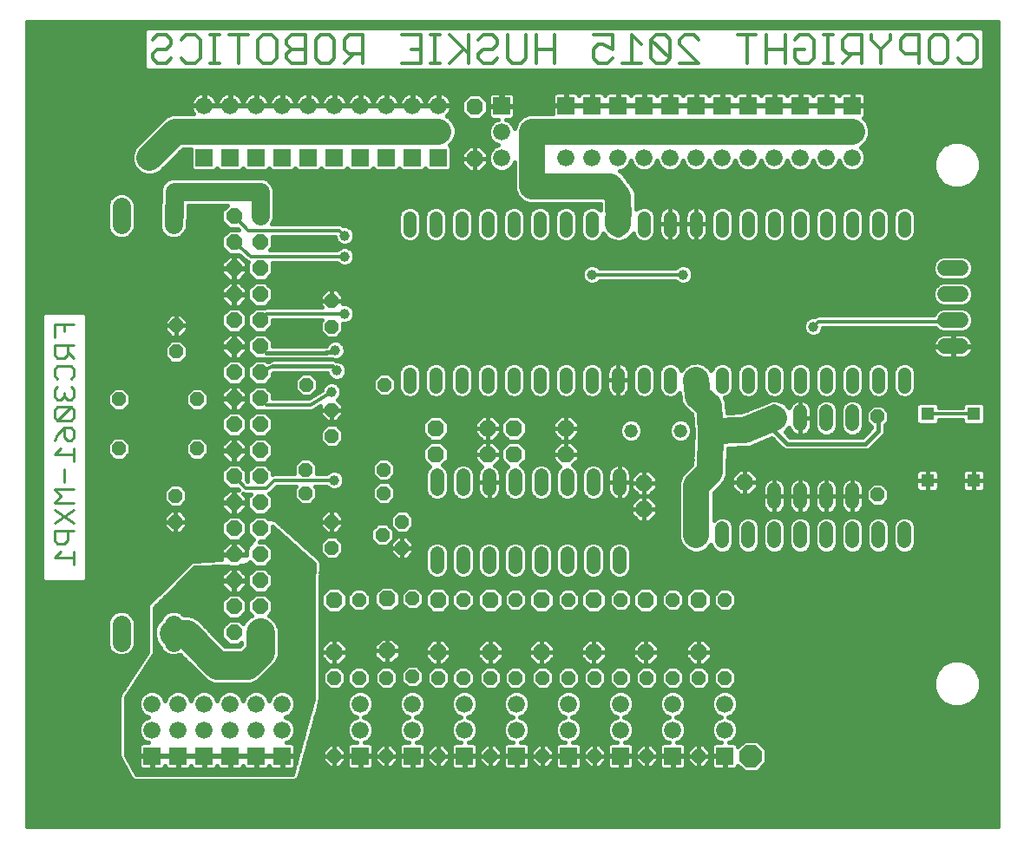
<source format=gbl>
G75*
%MOIN*%
%OFA0B0*%
%FSLAX25Y25*%
%IPPOS*%
%LPD*%
%AMOC8*
5,1,8,0,0,1.08239X$1,22.5*
%
%ADD10C,0.01000*%
%ADD11C,0.01200*%
%ADD12R,0.06600X0.06600*%
%ADD13C,0.06600*%
%ADD14C,0.05200*%
%ADD15OC8,0.06300*%
%ADD16C,0.07000*%
%ADD17OC8,0.05200*%
%ADD18C,0.05000*%
%ADD19C,0.05200*%
%ADD20OC8,0.06000*%
%ADD21C,0.05937*%
%ADD22R,0.05150X0.05150*%
%ADD23OC8,0.08500*%
%ADD24C,0.10000*%
%ADD25C,0.01600*%
%ADD26C,0.03962*%
%ADD27R,0.03962X0.03962*%
%ADD28C,0.11000*%
D10*
X0015854Y0108078D02*
X0023460Y0108078D01*
X0023460Y0105543D02*
X0023460Y0110614D01*
X0019657Y0113461D02*
X0020925Y0114729D01*
X0020925Y0118532D01*
X0023460Y0118532D02*
X0015854Y0118532D01*
X0015854Y0114729D01*
X0017121Y0113461D01*
X0019657Y0113461D01*
X0018389Y0110614D02*
X0015854Y0108078D01*
X0015854Y0121380D02*
X0023460Y0126451D01*
X0023460Y0129299D02*
X0015854Y0129299D01*
X0018389Y0131834D01*
X0015854Y0134370D01*
X0023460Y0134370D01*
X0019657Y0137218D02*
X0019657Y0142289D01*
X0023460Y0145136D02*
X0023460Y0150207D01*
X0023460Y0147672D02*
X0015854Y0147672D01*
X0018389Y0150207D01*
X0015854Y0153055D02*
X0017121Y0155591D01*
X0019657Y0158126D01*
X0019657Y0154323D01*
X0020925Y0153055D01*
X0022192Y0153055D01*
X0023460Y0154323D01*
X0023460Y0156858D01*
X0022192Y0158126D01*
X0019657Y0158126D01*
X0022192Y0160974D02*
X0017121Y0160974D01*
X0022192Y0166045D01*
X0023460Y0164777D01*
X0023460Y0162242D01*
X0022192Y0160974D01*
X0017121Y0160974D02*
X0015854Y0162242D01*
X0015854Y0164777D01*
X0017121Y0166045D01*
X0022192Y0166045D01*
X0022192Y0168893D02*
X0023460Y0170160D01*
X0023460Y0172696D01*
X0022192Y0173964D01*
X0022192Y0176812D02*
X0023460Y0178079D01*
X0023460Y0180615D01*
X0022192Y0181882D01*
X0017121Y0181882D01*
X0015854Y0180615D01*
X0015854Y0178079D01*
X0017121Y0176812D01*
X0017121Y0173964D02*
X0015854Y0172696D01*
X0015854Y0170160D01*
X0017121Y0168893D01*
X0018389Y0168893D01*
X0019657Y0170160D01*
X0020925Y0168893D01*
X0022192Y0168893D01*
X0019657Y0170160D02*
X0019657Y0171428D01*
X0019657Y0184730D02*
X0017121Y0184730D01*
X0015854Y0185998D01*
X0015854Y0189801D01*
X0023460Y0189801D01*
X0020925Y0189801D02*
X0020925Y0185998D01*
X0019657Y0184730D01*
X0020925Y0187266D02*
X0023460Y0184730D01*
X0015854Y0192649D02*
X0015854Y0197720D01*
X0023460Y0197720D01*
X0019657Y0197720D02*
X0019657Y0195185D01*
X0015854Y0126451D02*
X0023460Y0121380D01*
D11*
X0084860Y0139420D02*
X0089360Y0134920D01*
X0097360Y0134920D01*
X0100360Y0137920D01*
X0123360Y0137920D01*
X0114360Y0166920D02*
X0097360Y0166920D01*
X0094860Y0169420D01*
X0094860Y0179420D02*
X0100060Y0181720D01*
X0097360Y0186920D02*
X0094860Y0189420D01*
X0094860Y0199420D02*
X0097360Y0201920D01*
X0127360Y0201920D01*
X0127360Y0223920D02*
X0091360Y0223920D01*
X0084860Y0229420D01*
X0090360Y0233920D02*
X0125360Y0233920D01*
X0127360Y0231920D01*
X0090360Y0233920D02*
X0084860Y0239420D01*
X0086638Y0298220D02*
X0086638Y0309029D01*
X0090241Y0309029D02*
X0083035Y0309029D01*
X0079192Y0309029D02*
X0075588Y0309029D01*
X0077390Y0309029D02*
X0077390Y0298220D01*
X0079192Y0298220D02*
X0075588Y0298220D01*
X0071825Y0300022D02*
X0070024Y0298220D01*
X0066421Y0298220D01*
X0064619Y0300022D01*
X0060776Y0300022D02*
X0058974Y0298220D01*
X0055371Y0298220D01*
X0053570Y0300022D01*
X0053570Y0301823D01*
X0055371Y0303625D01*
X0058974Y0303625D01*
X0060776Y0305426D01*
X0060776Y0307228D01*
X0058974Y0309029D01*
X0055371Y0309029D01*
X0053570Y0307228D01*
X0064619Y0307228D02*
X0066421Y0309029D01*
X0070024Y0309029D01*
X0071825Y0307228D01*
X0071825Y0300022D01*
X0094084Y0300022D02*
X0095886Y0298220D01*
X0099489Y0298220D01*
X0101290Y0300022D01*
X0101290Y0307228D01*
X0099489Y0309029D01*
X0095886Y0309029D01*
X0094084Y0307228D01*
X0094084Y0300022D01*
X0105134Y0300022D02*
X0106935Y0298220D01*
X0112340Y0298220D01*
X0112340Y0309029D01*
X0106935Y0309029D01*
X0105134Y0307228D01*
X0105134Y0305426D01*
X0106935Y0303625D01*
X0112340Y0303625D01*
X0116183Y0300022D02*
X0116183Y0307228D01*
X0117985Y0309029D01*
X0121588Y0309029D01*
X0123389Y0307228D01*
X0123389Y0300022D01*
X0121588Y0298220D01*
X0117985Y0298220D01*
X0116183Y0300022D01*
X0106935Y0303625D02*
X0105134Y0301823D01*
X0105134Y0300022D01*
X0127233Y0298220D02*
X0130836Y0301823D01*
X0129034Y0301823D02*
X0134439Y0301823D01*
X0134439Y0298220D02*
X0134439Y0309029D01*
X0129034Y0309029D01*
X0127233Y0307228D01*
X0127233Y0303625D01*
X0129034Y0301823D01*
X0149331Y0298220D02*
X0156538Y0298220D01*
X0156538Y0309029D01*
X0149331Y0309029D01*
X0152935Y0303625D02*
X0156538Y0303625D01*
X0160301Y0309029D02*
X0163904Y0309029D01*
X0162102Y0309029D02*
X0162102Y0298220D01*
X0160301Y0298220D02*
X0163904Y0298220D01*
X0167747Y0298220D02*
X0173152Y0303625D01*
X0174953Y0301823D02*
X0167747Y0309029D01*
X0174953Y0309029D02*
X0174953Y0298220D01*
X0178797Y0300022D02*
X0180598Y0298220D01*
X0184201Y0298220D01*
X0186003Y0300022D01*
X0189846Y0300022D02*
X0191648Y0298220D01*
X0195251Y0298220D01*
X0197052Y0300022D01*
X0197052Y0309029D01*
X0200895Y0309029D02*
X0200895Y0298220D01*
X0200895Y0303625D02*
X0208102Y0303625D01*
X0208102Y0309029D02*
X0208102Y0298220D01*
X0222994Y0300022D02*
X0224796Y0298220D01*
X0228399Y0298220D01*
X0230201Y0300022D01*
X0230201Y0303625D02*
X0226597Y0305426D01*
X0224796Y0305426D01*
X0222994Y0303625D01*
X0222994Y0300022D01*
X0230201Y0303625D02*
X0230201Y0309029D01*
X0222994Y0309029D01*
X0237647Y0309029D02*
X0237647Y0298220D01*
X0241250Y0298220D02*
X0234044Y0298220D01*
X0241250Y0305426D02*
X0237647Y0309029D01*
X0245093Y0307228D02*
X0245093Y0300022D01*
X0246895Y0298220D01*
X0250498Y0298220D01*
X0252299Y0300022D01*
X0245093Y0307228D01*
X0246895Y0309029D01*
X0250498Y0309029D01*
X0252299Y0307228D01*
X0252299Y0300022D01*
X0256143Y0298220D02*
X0263349Y0298220D01*
X0256143Y0305426D01*
X0256143Y0307228D01*
X0257944Y0309029D01*
X0261547Y0309029D01*
X0263349Y0307228D01*
X0278242Y0309029D02*
X0285448Y0309029D01*
X0281845Y0309029D02*
X0281845Y0298220D01*
X0289291Y0298220D02*
X0289291Y0309029D01*
X0289291Y0303625D02*
X0296497Y0303625D01*
X0300340Y0303625D02*
X0300340Y0300022D01*
X0302142Y0298220D01*
X0305745Y0298220D01*
X0307547Y0300022D01*
X0307547Y0307228D01*
X0305745Y0309029D01*
X0302142Y0309029D01*
X0300340Y0307228D01*
X0300340Y0303625D02*
X0303943Y0303625D01*
X0311310Y0309029D02*
X0314913Y0309029D01*
X0313111Y0309029D02*
X0313111Y0298220D01*
X0311310Y0298220D02*
X0314913Y0298220D01*
X0318756Y0298220D02*
X0322359Y0301823D01*
X0320558Y0301823D02*
X0325962Y0301823D01*
X0325962Y0298220D02*
X0325962Y0309029D01*
X0320558Y0309029D01*
X0318756Y0307228D01*
X0318756Y0303625D01*
X0320558Y0301823D01*
X0329806Y0307228D02*
X0329806Y0309029D01*
X0329806Y0307228D02*
X0333409Y0303625D01*
X0333409Y0298220D01*
X0333409Y0303625D02*
X0337012Y0307228D01*
X0337012Y0309029D01*
X0340855Y0307228D02*
X0340855Y0303625D01*
X0342657Y0301823D01*
X0348061Y0301823D01*
X0348061Y0298220D02*
X0348061Y0309029D01*
X0342657Y0309029D01*
X0340855Y0307228D01*
X0351904Y0307228D02*
X0351904Y0300022D01*
X0353706Y0298220D01*
X0357309Y0298220D01*
X0359111Y0300022D01*
X0359111Y0307228D01*
X0357309Y0309029D01*
X0353706Y0309029D01*
X0351904Y0307228D01*
X0362954Y0307228D02*
X0364755Y0309029D01*
X0368358Y0309029D01*
X0370160Y0307228D01*
X0370160Y0300022D01*
X0368358Y0298220D01*
X0364755Y0298220D01*
X0362954Y0300022D01*
X0296497Y0298220D02*
X0296497Y0309029D01*
X0257360Y0216920D02*
X0222360Y0216920D01*
X0307360Y0196920D02*
X0309360Y0198920D01*
X0360560Y0198920D01*
X0361060Y0199420D01*
X0368906Y0163415D02*
X0351189Y0163415D01*
X0189846Y0300022D02*
X0189846Y0309029D01*
X0186003Y0307228D02*
X0186003Y0305426D01*
X0184201Y0303625D01*
X0180598Y0303625D01*
X0178797Y0301823D01*
X0178797Y0300022D01*
X0178797Y0307228D02*
X0180598Y0309029D01*
X0184201Y0309029D01*
X0186003Y0307228D01*
X0122360Y0171920D02*
X0114360Y0166920D01*
D12*
X0113360Y0261920D03*
X0103360Y0261920D03*
X0093360Y0261920D03*
X0083360Y0261920D03*
X0073360Y0261920D03*
X0123360Y0261920D03*
X0133360Y0261920D03*
X0143360Y0261920D03*
X0153360Y0261920D03*
X0163360Y0261920D03*
X0187660Y0281720D03*
X0212360Y0281920D03*
X0222360Y0281920D03*
X0232360Y0281920D03*
X0242360Y0281920D03*
X0252360Y0281920D03*
X0262360Y0281920D03*
X0272360Y0281920D03*
X0282360Y0281920D03*
X0292360Y0281920D03*
X0302360Y0281920D03*
X0312360Y0281920D03*
X0322360Y0281920D03*
X0273360Y0031920D03*
X0253360Y0031920D03*
X0233360Y0031920D03*
X0213360Y0031920D03*
X0193360Y0031920D03*
X0173360Y0031920D03*
X0153360Y0031920D03*
X0133360Y0031920D03*
X0103360Y0031920D03*
X0093360Y0031920D03*
X0083360Y0031920D03*
X0073360Y0031920D03*
X0063360Y0031920D03*
X0053360Y0031920D03*
D13*
X0053360Y0041920D03*
X0063360Y0041920D03*
X0073360Y0041920D03*
X0083360Y0041920D03*
X0093360Y0041920D03*
X0103360Y0041920D03*
X0103360Y0051920D03*
X0093360Y0051920D03*
X0083360Y0051920D03*
X0073360Y0051920D03*
X0063360Y0051920D03*
X0053360Y0051920D03*
X0133360Y0051920D03*
X0133360Y0041920D03*
X0153360Y0041920D03*
X0153360Y0051920D03*
X0173360Y0051920D03*
X0173360Y0041920D03*
X0193360Y0041920D03*
X0193360Y0051920D03*
X0213360Y0051920D03*
X0213360Y0041920D03*
X0233360Y0041920D03*
X0233360Y0051920D03*
X0253360Y0051920D03*
X0253360Y0041920D03*
X0273360Y0041920D03*
X0273360Y0051920D03*
X0272360Y0261920D03*
X0262360Y0261920D03*
X0252360Y0261920D03*
X0242360Y0261920D03*
X0232360Y0261920D03*
X0222360Y0261920D03*
X0212360Y0261920D03*
X0212360Y0271920D03*
X0222360Y0271920D03*
X0232360Y0271920D03*
X0242360Y0271920D03*
X0252360Y0271920D03*
X0262360Y0271920D03*
X0272360Y0271920D03*
X0282360Y0271920D03*
X0282360Y0261920D03*
X0292360Y0261920D03*
X0302360Y0261920D03*
X0312360Y0261920D03*
X0322360Y0261920D03*
X0322360Y0271920D03*
X0312360Y0271920D03*
X0302360Y0271920D03*
X0292360Y0271920D03*
X0187660Y0271720D03*
X0187660Y0261720D03*
X0163360Y0271920D03*
X0153360Y0271920D03*
X0143360Y0271920D03*
X0133360Y0271920D03*
X0123360Y0271920D03*
X0113360Y0271920D03*
X0103360Y0271920D03*
X0093360Y0271920D03*
X0083360Y0271920D03*
X0073360Y0271920D03*
X0073360Y0281920D03*
X0083360Y0281920D03*
X0093360Y0281920D03*
X0103360Y0281920D03*
X0113360Y0281920D03*
X0123360Y0281920D03*
X0133360Y0281920D03*
X0143360Y0281920D03*
X0153360Y0281920D03*
X0163360Y0281920D03*
D14*
X0292360Y0164520D02*
X0292360Y0159320D01*
X0302360Y0159320D02*
X0302360Y0164520D01*
X0312360Y0164520D02*
X0312360Y0159320D01*
X0322360Y0159320D02*
X0322360Y0164520D01*
X0322360Y0134520D02*
X0322360Y0129320D01*
X0312360Y0129320D02*
X0312360Y0134520D01*
X0302360Y0134520D02*
X0302360Y0129320D01*
X0292360Y0129320D02*
X0292360Y0134520D01*
X0292360Y0119520D02*
X0292360Y0114320D01*
X0302360Y0114320D02*
X0302360Y0119520D01*
X0312360Y0119520D02*
X0312360Y0114320D01*
X0322360Y0114320D02*
X0322360Y0119520D01*
X0332360Y0119520D02*
X0332360Y0114320D01*
X0342360Y0114320D02*
X0342360Y0119520D01*
X0282360Y0119520D02*
X0282360Y0114320D01*
X0272360Y0114320D02*
X0272360Y0119520D01*
X0262360Y0119520D02*
X0262360Y0114320D01*
X0232860Y0109820D02*
X0232860Y0104620D01*
X0222860Y0104620D02*
X0222860Y0109820D01*
X0212860Y0109820D02*
X0212860Y0104620D01*
X0202860Y0104620D02*
X0202860Y0109820D01*
X0192860Y0109820D02*
X0192860Y0104620D01*
X0182860Y0104620D02*
X0182860Y0109820D01*
X0172860Y0109820D02*
X0172860Y0104620D01*
X0162860Y0104620D02*
X0162860Y0109820D01*
X0162860Y0134620D02*
X0162860Y0139820D01*
X0172860Y0139820D02*
X0172860Y0134620D01*
X0182860Y0134620D02*
X0182860Y0139820D01*
X0192860Y0139820D02*
X0192860Y0134620D01*
X0202860Y0134620D02*
X0202860Y0139820D01*
X0212860Y0139820D02*
X0212860Y0134620D01*
X0222860Y0134620D02*
X0222860Y0139820D01*
X0232860Y0139820D02*
X0232860Y0134620D01*
D15*
X0242360Y0136920D03*
X0242360Y0126920D03*
X0262360Y0126920D03*
X0262360Y0136920D03*
X0281060Y0137220D03*
X0281060Y0157220D03*
X0212360Y0157920D03*
X0212360Y0147920D03*
X0192360Y0147920D03*
X0182360Y0147920D03*
X0182360Y0157920D03*
X0192360Y0157920D03*
X0162360Y0157920D03*
X0162360Y0147920D03*
X0163160Y0091920D03*
X0143760Y0092320D03*
X0123360Y0091920D03*
X0123360Y0071920D03*
X0143760Y0072320D03*
X0163160Y0071920D03*
X0183360Y0071920D03*
X0202910Y0071920D03*
X0202910Y0091920D03*
X0183360Y0091920D03*
X0223060Y0091920D03*
X0243060Y0091920D03*
X0263360Y0091920D03*
X0263360Y0071920D03*
X0243060Y0071920D03*
X0223060Y0071920D03*
X0177360Y0261420D03*
X0177360Y0281420D03*
D16*
X0094860Y0248920D02*
X0094860Y0239420D01*
X0094860Y0248920D02*
X0061860Y0248920D01*
X0061860Y0239520D01*
X0061560Y0236020D02*
X0061560Y0243020D01*
X0041560Y0243020D02*
X0041560Y0236020D01*
X0041560Y0082620D02*
X0041560Y0075620D01*
X0061560Y0075620D02*
X0061560Y0082620D01*
D17*
X0062360Y0121920D03*
X0062360Y0131920D03*
X0070560Y0150020D03*
X0070660Y0169020D03*
X0062560Y0187320D03*
X0062560Y0197320D03*
X0040660Y0169020D03*
X0040560Y0150020D03*
X0112360Y0141920D03*
X0112360Y0132920D03*
X0122360Y0121920D03*
X0122360Y0111920D03*
X0141860Y0116920D03*
X0149360Y0111920D03*
X0149360Y0121920D03*
X0142360Y0132920D03*
X0142360Y0141920D03*
X0122360Y0154920D03*
X0122360Y0164920D03*
X0112660Y0174620D03*
X0122360Y0196920D03*
X0122360Y0206920D03*
X0142660Y0174620D03*
X0153360Y0092420D03*
X0172860Y0091920D03*
X0192960Y0091920D03*
X0213260Y0091920D03*
X0233360Y0091920D03*
X0253360Y0091920D03*
X0273360Y0091920D03*
X0273360Y0061920D03*
X0263360Y0061920D03*
X0253360Y0061920D03*
X0243360Y0061920D03*
X0233360Y0061920D03*
X0223360Y0061920D03*
X0213260Y0061920D03*
X0203360Y0061920D03*
X0192960Y0061920D03*
X0183360Y0061920D03*
X0172860Y0061920D03*
X0163360Y0061920D03*
X0153360Y0062420D03*
X0143360Y0061920D03*
X0132860Y0061920D03*
X0123360Y0061920D03*
X0123360Y0031920D03*
X0143360Y0031920D03*
X0163360Y0031920D03*
X0183360Y0031920D03*
X0203360Y0031920D03*
X0223360Y0031920D03*
X0243360Y0031920D03*
X0263360Y0031920D03*
X0332060Y0132320D03*
X0332060Y0162320D03*
X0132860Y0091920D03*
D18*
X0152360Y0173920D02*
X0152360Y0178920D01*
X0162360Y0178920D02*
X0162360Y0173920D01*
X0172360Y0173920D02*
X0172360Y0178920D01*
X0182360Y0178920D02*
X0182360Y0173920D01*
X0192360Y0173920D02*
X0192360Y0178920D01*
X0202360Y0178920D02*
X0202360Y0173920D01*
X0212360Y0173920D02*
X0212360Y0178920D01*
X0222360Y0178920D02*
X0222360Y0173920D01*
X0232360Y0173920D02*
X0232360Y0178920D01*
X0242360Y0178920D02*
X0242360Y0173920D01*
X0252360Y0173920D02*
X0252360Y0178920D01*
X0262360Y0178920D02*
X0262360Y0173920D01*
X0272360Y0173920D02*
X0272360Y0178920D01*
X0282360Y0178920D02*
X0282360Y0173920D01*
X0292360Y0173920D02*
X0292360Y0178920D01*
X0302360Y0178920D02*
X0302360Y0173920D01*
X0312360Y0173920D02*
X0312360Y0178920D01*
X0322360Y0178920D02*
X0322360Y0173920D01*
X0332360Y0173920D02*
X0332360Y0178920D01*
X0342360Y0178920D02*
X0342360Y0173920D01*
X0342360Y0233920D02*
X0342360Y0238920D01*
X0332360Y0238920D02*
X0332360Y0233920D01*
X0322360Y0233920D02*
X0322360Y0238920D01*
X0312360Y0238920D02*
X0312360Y0233920D01*
X0302360Y0233920D02*
X0302360Y0238920D01*
X0292360Y0238920D02*
X0292360Y0233920D01*
X0282360Y0233920D02*
X0282360Y0238920D01*
X0272360Y0238920D02*
X0272360Y0233920D01*
X0262360Y0233920D02*
X0262360Y0238920D01*
X0252360Y0238920D02*
X0252360Y0233920D01*
X0242360Y0233920D02*
X0242360Y0238920D01*
X0232360Y0238920D02*
X0232360Y0233920D01*
X0222360Y0233920D02*
X0222360Y0238920D01*
X0212360Y0238920D02*
X0212360Y0233920D01*
X0202360Y0233920D02*
X0202360Y0238920D01*
X0192360Y0238920D02*
X0192360Y0233920D01*
X0182360Y0233920D02*
X0182360Y0238920D01*
X0172360Y0238920D02*
X0172360Y0233920D01*
X0162360Y0233920D02*
X0162360Y0238920D01*
X0152360Y0238920D02*
X0152360Y0233920D01*
D19*
X0237360Y0156920D03*
X0256360Y0156920D03*
D20*
X0094860Y0159420D03*
X0084860Y0159420D03*
X0084860Y0169420D03*
X0094860Y0169420D03*
X0094860Y0179420D03*
X0084860Y0179420D03*
X0084860Y0189420D03*
X0094860Y0189420D03*
X0094860Y0199420D03*
X0084860Y0199420D03*
X0084860Y0209420D03*
X0094860Y0209420D03*
X0094860Y0219420D03*
X0084860Y0219420D03*
X0084860Y0229420D03*
X0094860Y0229420D03*
X0094860Y0239420D03*
X0084860Y0239420D03*
X0084860Y0149420D03*
X0094860Y0149420D03*
X0094860Y0139420D03*
X0084860Y0139420D03*
X0084860Y0129420D03*
X0094860Y0129420D03*
X0094860Y0119420D03*
X0084860Y0119420D03*
X0084860Y0109420D03*
X0094860Y0109420D03*
X0094860Y0099420D03*
X0084860Y0099420D03*
X0084860Y0089420D03*
X0094860Y0089420D03*
X0094860Y0079420D03*
X0084860Y0079420D03*
D21*
X0358091Y0189420D02*
X0364029Y0189420D01*
X0364029Y0199420D02*
X0358091Y0199420D01*
X0358091Y0209420D02*
X0364029Y0209420D01*
X0364029Y0219420D02*
X0358091Y0219420D01*
D22*
X0351189Y0163415D03*
X0368906Y0163415D03*
X0368906Y0137825D03*
X0351189Y0137825D03*
D23*
X0283360Y0031920D03*
D24*
X0262360Y0116920D02*
X0262360Y0135920D01*
X0267495Y0141055D01*
X0267995Y0156936D01*
X0281060Y0157220D01*
X0292360Y0161920D01*
X0267995Y0156936D02*
X0267360Y0166420D01*
X0262995Y0170286D01*
X0262995Y0170786D01*
X0262360Y0176420D01*
X0232360Y0236420D02*
X0232560Y0241920D01*
X0232360Y0241920D01*
X0232360Y0246920D01*
X0229360Y0250920D01*
X0199360Y0250920D01*
X0199360Y0271920D01*
X0212360Y0271920D01*
X0322260Y0271920D01*
X0163360Y0271920D02*
X0153360Y0271920D01*
X0143360Y0271920D01*
X0133360Y0271920D01*
X0123360Y0271920D01*
X0113360Y0271920D01*
X0103360Y0271920D01*
X0093360Y0271920D01*
X0083360Y0271920D01*
X0073360Y0271920D01*
X0062360Y0271920D01*
X0052360Y0261920D01*
D25*
X0005160Y0314081D02*
X0005160Y0004720D01*
X0378261Y0004720D01*
X0378261Y0314081D01*
X0005160Y0314081D01*
X0005160Y0313630D02*
X0378261Y0313630D01*
X0378261Y0312031D02*
X0005160Y0312031D01*
X0005160Y0310433D02*
X0050260Y0310433D01*
X0050260Y0310983D02*
X0050260Y0309257D01*
X0050260Y0297683D01*
X0050260Y0296357D01*
X0051197Y0295420D01*
X0371923Y0295420D01*
X0372860Y0296357D01*
X0372860Y0310983D01*
X0371923Y0311920D01*
X0051197Y0311920D01*
X0050260Y0310983D01*
X0050260Y0308834D02*
X0005160Y0308834D01*
X0005160Y0307236D02*
X0050260Y0307236D01*
X0050260Y0305637D02*
X0005160Y0305637D01*
X0005160Y0304039D02*
X0050260Y0304039D01*
X0050260Y0302440D02*
X0005160Y0302440D01*
X0005160Y0300842D02*
X0050260Y0300842D01*
X0050260Y0299243D02*
X0005160Y0299243D01*
X0005160Y0297645D02*
X0050260Y0297645D01*
X0050571Y0296046D02*
X0005160Y0296046D01*
X0005160Y0294448D02*
X0378261Y0294448D01*
X0378261Y0296046D02*
X0372549Y0296046D01*
X0372860Y0297645D02*
X0378261Y0297645D01*
X0378261Y0299243D02*
X0372860Y0299243D01*
X0372860Y0300842D02*
X0378261Y0300842D01*
X0378261Y0302440D02*
X0372860Y0302440D01*
X0372860Y0304039D02*
X0378261Y0304039D01*
X0378261Y0305637D02*
X0372860Y0305637D01*
X0372860Y0307236D02*
X0378261Y0307236D01*
X0378261Y0308834D02*
X0372860Y0308834D01*
X0372860Y0310433D02*
X0378261Y0310433D01*
X0378261Y0292849D02*
X0005160Y0292849D01*
X0005160Y0291251D02*
X0378261Y0291251D01*
X0378261Y0289652D02*
X0005160Y0289652D01*
X0005160Y0288054D02*
X0378261Y0288054D01*
X0378261Y0286455D02*
X0326971Y0286455D01*
X0327100Y0286325D02*
X0326765Y0286660D01*
X0326355Y0286897D01*
X0325897Y0287020D01*
X0322560Y0287020D01*
X0322560Y0282120D01*
X0327460Y0282120D01*
X0327460Y0285457D01*
X0327337Y0285915D01*
X0327100Y0286325D01*
X0327460Y0284857D02*
X0378261Y0284857D01*
X0378261Y0283258D02*
X0327460Y0283258D01*
X0327460Y0281720D02*
X0322560Y0281720D01*
X0322560Y0282120D01*
X0322160Y0282120D01*
X0322160Y0287020D01*
X0318823Y0287020D01*
X0318365Y0286897D01*
X0317955Y0286660D01*
X0317620Y0286325D01*
X0317383Y0285915D01*
X0317360Y0285830D01*
X0317337Y0285915D01*
X0317100Y0286325D01*
X0316765Y0286660D01*
X0316355Y0286897D01*
X0315897Y0287020D01*
X0312560Y0287020D01*
X0312560Y0282120D01*
X0317260Y0282120D01*
X0322160Y0282120D01*
X0322160Y0281720D01*
X0312560Y0281720D01*
X0312560Y0282120D01*
X0312160Y0282120D01*
X0312160Y0287020D01*
X0308823Y0287020D01*
X0308365Y0286897D01*
X0307955Y0286660D01*
X0307620Y0286325D01*
X0307383Y0285915D01*
X0307360Y0285830D01*
X0307337Y0285915D01*
X0307100Y0286325D01*
X0306765Y0286660D01*
X0306355Y0286897D01*
X0305897Y0287020D01*
X0302560Y0287020D01*
X0302560Y0282120D01*
X0307460Y0282120D01*
X0312160Y0282120D01*
X0312160Y0281720D01*
X0302560Y0281720D01*
X0302560Y0282120D01*
X0302160Y0282120D01*
X0302160Y0287020D01*
X0298823Y0287020D01*
X0298365Y0286897D01*
X0297955Y0286660D01*
X0297620Y0286325D01*
X0297383Y0285915D01*
X0297360Y0285830D01*
X0297337Y0285915D01*
X0297100Y0286325D01*
X0296765Y0286660D01*
X0296355Y0286897D01*
X0295897Y0287020D01*
X0292560Y0287020D01*
X0292560Y0282120D01*
X0297460Y0282120D01*
X0302160Y0282120D01*
X0302160Y0281720D01*
X0292560Y0281720D01*
X0292560Y0282120D01*
X0292160Y0282120D01*
X0292160Y0287020D01*
X0288823Y0287020D01*
X0288365Y0286897D01*
X0287955Y0286660D01*
X0287620Y0286325D01*
X0287383Y0285915D01*
X0287360Y0285830D01*
X0287337Y0285915D01*
X0287100Y0286325D01*
X0286765Y0286660D01*
X0286355Y0286897D01*
X0285897Y0287020D01*
X0282560Y0287020D01*
X0282560Y0282120D01*
X0287260Y0282120D01*
X0292160Y0282120D01*
X0292160Y0281720D01*
X0282560Y0281720D01*
X0282560Y0282120D01*
X0282160Y0282120D01*
X0282160Y0287020D01*
X0278823Y0287020D01*
X0278365Y0286897D01*
X0277955Y0286660D01*
X0277620Y0286325D01*
X0277383Y0285915D01*
X0277360Y0285830D01*
X0277337Y0285915D01*
X0277100Y0286325D01*
X0276765Y0286660D01*
X0276355Y0286897D01*
X0275897Y0287020D01*
X0272560Y0287020D01*
X0272560Y0282120D01*
X0277460Y0282120D01*
X0282160Y0282120D01*
X0282160Y0281720D01*
X0272560Y0281720D01*
X0272560Y0282120D01*
X0272160Y0282120D01*
X0272160Y0287020D01*
X0268823Y0287020D01*
X0268365Y0286897D01*
X0267955Y0286660D01*
X0267620Y0286325D01*
X0267383Y0285915D01*
X0267360Y0285830D01*
X0267337Y0285915D01*
X0267100Y0286325D01*
X0266765Y0286660D01*
X0266355Y0286897D01*
X0265897Y0287020D01*
X0262560Y0287020D01*
X0262560Y0282120D01*
X0267460Y0282120D01*
X0272160Y0282120D01*
X0272160Y0281720D01*
X0262560Y0281720D01*
X0262560Y0282120D01*
X0262160Y0282120D01*
X0262160Y0287020D01*
X0258823Y0287020D01*
X0258365Y0286897D01*
X0257955Y0286660D01*
X0257620Y0286325D01*
X0257383Y0285915D01*
X0257360Y0285830D01*
X0257337Y0285915D01*
X0257100Y0286325D01*
X0256765Y0286660D01*
X0256355Y0286897D01*
X0255897Y0287020D01*
X0252560Y0287020D01*
X0252560Y0282120D01*
X0257460Y0282120D01*
X0262160Y0282120D01*
X0262160Y0281720D01*
X0252560Y0281720D01*
X0252560Y0282120D01*
X0252160Y0282120D01*
X0252160Y0287020D01*
X0248823Y0287020D01*
X0248365Y0286897D01*
X0247955Y0286660D01*
X0247620Y0286325D01*
X0247383Y0285915D01*
X0247360Y0285830D01*
X0247337Y0285915D01*
X0247100Y0286325D01*
X0246765Y0286660D01*
X0246355Y0286897D01*
X0245897Y0287020D01*
X0242560Y0287020D01*
X0242560Y0282120D01*
X0247460Y0282120D01*
X0252160Y0282120D01*
X0252160Y0281720D01*
X0242560Y0281720D01*
X0242560Y0282120D01*
X0242160Y0282120D01*
X0242160Y0287020D01*
X0238823Y0287020D01*
X0238365Y0286897D01*
X0237955Y0286660D01*
X0237620Y0286325D01*
X0237383Y0285915D01*
X0237360Y0285830D01*
X0237337Y0285915D01*
X0237100Y0286325D01*
X0236765Y0286660D01*
X0236355Y0286897D01*
X0235897Y0287020D01*
X0232560Y0287020D01*
X0232560Y0282120D01*
X0237260Y0282120D01*
X0242160Y0282120D01*
X0242160Y0281720D01*
X0232560Y0281720D01*
X0232560Y0282120D01*
X0232160Y0282120D01*
X0232160Y0287020D01*
X0228823Y0287020D01*
X0228365Y0286897D01*
X0227955Y0286660D01*
X0227620Y0286325D01*
X0227383Y0285915D01*
X0227360Y0285830D01*
X0227337Y0285915D01*
X0227100Y0286325D01*
X0226765Y0286660D01*
X0226355Y0286897D01*
X0225897Y0287020D01*
X0222560Y0287020D01*
X0222560Y0282120D01*
X0232160Y0282120D01*
X0232160Y0281720D01*
X0227460Y0281720D01*
X0222560Y0281720D01*
X0222560Y0282120D01*
X0222160Y0282120D01*
X0222160Y0287020D01*
X0218823Y0287020D01*
X0218365Y0286897D01*
X0217955Y0286660D01*
X0217620Y0286325D01*
X0217383Y0285915D01*
X0217360Y0285830D01*
X0217337Y0285915D01*
X0217100Y0286325D01*
X0216765Y0286660D01*
X0216355Y0286897D01*
X0215897Y0287020D01*
X0212560Y0287020D01*
X0212560Y0282120D01*
X0217460Y0282120D01*
X0222160Y0282120D01*
X0222160Y0281720D01*
X0212560Y0281720D01*
X0212560Y0282120D01*
X0212160Y0282120D01*
X0212160Y0281720D01*
X0207260Y0281720D01*
X0207260Y0278720D01*
X0198007Y0278720D01*
X0195508Y0277685D01*
X0193595Y0275772D01*
X0192560Y0273273D01*
X0192560Y0273217D01*
X0191984Y0274609D01*
X0190549Y0276044D01*
X0189157Y0276620D01*
X0191197Y0276620D01*
X0191655Y0276743D01*
X0192065Y0276980D01*
X0192400Y0277315D01*
X0192637Y0277725D01*
X0192760Y0278183D01*
X0192760Y0281520D01*
X0187860Y0281520D01*
X0187860Y0281920D01*
X0192760Y0281920D01*
X0192760Y0285257D01*
X0192637Y0285715D01*
X0192400Y0286125D01*
X0192065Y0286460D01*
X0191655Y0286697D01*
X0191197Y0286820D01*
X0187860Y0286820D01*
X0187860Y0281920D01*
X0187460Y0281920D01*
X0187460Y0281520D01*
X0182560Y0281520D01*
X0182560Y0278183D01*
X0182683Y0277725D01*
X0182920Y0277315D01*
X0183255Y0276980D01*
X0183665Y0276743D01*
X0184123Y0276620D01*
X0186163Y0276620D01*
X0184771Y0276044D01*
X0183336Y0274609D01*
X0182560Y0272734D01*
X0182560Y0270706D01*
X0183336Y0268831D01*
X0184771Y0267396D01*
X0186404Y0266720D01*
X0184771Y0266044D01*
X0183336Y0264609D01*
X0182560Y0262734D01*
X0182560Y0260706D01*
X0183336Y0258831D01*
X0184771Y0257396D01*
X0186646Y0256620D01*
X0188674Y0256620D01*
X0190549Y0257396D01*
X0191984Y0258831D01*
X0192560Y0260223D01*
X0192560Y0249567D01*
X0193595Y0247068D01*
X0195508Y0245155D01*
X0198007Y0244120D01*
X0225560Y0244120D01*
X0225560Y0241801D01*
X0224796Y0242565D01*
X0223215Y0243220D01*
X0221505Y0243220D01*
X0219924Y0242565D01*
X0218715Y0241356D01*
X0218060Y0239775D01*
X0218060Y0233065D01*
X0218715Y0231484D01*
X0219924Y0230275D01*
X0221505Y0229620D01*
X0223215Y0229620D01*
X0224796Y0230275D01*
X0226005Y0231484D01*
X0226517Y0232718D01*
X0228301Y0230799D01*
X0230761Y0229674D01*
X0231434Y0229649D01*
X0231505Y0229620D01*
X0232236Y0229620D01*
X0233465Y0229575D01*
X0236000Y0230519D01*
X0237981Y0232361D01*
X0238175Y0232786D01*
X0238715Y0231484D01*
X0239924Y0230275D01*
X0241505Y0229620D01*
X0243215Y0229620D01*
X0244796Y0230275D01*
X0246005Y0231484D01*
X0246660Y0233065D01*
X0246660Y0239775D01*
X0246005Y0241356D01*
X0244796Y0242565D01*
X0243215Y0243220D01*
X0241505Y0243220D01*
X0239924Y0242565D01*
X0239368Y0242009D01*
X0239405Y0243025D01*
X0239360Y0243145D01*
X0239360Y0243273D01*
X0239160Y0243755D01*
X0239160Y0246437D01*
X0239283Y0247297D01*
X0239160Y0247777D01*
X0239160Y0248273D01*
X0238827Y0249076D01*
X0238612Y0249918D01*
X0238314Y0250314D01*
X0238125Y0250772D01*
X0237510Y0251387D01*
X0235314Y0254314D01*
X0235125Y0254772D01*
X0234510Y0255387D01*
X0233988Y0256082D01*
X0233562Y0256334D01*
X0233212Y0256685D01*
X0232885Y0256820D01*
X0233374Y0256820D01*
X0235249Y0257596D01*
X0236684Y0259031D01*
X0237360Y0260664D01*
X0238036Y0259031D01*
X0239471Y0257596D01*
X0241346Y0256820D01*
X0243374Y0256820D01*
X0245249Y0257596D01*
X0246684Y0259031D01*
X0247360Y0260664D01*
X0248036Y0259031D01*
X0249471Y0257596D01*
X0251346Y0256820D01*
X0253374Y0256820D01*
X0255249Y0257596D01*
X0256684Y0259031D01*
X0257360Y0260664D01*
X0258036Y0259031D01*
X0259471Y0257596D01*
X0261346Y0256820D01*
X0263374Y0256820D01*
X0265249Y0257596D01*
X0266684Y0259031D01*
X0267360Y0260664D01*
X0268036Y0259031D01*
X0269471Y0257596D01*
X0271346Y0256820D01*
X0273374Y0256820D01*
X0275249Y0257596D01*
X0276684Y0259031D01*
X0277360Y0260664D01*
X0278036Y0259031D01*
X0279471Y0257596D01*
X0281346Y0256820D01*
X0283374Y0256820D01*
X0285249Y0257596D01*
X0286684Y0259031D01*
X0287360Y0260664D01*
X0288036Y0259031D01*
X0289471Y0257596D01*
X0291346Y0256820D01*
X0293374Y0256820D01*
X0295249Y0257596D01*
X0296684Y0259031D01*
X0297360Y0260664D01*
X0298036Y0259031D01*
X0299471Y0257596D01*
X0301346Y0256820D01*
X0303374Y0256820D01*
X0305249Y0257596D01*
X0306684Y0259031D01*
X0307360Y0260664D01*
X0308036Y0259031D01*
X0309471Y0257596D01*
X0311346Y0256820D01*
X0313374Y0256820D01*
X0315249Y0257596D01*
X0316684Y0259031D01*
X0317360Y0260664D01*
X0318036Y0259031D01*
X0319471Y0257596D01*
X0321346Y0256820D01*
X0323374Y0256820D01*
X0325249Y0257596D01*
X0326684Y0259031D01*
X0327460Y0260906D01*
X0327460Y0262934D01*
X0326684Y0264809D01*
X0325564Y0265928D01*
X0326112Y0266155D01*
X0328025Y0268068D01*
X0329060Y0270567D01*
X0329060Y0273273D01*
X0328025Y0275772D01*
X0326671Y0277125D01*
X0326765Y0277180D01*
X0327100Y0277515D01*
X0327337Y0277925D01*
X0327460Y0278383D01*
X0327460Y0281720D01*
X0327460Y0281659D02*
X0378261Y0281659D01*
X0378261Y0280061D02*
X0327460Y0280061D01*
X0327460Y0278462D02*
X0378261Y0278462D01*
X0378261Y0276864D02*
X0326933Y0276864D01*
X0328235Y0275265D02*
X0378261Y0275265D01*
X0378261Y0273667D02*
X0328897Y0273667D01*
X0329060Y0272068D02*
X0378261Y0272068D01*
X0378261Y0270470D02*
X0329020Y0270470D01*
X0328357Y0268871D02*
X0378261Y0268871D01*
X0378261Y0267273D02*
X0366526Y0267273D01*
X0367686Y0266792D02*
X0364360Y0268170D01*
X0360760Y0268170D01*
X0357434Y0266792D01*
X0354888Y0264246D01*
X0353510Y0260920D01*
X0353510Y0257320D01*
X0354888Y0253994D01*
X0357434Y0251448D01*
X0360760Y0250070D01*
X0364360Y0250070D01*
X0367686Y0251448D01*
X0370232Y0253994D01*
X0371610Y0257320D01*
X0371610Y0260920D01*
X0370232Y0264246D01*
X0367686Y0266792D01*
X0368804Y0265674D02*
X0378261Y0265674D01*
X0378261Y0264076D02*
X0370303Y0264076D01*
X0370965Y0262477D02*
X0378261Y0262477D01*
X0378261Y0260879D02*
X0371610Y0260879D01*
X0371610Y0259280D02*
X0378261Y0259280D01*
X0378261Y0257682D02*
X0371610Y0257682D01*
X0371098Y0256083D02*
X0378261Y0256083D01*
X0378261Y0254485D02*
X0370436Y0254485D01*
X0369125Y0252886D02*
X0378261Y0252886D01*
X0378261Y0251288D02*
X0367300Y0251288D01*
X0357820Y0251288D02*
X0237609Y0251288D01*
X0238670Y0249689D02*
X0378261Y0249689D01*
X0378261Y0248091D02*
X0239160Y0248091D01*
X0239168Y0246492D02*
X0378261Y0246492D01*
X0378261Y0244894D02*
X0239160Y0244894D01*
X0239351Y0243295D02*
X0378261Y0243295D01*
X0378261Y0241697D02*
X0345664Y0241697D01*
X0346005Y0241356D02*
X0344796Y0242565D01*
X0343215Y0243220D01*
X0341505Y0243220D01*
X0339924Y0242565D01*
X0338715Y0241356D01*
X0338060Y0239775D01*
X0338060Y0233065D01*
X0338715Y0231484D01*
X0339924Y0230275D01*
X0341505Y0229620D01*
X0343215Y0229620D01*
X0344796Y0230275D01*
X0346005Y0231484D01*
X0346660Y0233065D01*
X0346660Y0239775D01*
X0346005Y0241356D01*
X0346526Y0240098D02*
X0378261Y0240098D01*
X0378261Y0238500D02*
X0346660Y0238500D01*
X0346660Y0236901D02*
X0378261Y0236901D01*
X0378261Y0235303D02*
X0346660Y0235303D01*
X0346660Y0233704D02*
X0378261Y0233704D01*
X0378261Y0232106D02*
X0346263Y0232106D01*
X0345028Y0230507D02*
X0378261Y0230507D01*
X0378261Y0228909D02*
X0129696Y0228909D01*
X0129502Y0228715D02*
X0130565Y0229778D01*
X0131141Y0231168D01*
X0131141Y0232672D01*
X0130565Y0234062D01*
X0129502Y0235125D01*
X0128112Y0235701D01*
X0126973Y0235701D01*
X0126719Y0235955D01*
X0125837Y0236320D01*
X0099255Y0236320D01*
X0099353Y0236418D01*
X0100160Y0238366D01*
X0100160Y0249974D01*
X0099353Y0251922D01*
X0097862Y0253413D01*
X0095914Y0254220D01*
X0060806Y0254220D01*
X0058858Y0253413D01*
X0057367Y0251922D01*
X0056560Y0249974D01*
X0056560Y0244798D01*
X0056260Y0244074D01*
X0056260Y0234966D01*
X0057067Y0233018D01*
X0058558Y0231527D01*
X0060506Y0230720D01*
X0062614Y0230720D01*
X0064562Y0231527D01*
X0066053Y0233018D01*
X0066860Y0234966D01*
X0066860Y0237742D01*
X0067160Y0238466D01*
X0067160Y0243620D01*
X0082272Y0243620D01*
X0080060Y0241408D01*
X0080060Y0237432D01*
X0082872Y0234620D01*
X0086266Y0234620D01*
X0086666Y0234220D01*
X0082872Y0234220D01*
X0080060Y0231408D01*
X0080060Y0227432D01*
X0082872Y0224620D01*
X0086817Y0224620D01*
X0089734Y0222152D01*
X0090001Y0221885D01*
X0090096Y0221846D01*
X0090174Y0221780D01*
X0090369Y0221717D01*
X0090060Y0221408D01*
X0090060Y0217432D01*
X0092872Y0214620D01*
X0096848Y0214620D01*
X0099660Y0217432D01*
X0099660Y0221408D01*
X0099548Y0221520D01*
X0124413Y0221520D01*
X0125218Y0220715D01*
X0126608Y0220139D01*
X0128112Y0220139D01*
X0129502Y0220715D01*
X0130565Y0221778D01*
X0131141Y0223168D01*
X0131141Y0224672D01*
X0130565Y0226062D01*
X0129502Y0227125D01*
X0128112Y0227701D01*
X0126608Y0227701D01*
X0125218Y0227125D01*
X0124413Y0226320D01*
X0098548Y0226320D01*
X0099660Y0227432D01*
X0099660Y0231408D01*
X0099548Y0231520D01*
X0123579Y0231520D01*
X0123579Y0231168D01*
X0124155Y0229778D01*
X0125218Y0228715D01*
X0126608Y0228139D01*
X0128112Y0228139D01*
X0129502Y0228715D01*
X0129056Y0227310D02*
X0378261Y0227310D01*
X0378261Y0225712D02*
X0130711Y0225712D01*
X0131141Y0224113D02*
X0356961Y0224113D01*
X0357143Y0224189D02*
X0355390Y0223463D01*
X0354049Y0222121D01*
X0353323Y0220369D01*
X0353323Y0218471D01*
X0354049Y0216719D01*
X0355390Y0215377D01*
X0357143Y0214652D01*
X0364977Y0214652D01*
X0366730Y0215377D01*
X0368071Y0216719D01*
X0368797Y0218471D01*
X0368797Y0220369D01*
X0368071Y0222121D01*
X0366730Y0223463D01*
X0364977Y0224189D01*
X0357143Y0224189D01*
X0354442Y0222515D02*
X0130870Y0222515D01*
X0129703Y0220916D02*
X0353550Y0220916D01*
X0353323Y0219318D02*
X0260310Y0219318D01*
X0260565Y0219062D02*
X0259502Y0220125D01*
X0258112Y0220701D01*
X0256608Y0220701D01*
X0255218Y0220125D01*
X0254413Y0219320D01*
X0225307Y0219320D01*
X0224502Y0220125D01*
X0223112Y0220701D01*
X0221608Y0220701D01*
X0220218Y0220125D01*
X0219155Y0219062D01*
X0218579Y0217672D01*
X0218579Y0216168D01*
X0219155Y0214778D01*
X0220218Y0213715D01*
X0221608Y0213139D01*
X0223112Y0213139D01*
X0224502Y0213715D01*
X0225307Y0214520D01*
X0254413Y0214520D01*
X0255218Y0213715D01*
X0256608Y0213139D01*
X0258112Y0213139D01*
X0259502Y0213715D01*
X0260565Y0214778D01*
X0261141Y0216168D01*
X0261141Y0217672D01*
X0260565Y0219062D01*
X0261122Y0217719D02*
X0353635Y0217719D01*
X0354647Y0216121D02*
X0261121Y0216121D01*
X0260309Y0214522D02*
X0378261Y0214522D01*
X0378261Y0212924D02*
X0367269Y0212924D01*
X0366730Y0213463D02*
X0364977Y0214189D01*
X0357143Y0214189D01*
X0355390Y0213463D01*
X0354049Y0212121D01*
X0353323Y0210369D01*
X0353323Y0208471D01*
X0354049Y0206719D01*
X0355390Y0205377D01*
X0357143Y0204652D01*
X0364977Y0204652D01*
X0366730Y0205377D01*
X0368071Y0206719D01*
X0368797Y0208471D01*
X0368797Y0210369D01*
X0368071Y0212121D01*
X0366730Y0213463D01*
X0368401Y0211325D02*
X0378261Y0211325D01*
X0378261Y0209726D02*
X0368797Y0209726D01*
X0368655Y0208128D02*
X0378261Y0208128D01*
X0378261Y0206529D02*
X0367882Y0206529D01*
X0365652Y0204931D02*
X0378261Y0204931D01*
X0378261Y0203332D02*
X0366860Y0203332D01*
X0366730Y0203463D02*
X0364977Y0204189D01*
X0357143Y0204189D01*
X0355390Y0203463D01*
X0354049Y0202121D01*
X0353717Y0201320D01*
X0308883Y0201320D01*
X0308001Y0200955D01*
X0307747Y0200701D01*
X0306608Y0200701D01*
X0305218Y0200125D01*
X0304155Y0199062D01*
X0303579Y0197672D01*
X0303579Y0196168D01*
X0304155Y0194778D01*
X0305218Y0193715D01*
X0306608Y0193139D01*
X0308112Y0193139D01*
X0309502Y0193715D01*
X0310565Y0194778D01*
X0311141Y0196168D01*
X0311141Y0196520D01*
X0354248Y0196520D01*
X0355390Y0195377D01*
X0357143Y0194652D01*
X0364977Y0194652D01*
X0366730Y0195377D01*
X0368071Y0196719D01*
X0368797Y0198471D01*
X0368797Y0200369D01*
X0368071Y0202121D01*
X0366730Y0203463D01*
X0368231Y0201734D02*
X0378261Y0201734D01*
X0378261Y0200135D02*
X0368797Y0200135D01*
X0368797Y0198537D02*
X0378261Y0198537D01*
X0378261Y0196938D02*
X0368162Y0196938D01*
X0366639Y0195340D02*
X0378261Y0195340D01*
X0378261Y0193741D02*
X0366051Y0193741D01*
X0365859Y0193839D02*
X0365145Y0194071D01*
X0364404Y0194189D01*
X0361244Y0194189D01*
X0361244Y0189604D01*
X0368797Y0189604D01*
X0368797Y0189795D01*
X0368680Y0190537D01*
X0368448Y0191250D01*
X0368107Y0191919D01*
X0367666Y0192526D01*
X0367135Y0193057D01*
X0366528Y0193498D01*
X0365859Y0193839D01*
X0367944Y0192143D02*
X0378261Y0192143D01*
X0378261Y0190544D02*
X0368677Y0190544D01*
X0368797Y0189236D02*
X0361244Y0189236D01*
X0361244Y0184652D01*
X0364404Y0184652D01*
X0365145Y0184769D01*
X0365859Y0185001D01*
X0366528Y0185342D01*
X0367135Y0185783D01*
X0367666Y0186314D01*
X0368107Y0186921D01*
X0368448Y0187590D01*
X0368680Y0188303D01*
X0368797Y0189045D01*
X0368797Y0189236D01*
X0368781Y0188946D02*
X0378261Y0188946D01*
X0378261Y0187347D02*
X0368324Y0187347D01*
X0367088Y0185749D02*
X0378261Y0185749D01*
X0378261Y0184150D02*
X0124540Y0184150D01*
X0124512Y0184139D02*
X0125902Y0184715D01*
X0126965Y0185778D01*
X0127541Y0187168D01*
X0127541Y0188672D01*
X0126965Y0190062D01*
X0125902Y0191125D01*
X0124512Y0191701D01*
X0123008Y0191701D01*
X0121618Y0191125D01*
X0120555Y0190062D01*
X0120372Y0189620D01*
X0119943Y0189620D01*
X0119701Y0189520D01*
X0099660Y0189520D01*
X0099660Y0191408D01*
X0096848Y0194220D01*
X0092872Y0194220D01*
X0090060Y0191408D01*
X0090060Y0187432D01*
X0092872Y0184620D01*
X0096119Y0184620D01*
X0096843Y0184320D01*
X0120977Y0184320D01*
X0121219Y0184420D01*
X0122329Y0184420D01*
X0122571Y0184320D01*
X0099543Y0184320D01*
X0098587Y0183924D01*
X0098172Y0183509D01*
X0097747Y0183321D01*
X0096848Y0184220D01*
X0092872Y0184220D01*
X0090060Y0181408D01*
X0090060Y0177432D01*
X0092872Y0174620D01*
X0096848Y0174620D01*
X0099660Y0177432D01*
X0099660Y0178919D01*
X0100115Y0179120D01*
X0120640Y0179120D01*
X0121155Y0177878D01*
X0122218Y0176815D01*
X0123608Y0176239D01*
X0125112Y0176239D01*
X0126502Y0176815D01*
X0127565Y0177878D01*
X0128141Y0179268D01*
X0128141Y0180772D01*
X0127565Y0182162D01*
X0126502Y0183225D01*
X0125112Y0183801D01*
X0124256Y0183801D01*
X0124133Y0183924D01*
X0123614Y0184139D01*
X0124512Y0184139D01*
X0126936Y0185749D02*
X0355032Y0185749D01*
X0354985Y0185783D02*
X0355592Y0185342D01*
X0356261Y0185001D01*
X0356975Y0184769D01*
X0357716Y0184652D01*
X0360876Y0184652D01*
X0360876Y0189236D01*
X0361244Y0189236D01*
X0361244Y0189604D01*
X0360876Y0189604D01*
X0360876Y0189236D01*
X0353323Y0189236D01*
X0353323Y0189045D01*
X0353440Y0188303D01*
X0353672Y0187590D01*
X0354013Y0186921D01*
X0354454Y0186314D01*
X0354985Y0185783D01*
X0353796Y0187347D02*
X0127541Y0187347D01*
X0127428Y0188946D02*
X0353339Y0188946D01*
X0353323Y0189604D02*
X0360876Y0189604D01*
X0360876Y0194189D01*
X0357716Y0194189D01*
X0356975Y0194071D01*
X0356261Y0193839D01*
X0355592Y0193498D01*
X0354985Y0193057D01*
X0354454Y0192526D01*
X0354013Y0191919D01*
X0353672Y0191250D01*
X0353440Y0190537D01*
X0353323Y0189795D01*
X0353323Y0189604D01*
X0353443Y0190544D02*
X0126483Y0190544D01*
X0124183Y0192520D02*
X0120537Y0192520D01*
X0117960Y0195097D01*
X0117960Y0198743D01*
X0118737Y0199520D01*
X0099660Y0199520D01*
X0099660Y0197432D01*
X0096848Y0194620D01*
X0092872Y0194620D01*
X0090060Y0197432D01*
X0090060Y0201408D01*
X0092872Y0204220D01*
X0096641Y0204220D01*
X0096883Y0204320D01*
X0118737Y0204320D01*
X0117960Y0205097D01*
X0117960Y0206920D01*
X0122360Y0206920D01*
X0122360Y0206920D01*
X0122360Y0211320D01*
X0124183Y0211320D01*
X0126760Y0208743D01*
X0126760Y0206920D01*
X0126760Y0205701D01*
X0128112Y0205701D01*
X0129502Y0205125D01*
X0130565Y0204062D01*
X0131141Y0202672D01*
X0131141Y0201168D01*
X0130565Y0199778D01*
X0129502Y0198715D01*
X0128112Y0198139D01*
X0126760Y0198139D01*
X0126760Y0195097D01*
X0124183Y0192520D01*
X0125404Y0193741D02*
X0305191Y0193741D01*
X0303922Y0195340D02*
X0126760Y0195340D01*
X0126760Y0196938D02*
X0303579Y0196938D01*
X0303937Y0198537D02*
X0129073Y0198537D01*
X0130713Y0200135D02*
X0305242Y0200135D01*
X0310798Y0195340D02*
X0355481Y0195340D01*
X0356069Y0193741D02*
X0309529Y0193741D01*
X0311505Y0183220D02*
X0309924Y0182565D01*
X0308715Y0181356D01*
X0308060Y0179775D01*
X0308060Y0173065D01*
X0308715Y0171484D01*
X0309924Y0170275D01*
X0311505Y0169620D01*
X0313215Y0169620D01*
X0314796Y0170275D01*
X0316005Y0171484D01*
X0316660Y0173065D01*
X0316660Y0179775D01*
X0316005Y0181356D01*
X0314796Y0182565D01*
X0313215Y0183220D01*
X0311505Y0183220D01*
X0309911Y0182552D02*
X0304809Y0182552D01*
X0304796Y0182565D02*
X0303215Y0183220D01*
X0301505Y0183220D01*
X0299924Y0182565D01*
X0298715Y0181356D01*
X0298060Y0179775D01*
X0298060Y0173065D01*
X0298715Y0171484D01*
X0299924Y0170275D01*
X0301505Y0169620D01*
X0303215Y0169620D01*
X0304796Y0170275D01*
X0306005Y0171484D01*
X0306660Y0173065D01*
X0306660Y0179775D01*
X0306005Y0181356D01*
X0304796Y0182565D01*
X0306172Y0180953D02*
X0308548Y0180953D01*
X0308060Y0179355D02*
X0306660Y0179355D01*
X0306660Y0177756D02*
X0308060Y0177756D01*
X0308060Y0176158D02*
X0306660Y0176158D01*
X0306660Y0174559D02*
X0308060Y0174559D01*
X0308103Y0172961D02*
X0306617Y0172961D01*
X0305883Y0171362D02*
X0308837Y0171362D01*
X0311158Y0169764D02*
X0303562Y0169764D01*
X0303390Y0168812D02*
X0302706Y0168920D01*
X0302360Y0168920D01*
X0302360Y0161920D01*
X0302360Y0154920D01*
X0302706Y0154920D01*
X0303390Y0155028D01*
X0304049Y0155242D01*
X0304666Y0155557D01*
X0305226Y0155964D01*
X0305716Y0156454D01*
X0306123Y0157014D01*
X0306438Y0157631D01*
X0306652Y0158290D01*
X0306760Y0158974D01*
X0306760Y0161920D01*
X0306760Y0164866D01*
X0306652Y0165550D01*
X0306438Y0166209D01*
X0306123Y0166826D01*
X0305716Y0167386D01*
X0305226Y0167876D01*
X0304666Y0168283D01*
X0304049Y0168598D01*
X0303390Y0168812D01*
X0302360Y0168920D02*
X0302014Y0168920D01*
X0301330Y0168812D01*
X0300671Y0168598D01*
X0300054Y0168283D01*
X0299494Y0167876D01*
X0299004Y0167386D01*
X0298597Y0166826D01*
X0298282Y0166209D01*
X0298133Y0165748D01*
X0298119Y0165780D01*
X0296203Y0167690D01*
X0294857Y0168246D01*
X0294852Y0168250D01*
X0293235Y0168920D01*
X0291485Y0168920D01*
X0289868Y0168250D01*
X0289864Y0168247D01*
X0279632Y0163991D01*
X0274345Y0163876D01*
X0274146Y0166853D01*
X0274065Y0168182D01*
X0274056Y0168202D01*
X0274055Y0168224D01*
X0273464Y0169418D01*
X0273340Y0169672D01*
X0274796Y0170275D01*
X0276005Y0171484D01*
X0276660Y0173065D01*
X0276660Y0179775D01*
X0276005Y0181356D01*
X0274796Y0182565D01*
X0273215Y0183220D01*
X0271505Y0183220D01*
X0269924Y0182565D01*
X0268715Y0181356D01*
X0268152Y0179998D01*
X0267658Y0180893D01*
X0265543Y0182580D01*
X0262943Y0183329D01*
X0261978Y0183220D01*
X0261505Y0183220D01*
X0261328Y0183147D01*
X0260255Y0183026D01*
X0257887Y0181718D01*
X0256550Y0180041D01*
X0256005Y0181356D01*
X0254796Y0182565D01*
X0253215Y0183220D01*
X0251505Y0183220D01*
X0249924Y0182565D01*
X0248715Y0181356D01*
X0248060Y0179775D01*
X0248060Y0173065D01*
X0248715Y0171484D01*
X0249924Y0170275D01*
X0251505Y0169620D01*
X0253215Y0169620D01*
X0254796Y0170275D01*
X0256005Y0171484D01*
X0256058Y0171612D01*
X0256152Y0170784D01*
X0256195Y0170079D01*
X0256195Y0168933D01*
X0256276Y0168736D01*
X0256289Y0168523D01*
X0256791Y0167493D01*
X0257230Y0166434D01*
X0257381Y0166283D01*
X0257474Y0166091D01*
X0258332Y0165331D01*
X0259143Y0164521D01*
X0259340Y0164439D01*
X0260762Y0163180D01*
X0261187Y0156816D01*
X0260783Y0143959D01*
X0258508Y0141685D01*
X0256595Y0139772D01*
X0255560Y0137273D01*
X0255560Y0115567D01*
X0256595Y0113068D01*
X0258508Y0111155D01*
X0259864Y0110594D01*
X0259868Y0110590D01*
X0261485Y0109920D01*
X0263235Y0109920D01*
X0264852Y0110590D01*
X0264856Y0110594D01*
X0266212Y0111155D01*
X0268119Y0113062D01*
X0268630Y0111828D01*
X0269868Y0110590D01*
X0271485Y0109920D01*
X0273235Y0109920D01*
X0274852Y0110590D01*
X0276090Y0111828D01*
X0276760Y0113445D01*
X0276760Y0120395D01*
X0276090Y0122012D01*
X0274852Y0123250D01*
X0273235Y0123920D01*
X0271485Y0123920D01*
X0269868Y0123250D01*
X0269160Y0122543D01*
X0269160Y0133103D01*
X0272227Y0136171D01*
X0273135Y0137023D01*
X0273181Y0137124D01*
X0273259Y0137203D01*
X0273736Y0138353D01*
X0274249Y0139489D01*
X0274252Y0139599D01*
X0274295Y0139702D01*
X0274295Y0140947D01*
X0274588Y0150278D01*
X0281139Y0150420D01*
X0282423Y0150422D01*
X0282488Y0150449D01*
X0282560Y0150451D01*
X0283735Y0150968D01*
X0291433Y0154170D01*
X0295156Y0150447D01*
X0295887Y0149716D01*
X0296843Y0149320D01*
X0327877Y0149320D01*
X0328833Y0149716D01*
X0333833Y0154716D01*
X0334564Y0155447D01*
X0334960Y0156403D01*
X0334960Y0158997D01*
X0336460Y0160497D01*
X0336460Y0164143D01*
X0333883Y0166720D01*
X0330237Y0166720D01*
X0327660Y0164143D01*
X0327660Y0160497D01*
X0329760Y0158397D01*
X0329760Y0157997D01*
X0326283Y0154520D01*
X0298437Y0154520D01*
X0296508Y0156449D01*
X0298130Y0158077D01*
X0298134Y0158086D01*
X0298282Y0157631D01*
X0298597Y0157014D01*
X0299004Y0156454D01*
X0299494Y0155964D01*
X0300054Y0155557D01*
X0300671Y0155242D01*
X0301330Y0155028D01*
X0302014Y0154920D01*
X0302360Y0154920D01*
X0302360Y0161920D01*
X0302360Y0161920D01*
X0302360Y0161920D01*
X0306760Y0161920D01*
X0302360Y0161920D01*
X0302360Y0161920D01*
X0302360Y0168920D01*
X0302360Y0168165D02*
X0302360Y0168165D01*
X0302360Y0166567D02*
X0302360Y0166567D01*
X0302360Y0164968D02*
X0302360Y0164968D01*
X0302360Y0163370D02*
X0302360Y0163370D01*
X0302360Y0161771D02*
X0302360Y0161771D01*
X0302360Y0160173D02*
X0302360Y0160173D01*
X0302360Y0158574D02*
X0302360Y0158574D01*
X0302360Y0156976D02*
X0302360Y0156976D01*
X0302360Y0155377D02*
X0302360Y0155377D01*
X0304313Y0155377D02*
X0310381Y0155377D01*
X0309868Y0155590D02*
X0311485Y0154920D01*
X0313235Y0154920D01*
X0314852Y0155590D01*
X0316090Y0156828D01*
X0316760Y0158445D01*
X0316760Y0165395D01*
X0316090Y0167012D01*
X0314852Y0168250D01*
X0313235Y0168920D01*
X0311485Y0168920D01*
X0309868Y0168250D01*
X0308630Y0167012D01*
X0307960Y0165395D01*
X0307960Y0158445D01*
X0308630Y0156828D01*
X0309868Y0155590D01*
X0308569Y0156976D02*
X0306095Y0156976D01*
X0306697Y0158574D02*
X0307960Y0158574D01*
X0307960Y0160173D02*
X0306760Y0160173D01*
X0306760Y0161771D02*
X0307960Y0161771D01*
X0307960Y0163370D02*
X0306760Y0163370D01*
X0306744Y0164968D02*
X0307960Y0164968D01*
X0308445Y0166567D02*
X0306255Y0166567D01*
X0304829Y0168165D02*
X0309783Y0168165D01*
X0313562Y0169764D02*
X0321158Y0169764D01*
X0321505Y0169620D02*
X0323215Y0169620D01*
X0324796Y0170275D01*
X0326005Y0171484D01*
X0326660Y0173065D01*
X0326660Y0179775D01*
X0326005Y0181356D01*
X0324796Y0182565D01*
X0323215Y0183220D01*
X0321505Y0183220D01*
X0319924Y0182565D01*
X0318715Y0181356D01*
X0318060Y0179775D01*
X0318060Y0173065D01*
X0318715Y0171484D01*
X0319924Y0170275D01*
X0321505Y0169620D01*
X0321485Y0168920D02*
X0319868Y0168250D01*
X0318630Y0167012D01*
X0317960Y0165395D01*
X0317960Y0158445D01*
X0318630Y0156828D01*
X0319868Y0155590D01*
X0321485Y0154920D01*
X0323235Y0154920D01*
X0324852Y0155590D01*
X0326090Y0156828D01*
X0326760Y0158445D01*
X0326760Y0165395D01*
X0326090Y0167012D01*
X0324852Y0168250D01*
X0323235Y0168920D01*
X0321485Y0168920D01*
X0319783Y0168165D02*
X0314937Y0168165D01*
X0316275Y0166567D02*
X0318445Y0166567D01*
X0317960Y0164968D02*
X0316760Y0164968D01*
X0316760Y0163370D02*
X0317960Y0163370D01*
X0317960Y0161771D02*
X0316760Y0161771D01*
X0316760Y0160173D02*
X0317960Y0160173D01*
X0317960Y0158574D02*
X0316760Y0158574D01*
X0316151Y0156976D02*
X0318569Y0156976D01*
X0320381Y0155377D02*
X0314339Y0155377D01*
X0324339Y0155377D02*
X0327140Y0155377D01*
X0326151Y0156976D02*
X0328739Y0156976D01*
X0329583Y0158574D02*
X0326760Y0158574D01*
X0326760Y0160173D02*
X0327985Y0160173D01*
X0327660Y0161771D02*
X0326760Y0161771D01*
X0326760Y0163370D02*
X0327660Y0163370D01*
X0328486Y0164968D02*
X0326760Y0164968D01*
X0326275Y0166567D02*
X0330084Y0166567D01*
X0331505Y0169620D02*
X0329924Y0170275D01*
X0328715Y0171484D01*
X0328060Y0173065D01*
X0328060Y0179775D01*
X0328715Y0181356D01*
X0329924Y0182565D01*
X0331505Y0183220D01*
X0333215Y0183220D01*
X0334796Y0182565D01*
X0336005Y0181356D01*
X0336660Y0179775D01*
X0336660Y0173065D01*
X0336005Y0171484D01*
X0334796Y0170275D01*
X0333215Y0169620D01*
X0331505Y0169620D01*
X0331158Y0169764D02*
X0323562Y0169764D01*
X0324937Y0168165D02*
X0378261Y0168165D01*
X0378261Y0166567D02*
X0373280Y0166567D01*
X0373280Y0166736D02*
X0372226Y0167790D01*
X0365585Y0167790D01*
X0364531Y0166736D01*
X0364531Y0165815D01*
X0355564Y0165815D01*
X0355564Y0166736D01*
X0354510Y0167790D01*
X0347869Y0167790D01*
X0346814Y0166736D01*
X0346814Y0160095D01*
X0347869Y0159040D01*
X0354510Y0159040D01*
X0355564Y0160095D01*
X0355564Y0161015D01*
X0364531Y0161015D01*
X0364531Y0160095D01*
X0365585Y0159040D01*
X0372226Y0159040D01*
X0373280Y0160095D01*
X0373280Y0166736D01*
X0373280Y0164968D02*
X0378261Y0164968D01*
X0378261Y0163370D02*
X0373280Y0163370D01*
X0373280Y0161771D02*
X0378261Y0161771D01*
X0378261Y0160173D02*
X0373280Y0160173D01*
X0378261Y0158574D02*
X0334960Y0158574D01*
X0334960Y0156976D02*
X0378261Y0156976D01*
X0378261Y0155377D02*
X0334494Y0155377D01*
X0332896Y0153779D02*
X0378261Y0153779D01*
X0378261Y0152180D02*
X0331297Y0152180D01*
X0329698Y0150582D02*
X0378261Y0150582D01*
X0378261Y0148983D02*
X0274547Y0148983D01*
X0274497Y0147385D02*
X0378261Y0147385D01*
X0378261Y0145786D02*
X0274447Y0145786D01*
X0274397Y0144188D02*
X0378261Y0144188D01*
X0378261Y0142589D02*
X0274346Y0142589D01*
X0274296Y0140991D02*
X0277830Y0140991D01*
X0279010Y0142170D02*
X0276110Y0139270D01*
X0276110Y0137220D01*
X0276110Y0135170D01*
X0279010Y0132270D01*
X0281060Y0132270D01*
X0283110Y0132270D01*
X0286010Y0135170D01*
X0286010Y0137220D01*
X0286010Y0139270D01*
X0283110Y0142170D01*
X0281060Y0142170D01*
X0281060Y0137220D01*
X0281060Y0132270D01*
X0281060Y0137220D01*
X0281060Y0137220D01*
X0281060Y0137220D01*
X0286010Y0137220D01*
X0281060Y0137220D01*
X0281060Y0137220D01*
X0276110Y0137220D01*
X0281060Y0137220D01*
X0281060Y0137220D01*
X0281060Y0142170D01*
X0279010Y0142170D01*
X0281060Y0140991D02*
X0281060Y0140991D01*
X0281060Y0139392D02*
X0281060Y0139392D01*
X0281060Y0137793D02*
X0281060Y0137793D01*
X0281060Y0136195D02*
X0281060Y0136195D01*
X0281060Y0134596D02*
X0281060Y0134596D01*
X0281060Y0132998D02*
X0281060Y0132998D01*
X0283838Y0132998D02*
X0287960Y0132998D01*
X0287960Y0131920D02*
X0292360Y0131920D01*
X0292360Y0124920D01*
X0292706Y0124920D01*
X0293390Y0125028D01*
X0294049Y0125242D01*
X0294666Y0125557D01*
X0295226Y0125964D01*
X0295716Y0126454D01*
X0296123Y0127014D01*
X0296438Y0127631D01*
X0296652Y0128290D01*
X0296760Y0128974D01*
X0296760Y0131920D01*
X0296760Y0134866D01*
X0296652Y0135550D01*
X0296438Y0136209D01*
X0296123Y0136826D01*
X0295716Y0137386D01*
X0295226Y0137876D01*
X0294666Y0138283D01*
X0294049Y0138598D01*
X0293390Y0138812D01*
X0292706Y0138920D01*
X0292360Y0138920D01*
X0292360Y0131920D01*
X0292360Y0131920D01*
X0296760Y0131920D01*
X0292360Y0131920D01*
X0292360Y0131920D01*
X0292360Y0124920D01*
X0292014Y0124920D01*
X0291330Y0125028D01*
X0290671Y0125242D01*
X0290054Y0125557D01*
X0289494Y0125964D01*
X0289004Y0126454D01*
X0288597Y0127014D01*
X0288282Y0127631D01*
X0288068Y0128290D01*
X0287960Y0128974D01*
X0287960Y0131920D01*
X0292360Y0131920D01*
X0292360Y0131920D01*
X0292360Y0131920D01*
X0292360Y0138920D01*
X0292014Y0138920D01*
X0291330Y0138812D01*
X0290671Y0138598D01*
X0290054Y0138283D01*
X0289494Y0137876D01*
X0289004Y0137386D01*
X0288597Y0136826D01*
X0288282Y0136209D01*
X0288068Y0135550D01*
X0287960Y0134866D01*
X0287960Y0131920D01*
X0287960Y0131399D02*
X0269160Y0131399D01*
X0269160Y0129801D02*
X0287960Y0129801D01*
X0288097Y0128202D02*
X0269160Y0128202D01*
X0269160Y0126604D02*
X0288895Y0126604D01*
X0291475Y0125005D02*
X0269160Y0125005D01*
X0269160Y0123407D02*
X0270246Y0123407D01*
X0274474Y0123407D02*
X0280246Y0123407D01*
X0279868Y0123250D02*
X0278630Y0122012D01*
X0277960Y0120395D01*
X0277960Y0113445D01*
X0278630Y0111828D01*
X0279868Y0110590D01*
X0281485Y0109920D01*
X0283235Y0109920D01*
X0284852Y0110590D01*
X0286090Y0111828D01*
X0286760Y0113445D01*
X0286760Y0120395D01*
X0286090Y0122012D01*
X0284852Y0123250D01*
X0283235Y0123920D01*
X0281485Y0123920D01*
X0279868Y0123250D01*
X0278545Y0121808D02*
X0276175Y0121808D01*
X0276760Y0120210D02*
X0277960Y0120210D01*
X0277960Y0118611D02*
X0276760Y0118611D01*
X0276760Y0117013D02*
X0277960Y0117013D01*
X0277960Y0115414D02*
X0276760Y0115414D01*
X0276760Y0113816D02*
X0277960Y0113816D01*
X0278468Y0112217D02*
X0276252Y0112217D01*
X0274881Y0110619D02*
X0279839Y0110619D01*
X0284881Y0110619D02*
X0289839Y0110619D01*
X0289868Y0110590D02*
X0291485Y0109920D01*
X0293235Y0109920D01*
X0294852Y0110590D01*
X0296090Y0111828D01*
X0296760Y0113445D01*
X0296760Y0120395D01*
X0296090Y0122012D01*
X0294852Y0123250D01*
X0293235Y0123920D01*
X0291485Y0123920D01*
X0289868Y0123250D01*
X0288630Y0122012D01*
X0287960Y0120395D01*
X0287960Y0113445D01*
X0288630Y0111828D01*
X0289868Y0110590D01*
X0288468Y0112217D02*
X0286252Y0112217D01*
X0286760Y0113816D02*
X0287960Y0113816D01*
X0287960Y0115414D02*
X0286760Y0115414D01*
X0286760Y0117013D02*
X0287960Y0117013D01*
X0287960Y0118611D02*
X0286760Y0118611D01*
X0286760Y0120210D02*
X0287960Y0120210D01*
X0288545Y0121808D02*
X0286175Y0121808D01*
X0284474Y0123407D02*
X0290246Y0123407D01*
X0292360Y0125005D02*
X0292360Y0125005D01*
X0293245Y0125005D02*
X0301475Y0125005D01*
X0301330Y0125028D02*
X0302014Y0124920D01*
X0302360Y0124920D01*
X0302706Y0124920D01*
X0303390Y0125028D01*
X0304049Y0125242D01*
X0304666Y0125557D01*
X0305226Y0125964D01*
X0305716Y0126454D01*
X0306123Y0127014D01*
X0306438Y0127631D01*
X0306652Y0128290D01*
X0306760Y0128974D01*
X0306760Y0131920D01*
X0306760Y0134866D01*
X0306652Y0135550D01*
X0306438Y0136209D01*
X0306123Y0136826D01*
X0305716Y0137386D01*
X0305226Y0137876D01*
X0304666Y0138283D01*
X0304049Y0138598D01*
X0303390Y0138812D01*
X0302706Y0138920D01*
X0302360Y0138920D01*
X0302360Y0131920D01*
X0302360Y0124920D01*
X0302360Y0131920D01*
X0302360Y0131920D01*
X0306760Y0131920D01*
X0302360Y0131920D01*
X0302360Y0131920D01*
X0302360Y0131920D01*
X0297960Y0131920D01*
X0297960Y0128974D01*
X0298068Y0128290D01*
X0298282Y0127631D01*
X0298597Y0127014D01*
X0299004Y0126454D01*
X0299494Y0125964D01*
X0300054Y0125557D01*
X0300671Y0125242D01*
X0301330Y0125028D01*
X0302360Y0125005D02*
X0302360Y0125005D01*
X0303245Y0125005D02*
X0311475Y0125005D01*
X0311330Y0125028D02*
X0312014Y0124920D01*
X0312360Y0124920D01*
X0312706Y0124920D01*
X0313390Y0125028D01*
X0314049Y0125242D01*
X0314666Y0125557D01*
X0315226Y0125964D01*
X0315716Y0126454D01*
X0316123Y0127014D01*
X0316438Y0127631D01*
X0316652Y0128290D01*
X0316760Y0128974D01*
X0316760Y0131920D01*
X0316760Y0134866D01*
X0316652Y0135550D01*
X0316438Y0136209D01*
X0316123Y0136826D01*
X0315716Y0137386D01*
X0315226Y0137876D01*
X0314666Y0138283D01*
X0314049Y0138598D01*
X0313390Y0138812D01*
X0312706Y0138920D01*
X0312360Y0138920D01*
X0312360Y0131920D01*
X0312360Y0124920D01*
X0312360Y0131920D01*
X0312360Y0131920D01*
X0316760Y0131920D01*
X0312360Y0131920D01*
X0312360Y0131920D01*
X0312360Y0131920D01*
X0307960Y0131920D01*
X0307960Y0128974D01*
X0308068Y0128290D01*
X0308282Y0127631D01*
X0308597Y0127014D01*
X0309004Y0126454D01*
X0309494Y0125964D01*
X0310054Y0125557D01*
X0310671Y0125242D01*
X0311330Y0125028D01*
X0312360Y0125005D02*
X0312360Y0125005D01*
X0313245Y0125005D02*
X0321475Y0125005D01*
X0321330Y0125028D02*
X0322014Y0124920D01*
X0322360Y0124920D01*
X0322706Y0124920D01*
X0323390Y0125028D01*
X0324049Y0125242D01*
X0324666Y0125557D01*
X0325226Y0125964D01*
X0325716Y0126454D01*
X0326123Y0127014D01*
X0326438Y0127631D01*
X0326652Y0128290D01*
X0326760Y0128974D01*
X0326760Y0131920D01*
X0326760Y0134866D01*
X0326652Y0135550D01*
X0326438Y0136209D01*
X0326123Y0136826D01*
X0325716Y0137386D01*
X0325226Y0137876D01*
X0324666Y0138283D01*
X0324049Y0138598D01*
X0323390Y0138812D01*
X0322706Y0138920D01*
X0322360Y0138920D01*
X0322360Y0131920D01*
X0322360Y0124920D01*
X0322360Y0131920D01*
X0322360Y0131920D01*
X0326760Y0131920D01*
X0322360Y0131920D01*
X0322360Y0131920D01*
X0322360Y0131920D01*
X0317960Y0131920D01*
X0317960Y0128974D01*
X0318068Y0128290D01*
X0318282Y0127631D01*
X0318597Y0127014D01*
X0319004Y0126454D01*
X0319494Y0125964D01*
X0320054Y0125557D01*
X0320671Y0125242D01*
X0321330Y0125028D01*
X0322360Y0125005D02*
X0322360Y0125005D01*
X0323245Y0125005D02*
X0378261Y0125005D01*
X0378261Y0123407D02*
X0344474Y0123407D01*
X0344852Y0123250D02*
X0343235Y0123920D01*
X0341485Y0123920D01*
X0339868Y0123250D01*
X0338630Y0122012D01*
X0337960Y0120395D01*
X0337960Y0113445D01*
X0338630Y0111828D01*
X0339868Y0110590D01*
X0341485Y0109920D01*
X0343235Y0109920D01*
X0344852Y0110590D01*
X0346090Y0111828D01*
X0346760Y0113445D01*
X0346760Y0120395D01*
X0346090Y0122012D01*
X0344852Y0123250D01*
X0346175Y0121808D02*
X0378261Y0121808D01*
X0378261Y0120210D02*
X0346760Y0120210D01*
X0346760Y0118611D02*
X0378261Y0118611D01*
X0378261Y0117013D02*
X0346760Y0117013D01*
X0346760Y0115414D02*
X0378261Y0115414D01*
X0378261Y0113816D02*
X0346760Y0113816D01*
X0346252Y0112217D02*
X0378261Y0112217D01*
X0378261Y0110619D02*
X0344881Y0110619D01*
X0339839Y0110619D02*
X0334881Y0110619D01*
X0334852Y0110590D02*
X0336090Y0111828D01*
X0336760Y0113445D01*
X0336760Y0120395D01*
X0336090Y0122012D01*
X0334852Y0123250D01*
X0333235Y0123920D01*
X0331485Y0123920D01*
X0329868Y0123250D01*
X0328630Y0122012D01*
X0327960Y0120395D01*
X0327960Y0113445D01*
X0328630Y0111828D01*
X0329868Y0110590D01*
X0331485Y0109920D01*
X0333235Y0109920D01*
X0334852Y0110590D01*
X0336252Y0112217D02*
X0338468Y0112217D01*
X0337960Y0113816D02*
X0336760Y0113816D01*
X0336760Y0115414D02*
X0337960Y0115414D01*
X0337960Y0117013D02*
X0336760Y0117013D01*
X0336760Y0118611D02*
X0337960Y0118611D01*
X0337960Y0120210D02*
X0336760Y0120210D01*
X0336175Y0121808D02*
X0338545Y0121808D01*
X0340246Y0123407D02*
X0334474Y0123407D01*
X0330246Y0123407D02*
X0324474Y0123407D01*
X0324852Y0123250D02*
X0323235Y0123920D01*
X0321485Y0123920D01*
X0319868Y0123250D01*
X0318630Y0122012D01*
X0317960Y0120395D01*
X0317960Y0113445D01*
X0318630Y0111828D01*
X0319868Y0110590D01*
X0321485Y0109920D01*
X0323235Y0109920D01*
X0324852Y0110590D01*
X0326090Y0111828D01*
X0326760Y0113445D01*
X0326760Y0120395D01*
X0326090Y0122012D01*
X0324852Y0123250D01*
X0326175Y0121808D02*
X0328545Y0121808D01*
X0327960Y0120210D02*
X0326760Y0120210D01*
X0326760Y0118611D02*
X0327960Y0118611D01*
X0327960Y0117013D02*
X0326760Y0117013D01*
X0326760Y0115414D02*
X0327960Y0115414D01*
X0327960Y0113816D02*
X0326760Y0113816D01*
X0326252Y0112217D02*
X0328468Y0112217D01*
X0329839Y0110619D02*
X0324881Y0110619D01*
X0319839Y0110619D02*
X0314881Y0110619D01*
X0314852Y0110590D02*
X0316090Y0111828D01*
X0316760Y0113445D01*
X0316760Y0120395D01*
X0316090Y0122012D01*
X0314852Y0123250D01*
X0313235Y0123920D01*
X0311485Y0123920D01*
X0309868Y0123250D01*
X0308630Y0122012D01*
X0307960Y0120395D01*
X0307960Y0113445D01*
X0308630Y0111828D01*
X0309868Y0110590D01*
X0311485Y0109920D01*
X0313235Y0109920D01*
X0314852Y0110590D01*
X0316252Y0112217D02*
X0318468Y0112217D01*
X0317960Y0113816D02*
X0316760Y0113816D01*
X0316760Y0115414D02*
X0317960Y0115414D01*
X0317960Y0117013D02*
X0316760Y0117013D01*
X0316760Y0118611D02*
X0317960Y0118611D01*
X0317960Y0120210D02*
X0316760Y0120210D01*
X0316175Y0121808D02*
X0318545Y0121808D01*
X0320246Y0123407D02*
X0314474Y0123407D01*
X0315825Y0126604D02*
X0318895Y0126604D01*
X0318097Y0128202D02*
X0316623Y0128202D01*
X0316760Y0129801D02*
X0317960Y0129801D01*
X0317960Y0131399D02*
X0316760Y0131399D01*
X0317960Y0131920D02*
X0322360Y0131920D01*
X0322360Y0131920D01*
X0322360Y0138920D01*
X0322014Y0138920D01*
X0321330Y0138812D01*
X0320671Y0138598D01*
X0320054Y0138283D01*
X0319494Y0137876D01*
X0319004Y0137386D01*
X0318597Y0136826D01*
X0318282Y0136209D01*
X0318068Y0135550D01*
X0317960Y0134866D01*
X0317960Y0131920D01*
X0317960Y0132998D02*
X0316760Y0132998D01*
X0316760Y0134596D02*
X0317960Y0134596D01*
X0318278Y0136195D02*
X0316442Y0136195D01*
X0315309Y0137793D02*
X0319411Y0137793D01*
X0322360Y0137793D02*
X0322360Y0137793D01*
X0322360Y0136195D02*
X0322360Y0136195D01*
X0322360Y0134596D02*
X0322360Y0134596D01*
X0322360Y0132998D02*
X0322360Y0132998D01*
X0322360Y0131399D02*
X0322360Y0131399D01*
X0322360Y0129801D02*
X0322360Y0129801D01*
X0322360Y0128202D02*
X0322360Y0128202D01*
X0322360Y0126604D02*
X0322360Y0126604D01*
X0325825Y0126604D02*
X0378261Y0126604D01*
X0378261Y0128202D02*
X0334165Y0128202D01*
X0333883Y0127920D02*
X0336460Y0130497D01*
X0336460Y0134143D01*
X0333883Y0136720D01*
X0330237Y0136720D01*
X0327660Y0134143D01*
X0327660Y0130497D01*
X0330237Y0127920D01*
X0333883Y0127920D01*
X0335763Y0129801D02*
X0378261Y0129801D01*
X0378261Y0131399D02*
X0336460Y0131399D01*
X0336460Y0132998D02*
X0378261Y0132998D01*
X0378261Y0134596D02*
X0373169Y0134596D01*
X0373158Y0134555D02*
X0373280Y0135013D01*
X0373280Y0137825D01*
X0373280Y0140637D01*
X0373158Y0141094D01*
X0372921Y0141505D01*
X0372586Y0141840D01*
X0372175Y0142077D01*
X0371717Y0142200D01*
X0368906Y0142200D01*
X0368906Y0137825D01*
X0373280Y0137825D01*
X0368906Y0137825D01*
X0368906Y0137825D01*
X0368906Y0137825D01*
X0368906Y0142200D01*
X0366094Y0142200D01*
X0365636Y0142077D01*
X0365226Y0141840D01*
X0364891Y0141505D01*
X0364654Y0141094D01*
X0364531Y0140637D01*
X0364531Y0137825D01*
X0368906Y0137825D01*
X0368906Y0133450D01*
X0371717Y0133450D01*
X0372175Y0133573D01*
X0372586Y0133810D01*
X0372921Y0134145D01*
X0373158Y0134555D01*
X0373280Y0136195D02*
X0378261Y0136195D01*
X0378261Y0137793D02*
X0373280Y0137793D01*
X0373280Y0139392D02*
X0378261Y0139392D01*
X0378261Y0140991D02*
X0373186Y0140991D01*
X0368906Y0140991D02*
X0368906Y0140991D01*
X0368906Y0139392D02*
X0368906Y0139392D01*
X0368906Y0137825D02*
X0368906Y0137825D01*
X0368906Y0137825D01*
X0368906Y0133450D01*
X0366094Y0133450D01*
X0365636Y0133573D01*
X0365226Y0133810D01*
X0364891Y0134145D01*
X0364654Y0134555D01*
X0364531Y0135013D01*
X0364531Y0137825D01*
X0368906Y0137825D01*
X0368906Y0137793D02*
X0368906Y0137793D01*
X0368906Y0136195D02*
X0368906Y0136195D01*
X0368906Y0134596D02*
X0368906Y0134596D01*
X0364642Y0134596D02*
X0355452Y0134596D01*
X0355441Y0134555D02*
X0355564Y0135013D01*
X0355564Y0137825D01*
X0355564Y0140637D01*
X0355441Y0141094D01*
X0355204Y0141505D01*
X0354869Y0141840D01*
X0354459Y0142077D01*
X0354001Y0142200D01*
X0351189Y0142200D01*
X0348377Y0142200D01*
X0347920Y0142077D01*
X0347509Y0141840D01*
X0347174Y0141505D01*
X0346937Y0141094D01*
X0346814Y0140637D01*
X0346814Y0137825D01*
X0351189Y0137825D01*
X0351189Y0142200D01*
X0351189Y0137825D01*
X0351189Y0137825D01*
X0351189Y0137825D01*
X0355564Y0137825D01*
X0351189Y0137825D01*
X0351189Y0137825D01*
X0346814Y0137825D01*
X0346814Y0135013D01*
X0346937Y0134555D01*
X0347174Y0134145D01*
X0347509Y0133810D01*
X0347920Y0133573D01*
X0348377Y0133450D01*
X0351189Y0133450D01*
X0351189Y0137825D01*
X0351189Y0137825D01*
X0351189Y0133450D01*
X0354001Y0133450D01*
X0354459Y0133573D01*
X0354869Y0133810D01*
X0355204Y0134145D01*
X0355441Y0134555D01*
X0355564Y0136195D02*
X0364531Y0136195D01*
X0364531Y0137793D02*
X0355564Y0137793D01*
X0355564Y0139392D02*
X0364531Y0139392D01*
X0364626Y0140991D02*
X0355469Y0140991D01*
X0351189Y0140991D02*
X0351189Y0140991D01*
X0351189Y0139392D02*
X0351189Y0139392D01*
X0351189Y0137793D02*
X0351189Y0137793D01*
X0351189Y0136195D02*
X0351189Y0136195D01*
X0351189Y0134596D02*
X0351189Y0134596D01*
X0346926Y0134596D02*
X0336006Y0134596D01*
X0334408Y0136195D02*
X0346814Y0136195D01*
X0346814Y0137793D02*
X0325309Y0137793D01*
X0326442Y0136195D02*
X0329712Y0136195D01*
X0328114Y0134596D02*
X0326760Y0134596D01*
X0326760Y0132998D02*
X0327660Y0132998D01*
X0327660Y0131399D02*
X0326760Y0131399D01*
X0326760Y0129801D02*
X0328357Y0129801D01*
X0329955Y0128202D02*
X0326623Y0128202D01*
X0312360Y0128202D02*
X0312360Y0128202D01*
X0312360Y0126604D02*
X0312360Y0126604D01*
X0312360Y0129801D02*
X0312360Y0129801D01*
X0312360Y0131399D02*
X0312360Y0131399D01*
X0312360Y0131920D02*
X0312360Y0131920D01*
X0307960Y0131920D01*
X0307960Y0134866D01*
X0308068Y0135550D01*
X0308282Y0136209D01*
X0308597Y0136826D01*
X0309004Y0137386D01*
X0309494Y0137876D01*
X0310054Y0138283D01*
X0310671Y0138598D01*
X0311330Y0138812D01*
X0312014Y0138920D01*
X0312360Y0138920D01*
X0312360Y0131920D01*
X0312360Y0132998D02*
X0312360Y0132998D01*
X0312360Y0134596D02*
X0312360Y0134596D01*
X0312360Y0136195D02*
X0312360Y0136195D01*
X0312360Y0137793D02*
X0312360Y0137793D01*
X0309411Y0137793D02*
X0305309Y0137793D01*
X0306442Y0136195D02*
X0308278Y0136195D01*
X0307960Y0134596D02*
X0306760Y0134596D01*
X0306760Y0132998D02*
X0307960Y0132998D01*
X0307960Y0131399D02*
X0306760Y0131399D01*
X0306760Y0129801D02*
X0307960Y0129801D01*
X0308097Y0128202D02*
X0306623Y0128202D01*
X0305825Y0126604D02*
X0308895Y0126604D01*
X0310246Y0123407D02*
X0304474Y0123407D01*
X0304852Y0123250D02*
X0303235Y0123920D01*
X0301485Y0123920D01*
X0299868Y0123250D01*
X0298630Y0122012D01*
X0297960Y0120395D01*
X0297960Y0113445D01*
X0298630Y0111828D01*
X0299868Y0110590D01*
X0301485Y0109920D01*
X0303235Y0109920D01*
X0304852Y0110590D01*
X0306090Y0111828D01*
X0306760Y0113445D01*
X0306760Y0120395D01*
X0306090Y0122012D01*
X0304852Y0123250D01*
X0306175Y0121808D02*
X0308545Y0121808D01*
X0307960Y0120210D02*
X0306760Y0120210D01*
X0306760Y0118611D02*
X0307960Y0118611D01*
X0307960Y0117013D02*
X0306760Y0117013D01*
X0306760Y0115414D02*
X0307960Y0115414D01*
X0307960Y0113816D02*
X0306760Y0113816D01*
X0306252Y0112217D02*
X0308468Y0112217D01*
X0309839Y0110619D02*
X0304881Y0110619D01*
X0299839Y0110619D02*
X0294881Y0110619D01*
X0296252Y0112217D02*
X0298468Y0112217D01*
X0297960Y0113816D02*
X0296760Y0113816D01*
X0296760Y0115414D02*
X0297960Y0115414D01*
X0297960Y0117013D02*
X0296760Y0117013D01*
X0296760Y0118611D02*
X0297960Y0118611D01*
X0297960Y0120210D02*
X0296760Y0120210D01*
X0296175Y0121808D02*
X0298545Y0121808D01*
X0300246Y0123407D02*
X0294474Y0123407D01*
X0295825Y0126604D02*
X0298895Y0126604D01*
X0298097Y0128202D02*
X0296623Y0128202D01*
X0296760Y0129801D02*
X0297960Y0129801D01*
X0297960Y0131399D02*
X0296760Y0131399D01*
X0297960Y0131920D02*
X0302360Y0131920D01*
X0302360Y0131920D01*
X0302360Y0138920D01*
X0302014Y0138920D01*
X0301330Y0138812D01*
X0300671Y0138598D01*
X0300054Y0138283D01*
X0299494Y0137876D01*
X0299004Y0137386D01*
X0298597Y0136826D01*
X0298282Y0136209D01*
X0298068Y0135550D01*
X0297960Y0134866D01*
X0297960Y0131920D01*
X0297960Y0132998D02*
X0296760Y0132998D01*
X0296760Y0134596D02*
X0297960Y0134596D01*
X0298278Y0136195D02*
X0296442Y0136195D01*
X0295309Y0137793D02*
X0299411Y0137793D01*
X0302360Y0137793D02*
X0302360Y0137793D01*
X0302360Y0136195D02*
X0302360Y0136195D01*
X0302360Y0134596D02*
X0302360Y0134596D01*
X0302360Y0132998D02*
X0302360Y0132998D01*
X0302360Y0131399D02*
X0302360Y0131399D01*
X0302360Y0129801D02*
X0302360Y0129801D01*
X0302360Y0128202D02*
X0302360Y0128202D01*
X0302360Y0126604D02*
X0302360Y0126604D01*
X0292360Y0126604D02*
X0292360Y0126604D01*
X0292360Y0128202D02*
X0292360Y0128202D01*
X0292360Y0129801D02*
X0292360Y0129801D01*
X0292360Y0131399D02*
X0292360Y0131399D01*
X0292360Y0132998D02*
X0292360Y0132998D01*
X0292360Y0134596D02*
X0292360Y0134596D01*
X0292360Y0136195D02*
X0292360Y0136195D01*
X0292360Y0137793D02*
X0292360Y0137793D01*
X0289411Y0137793D02*
X0286010Y0137793D01*
X0286010Y0136195D02*
X0288278Y0136195D01*
X0287960Y0134596D02*
X0285437Y0134596D01*
X0285888Y0139392D02*
X0346814Y0139392D01*
X0346909Y0140991D02*
X0284290Y0140991D01*
X0276683Y0134596D02*
X0270653Y0134596D01*
X0269160Y0132998D02*
X0278282Y0132998D01*
X0276110Y0136195D02*
X0272253Y0136195D01*
X0273504Y0137793D02*
X0276110Y0137793D01*
X0276232Y0139392D02*
X0274205Y0139392D01*
X0282857Y0150582D02*
X0295021Y0150582D01*
X0293423Y0152180D02*
X0286649Y0152180D01*
X0290493Y0153779D02*
X0291824Y0153779D01*
X0292360Y0156920D02*
X0297360Y0151920D01*
X0327360Y0151920D01*
X0332360Y0156920D01*
X0332360Y0162020D01*
X0332060Y0162320D01*
X0336460Y0161771D02*
X0346814Y0161771D01*
X0346814Y0160173D02*
X0336135Y0160173D01*
X0336460Y0163370D02*
X0346814Y0163370D01*
X0346814Y0164968D02*
X0335634Y0164968D01*
X0334036Y0166567D02*
X0346814Y0166567D01*
X0344796Y0170275D02*
X0346005Y0171484D01*
X0346660Y0173065D01*
X0346660Y0179775D01*
X0346005Y0181356D01*
X0344796Y0182565D01*
X0343215Y0183220D01*
X0341505Y0183220D01*
X0339924Y0182565D01*
X0338715Y0181356D01*
X0338060Y0179775D01*
X0338060Y0173065D01*
X0338715Y0171484D01*
X0339924Y0170275D01*
X0341505Y0169620D01*
X0343215Y0169620D01*
X0344796Y0170275D01*
X0343562Y0169764D02*
X0378261Y0169764D01*
X0378261Y0171362D02*
X0345883Y0171362D01*
X0346617Y0172961D02*
X0378261Y0172961D01*
X0378261Y0174559D02*
X0346660Y0174559D01*
X0346660Y0176158D02*
X0378261Y0176158D01*
X0378261Y0177756D02*
X0346660Y0177756D01*
X0346660Y0179355D02*
X0378261Y0179355D01*
X0378261Y0180953D02*
X0346172Y0180953D01*
X0344809Y0182552D02*
X0378261Y0182552D01*
X0361244Y0185749D02*
X0360876Y0185749D01*
X0360876Y0187347D02*
X0361244Y0187347D01*
X0361244Y0188946D02*
X0360876Y0188946D01*
X0360876Y0190544D02*
X0361244Y0190544D01*
X0361244Y0192143D02*
X0360876Y0192143D01*
X0360876Y0193741D02*
X0361244Y0193741D01*
X0354176Y0192143D02*
X0098925Y0192143D01*
X0099660Y0190544D02*
X0121037Y0190544D01*
X0120460Y0187020D02*
X0123760Y0187020D01*
X0123760Y0187920D01*
X0120460Y0187020D02*
X0120460Y0186920D01*
X0097360Y0186920D01*
X0096918Y0184150D02*
X0099133Y0184150D01*
X0100060Y0181720D02*
X0122660Y0181720D01*
X0124360Y0180020D01*
X0127175Y0182552D02*
X0149911Y0182552D01*
X0149924Y0182565D02*
X0148715Y0181356D01*
X0148060Y0179775D01*
X0148060Y0173065D01*
X0148715Y0171484D01*
X0149924Y0170275D01*
X0151505Y0169620D01*
X0153215Y0169620D01*
X0154796Y0170275D01*
X0156005Y0171484D01*
X0156660Y0173065D01*
X0156660Y0179775D01*
X0156005Y0181356D01*
X0154796Y0182565D01*
X0153215Y0183220D01*
X0151505Y0183220D01*
X0149924Y0182565D01*
X0148548Y0180953D02*
X0128066Y0180953D01*
X0128141Y0179355D02*
X0148060Y0179355D01*
X0148060Y0177756D02*
X0145746Y0177756D01*
X0144483Y0179020D02*
X0140837Y0179020D01*
X0138260Y0176443D01*
X0138260Y0172797D01*
X0140837Y0170220D01*
X0144483Y0170220D01*
X0147060Y0172797D01*
X0147060Y0176443D01*
X0144483Y0179020D01*
X0147060Y0176158D02*
X0148060Y0176158D01*
X0148060Y0174559D02*
X0147060Y0174559D01*
X0147060Y0172961D02*
X0148103Y0172961D01*
X0148837Y0171362D02*
X0145625Y0171362D01*
X0139695Y0171362D02*
X0126141Y0171362D01*
X0126141Y0171168D02*
X0126141Y0172672D01*
X0125565Y0174062D01*
X0124502Y0175125D01*
X0123112Y0175701D01*
X0121608Y0175701D01*
X0120218Y0175125D01*
X0119155Y0174062D01*
X0118579Y0172672D01*
X0118579Y0172387D01*
X0113672Y0169320D01*
X0099660Y0169320D01*
X0099660Y0171408D01*
X0096848Y0174220D01*
X0092872Y0174220D01*
X0090060Y0171408D01*
X0090060Y0167432D01*
X0092872Y0164620D01*
X0096641Y0164620D01*
X0096883Y0164520D01*
X0114087Y0164520D01*
X0114285Y0164474D01*
X0114560Y0164520D01*
X0114837Y0164520D01*
X0115026Y0164598D01*
X0115227Y0164632D01*
X0115463Y0164779D01*
X0115719Y0164885D01*
X0115864Y0165030D01*
X0117960Y0166340D01*
X0117960Y0164920D01*
X0117960Y0163097D01*
X0120537Y0160520D01*
X0122360Y0160520D01*
X0124183Y0160520D01*
X0126760Y0163097D01*
X0126760Y0164920D01*
X0126760Y0166743D01*
X0124645Y0168858D01*
X0125565Y0169778D01*
X0126141Y0171168D01*
X0125551Y0169764D02*
X0151158Y0169764D01*
X0153562Y0169764D02*
X0161158Y0169764D01*
X0161505Y0169620D02*
X0159924Y0170275D01*
X0158715Y0171484D01*
X0158060Y0173065D01*
X0158060Y0179775D01*
X0158715Y0181356D01*
X0159924Y0182565D01*
X0161505Y0183220D01*
X0163215Y0183220D01*
X0164796Y0182565D01*
X0166005Y0181356D01*
X0166660Y0179775D01*
X0166660Y0173065D01*
X0166005Y0171484D01*
X0164796Y0170275D01*
X0163215Y0169620D01*
X0161505Y0169620D01*
X0163562Y0169764D02*
X0171158Y0169764D01*
X0171505Y0169620D02*
X0173215Y0169620D01*
X0174796Y0170275D01*
X0176005Y0171484D01*
X0176660Y0173065D01*
X0176660Y0179775D01*
X0176005Y0181356D01*
X0174796Y0182565D01*
X0173215Y0183220D01*
X0171505Y0183220D01*
X0169924Y0182565D01*
X0168715Y0181356D01*
X0168060Y0179775D01*
X0168060Y0173065D01*
X0168715Y0171484D01*
X0169924Y0170275D01*
X0171505Y0169620D01*
X0173562Y0169764D02*
X0181158Y0169764D01*
X0181505Y0169620D02*
X0183215Y0169620D01*
X0184796Y0170275D01*
X0186005Y0171484D01*
X0186660Y0173065D01*
X0186660Y0179775D01*
X0186005Y0181356D01*
X0184796Y0182565D01*
X0183215Y0183220D01*
X0181505Y0183220D01*
X0179924Y0182565D01*
X0178715Y0181356D01*
X0178060Y0179775D01*
X0178060Y0173065D01*
X0178715Y0171484D01*
X0179924Y0170275D01*
X0181505Y0169620D01*
X0183562Y0169764D02*
X0191158Y0169764D01*
X0191505Y0169620D02*
X0193215Y0169620D01*
X0194796Y0170275D01*
X0196005Y0171484D01*
X0196660Y0173065D01*
X0196660Y0179775D01*
X0196005Y0181356D01*
X0194796Y0182565D01*
X0193215Y0183220D01*
X0191505Y0183220D01*
X0189924Y0182565D01*
X0188715Y0181356D01*
X0188060Y0179775D01*
X0188060Y0173065D01*
X0188715Y0171484D01*
X0189924Y0170275D01*
X0191505Y0169620D01*
X0193562Y0169764D02*
X0201158Y0169764D01*
X0201505Y0169620D02*
X0203215Y0169620D01*
X0204796Y0170275D01*
X0206005Y0171484D01*
X0206660Y0173065D01*
X0206660Y0179775D01*
X0206005Y0181356D01*
X0204796Y0182565D01*
X0203215Y0183220D01*
X0201505Y0183220D01*
X0199924Y0182565D01*
X0198715Y0181356D01*
X0198060Y0179775D01*
X0198060Y0173065D01*
X0198715Y0171484D01*
X0199924Y0170275D01*
X0201505Y0169620D01*
X0203562Y0169764D02*
X0211158Y0169764D01*
X0211505Y0169620D02*
X0209924Y0170275D01*
X0208715Y0171484D01*
X0208060Y0173065D01*
X0208060Y0179775D01*
X0208715Y0181356D01*
X0209924Y0182565D01*
X0211505Y0183220D01*
X0213215Y0183220D01*
X0214796Y0182565D01*
X0216005Y0181356D01*
X0216660Y0179775D01*
X0216660Y0173065D01*
X0216005Y0171484D01*
X0214796Y0170275D01*
X0213215Y0169620D01*
X0211505Y0169620D01*
X0213562Y0169764D02*
X0221158Y0169764D01*
X0221505Y0169620D02*
X0223215Y0169620D01*
X0224796Y0170275D01*
X0226005Y0171484D01*
X0226660Y0173065D01*
X0226660Y0179775D01*
X0226005Y0181356D01*
X0224796Y0182565D01*
X0223215Y0183220D01*
X0221505Y0183220D01*
X0219924Y0182565D01*
X0218715Y0181356D01*
X0218060Y0179775D01*
X0218060Y0173065D01*
X0218715Y0171484D01*
X0219924Y0170275D01*
X0221505Y0169620D01*
X0223562Y0169764D02*
X0231237Y0169764D01*
X0231353Y0169726D02*
X0232022Y0169620D01*
X0232360Y0169620D01*
X0232698Y0169620D01*
X0233367Y0169726D01*
X0234011Y0169935D01*
X0234614Y0170242D01*
X0235161Y0170640D01*
X0235640Y0171119D01*
X0236038Y0171666D01*
X0236345Y0172269D01*
X0236554Y0172913D01*
X0236660Y0173582D01*
X0236660Y0176420D01*
X0236660Y0179258D01*
X0236554Y0179927D01*
X0236345Y0180571D01*
X0236038Y0181174D01*
X0235640Y0181721D01*
X0235161Y0182200D01*
X0234614Y0182598D01*
X0234011Y0182905D01*
X0233367Y0183114D01*
X0232698Y0183220D01*
X0232360Y0183220D01*
X0232360Y0176420D01*
X0232360Y0169620D01*
X0232360Y0176420D01*
X0232360Y0176420D01*
X0232360Y0176420D01*
X0236660Y0176420D01*
X0232360Y0176420D01*
X0232360Y0176420D01*
X0228060Y0176420D01*
X0228060Y0173582D01*
X0228166Y0172913D01*
X0228375Y0172269D01*
X0228682Y0171666D01*
X0229080Y0171119D01*
X0229559Y0170640D01*
X0230106Y0170242D01*
X0230709Y0169935D01*
X0231353Y0169726D01*
X0232360Y0169764D02*
X0232360Y0169764D01*
X0233483Y0169764D02*
X0241158Y0169764D01*
X0241505Y0169620D02*
X0243215Y0169620D01*
X0244796Y0170275D01*
X0246005Y0171484D01*
X0246660Y0173065D01*
X0246660Y0179775D01*
X0246005Y0181356D01*
X0244796Y0182565D01*
X0243215Y0183220D01*
X0241505Y0183220D01*
X0239924Y0182565D01*
X0238715Y0181356D01*
X0238060Y0179775D01*
X0238060Y0173065D01*
X0238715Y0171484D01*
X0239924Y0170275D01*
X0241505Y0169620D01*
X0243562Y0169764D02*
X0251158Y0169764D01*
X0253562Y0169764D02*
X0256195Y0169764D01*
X0256087Y0171362D02*
X0255883Y0171362D01*
X0256463Y0168165D02*
X0125337Y0168165D01*
X0126760Y0166567D02*
X0257175Y0166567D01*
X0258695Y0164968D02*
X0126760Y0164968D01*
X0126760Y0164920D02*
X0122360Y0164920D01*
X0122360Y0160520D01*
X0122360Y0164920D01*
X0122360Y0164920D01*
X0122360Y0164920D01*
X0126760Y0164920D01*
X0126760Y0163370D02*
X0260547Y0163370D01*
X0260856Y0161771D02*
X0215509Y0161771D01*
X0214410Y0162870D02*
X0217310Y0159970D01*
X0217310Y0157920D01*
X0212360Y0157920D01*
X0212360Y0152970D01*
X0214410Y0152970D01*
X0217310Y0155870D01*
X0217310Y0157920D01*
X0212360Y0157920D01*
X0212360Y0157920D01*
X0212360Y0157920D01*
X0212360Y0152970D01*
X0210310Y0152970D01*
X0207410Y0155870D01*
X0207410Y0157920D01*
X0212360Y0157920D01*
X0212360Y0157920D01*
X0212360Y0162870D01*
X0214410Y0162870D01*
X0212360Y0162870D02*
X0210310Y0162870D01*
X0207410Y0159970D01*
X0207410Y0157920D01*
X0212360Y0157920D01*
X0212360Y0157920D01*
X0212360Y0162870D01*
X0212360Y0161771D02*
X0212360Y0161771D01*
X0212360Y0160173D02*
X0212360Y0160173D01*
X0212360Y0158574D02*
X0212360Y0158574D01*
X0212360Y0156976D02*
X0212360Y0156976D01*
X0212360Y0155377D02*
X0212360Y0155377D01*
X0212360Y0153779D02*
X0212360Y0153779D01*
X0212360Y0152870D02*
X0210310Y0152870D01*
X0207410Y0149970D01*
X0207410Y0147920D01*
X0207410Y0145870D01*
X0210049Y0143231D01*
X0209130Y0142312D01*
X0208460Y0140695D01*
X0208460Y0133745D01*
X0209130Y0132128D01*
X0210368Y0130890D01*
X0211985Y0130220D01*
X0213735Y0130220D01*
X0215352Y0130890D01*
X0216590Y0132128D01*
X0217260Y0133745D01*
X0217260Y0140695D01*
X0216590Y0142312D01*
X0215352Y0143550D01*
X0215096Y0143656D01*
X0217310Y0145870D01*
X0217310Y0147920D01*
X0217310Y0149970D01*
X0214410Y0152870D01*
X0212360Y0152870D01*
X0212360Y0147920D01*
X0217310Y0147920D01*
X0212360Y0147920D01*
X0212360Y0147920D01*
X0212360Y0147920D01*
X0207410Y0147920D01*
X0212360Y0147920D01*
X0212360Y0147920D01*
X0212360Y0152870D01*
X0212360Y0152180D02*
X0212360Y0152180D01*
X0212360Y0150582D02*
X0212360Y0150582D01*
X0212360Y0148983D02*
X0212360Y0148983D01*
X0215100Y0152180D02*
X0261041Y0152180D01*
X0260991Y0150582D02*
X0216699Y0150582D01*
X0217310Y0148983D02*
X0260941Y0148983D01*
X0260890Y0147385D02*
X0217310Y0147385D01*
X0217226Y0145786D02*
X0260840Y0145786D01*
X0260790Y0144188D02*
X0233411Y0144188D01*
X0233206Y0144220D02*
X0233890Y0144112D01*
X0234549Y0143898D01*
X0235166Y0143583D01*
X0235726Y0143176D01*
X0236216Y0142686D01*
X0236623Y0142126D01*
X0236938Y0141509D01*
X0237152Y0140850D01*
X0237260Y0140166D01*
X0237260Y0137220D01*
X0232860Y0137220D01*
X0232860Y0130220D01*
X0233206Y0130220D01*
X0233890Y0130328D01*
X0234549Y0130542D01*
X0235166Y0130857D01*
X0235726Y0131264D01*
X0236216Y0131754D01*
X0236623Y0132314D01*
X0236938Y0132931D01*
X0237152Y0133590D01*
X0237260Y0134274D01*
X0237260Y0137220D01*
X0232860Y0137220D01*
X0232860Y0137220D01*
X0232860Y0137220D01*
X0232860Y0130220D01*
X0232514Y0130220D01*
X0231830Y0130328D01*
X0231171Y0130542D01*
X0230554Y0130857D01*
X0229994Y0131264D01*
X0229504Y0131754D01*
X0229097Y0132314D01*
X0228782Y0132931D01*
X0228568Y0133590D01*
X0228460Y0134274D01*
X0228460Y0137220D01*
X0232860Y0137220D01*
X0232860Y0137220D01*
X0232860Y0144220D01*
X0233206Y0144220D01*
X0232860Y0144220D02*
X0232514Y0144220D01*
X0231830Y0144112D01*
X0231171Y0143898D01*
X0230554Y0143583D01*
X0229994Y0143176D01*
X0229504Y0142686D01*
X0229097Y0142126D01*
X0228782Y0141509D01*
X0228568Y0140850D01*
X0228460Y0140166D01*
X0228460Y0137220D01*
X0232860Y0137220D01*
X0232860Y0137220D01*
X0232860Y0144220D01*
X0232860Y0144188D02*
X0232860Y0144188D01*
X0232309Y0144188D02*
X0223814Y0144188D01*
X0223735Y0144220D02*
X0221985Y0144220D01*
X0220368Y0143550D01*
X0219130Y0142312D01*
X0218460Y0140695D01*
X0218460Y0133745D01*
X0219130Y0132128D01*
X0220368Y0130890D01*
X0221985Y0130220D01*
X0223735Y0130220D01*
X0225352Y0130890D01*
X0226590Y0132128D01*
X0227260Y0133745D01*
X0227260Y0140695D01*
X0226590Y0142312D01*
X0225352Y0143550D01*
X0223735Y0144220D01*
X0221906Y0144188D02*
X0215628Y0144188D01*
X0216314Y0142589D02*
X0219406Y0142589D01*
X0218582Y0140991D02*
X0217138Y0140991D01*
X0217260Y0139392D02*
X0218460Y0139392D01*
X0218460Y0137793D02*
X0217260Y0137793D01*
X0217260Y0136195D02*
X0218460Y0136195D01*
X0218460Y0134596D02*
X0217260Y0134596D01*
X0216951Y0132998D02*
X0218769Y0132998D01*
X0219858Y0131399D02*
X0215862Y0131399D01*
X0209858Y0131399D02*
X0205862Y0131399D01*
X0205352Y0130890D02*
X0206590Y0132128D01*
X0207260Y0133745D01*
X0207260Y0140695D01*
X0206590Y0142312D01*
X0205352Y0143550D01*
X0203735Y0144220D01*
X0201985Y0144220D01*
X0200368Y0143550D01*
X0199130Y0142312D01*
X0198460Y0140695D01*
X0198460Y0133745D01*
X0199130Y0132128D01*
X0200368Y0130890D01*
X0201985Y0130220D01*
X0203735Y0130220D01*
X0205352Y0130890D01*
X0206951Y0132998D02*
X0208769Y0132998D01*
X0208460Y0134596D02*
X0207260Y0134596D01*
X0207260Y0136195D02*
X0208460Y0136195D01*
X0208460Y0137793D02*
X0207260Y0137793D01*
X0207260Y0139392D02*
X0208460Y0139392D01*
X0208582Y0140991D02*
X0207138Y0140991D01*
X0206314Y0142589D02*
X0209406Y0142589D01*
X0209092Y0144188D02*
X0203814Y0144188D01*
X0201906Y0144188D02*
X0195628Y0144188D01*
X0195352Y0143550D02*
X0195096Y0143656D01*
X0197310Y0145870D01*
X0197310Y0149970D01*
X0194410Y0152870D01*
X0190310Y0152870D01*
X0187410Y0149970D01*
X0187410Y0145870D01*
X0190049Y0143231D01*
X0189130Y0142312D01*
X0188460Y0140695D01*
X0188460Y0133745D01*
X0189130Y0132128D01*
X0190368Y0130890D01*
X0191985Y0130220D01*
X0193735Y0130220D01*
X0195352Y0130890D01*
X0196590Y0132128D01*
X0197260Y0133745D01*
X0197260Y0140695D01*
X0196590Y0142312D01*
X0195352Y0143550D01*
X0196314Y0142589D02*
X0199406Y0142589D01*
X0198582Y0140991D02*
X0197138Y0140991D01*
X0197260Y0139392D02*
X0198460Y0139392D01*
X0198460Y0137793D02*
X0197260Y0137793D01*
X0197260Y0136195D02*
X0198460Y0136195D01*
X0198460Y0134596D02*
X0197260Y0134596D01*
X0196951Y0132998D02*
X0198769Y0132998D01*
X0199858Y0131399D02*
X0195862Y0131399D01*
X0189858Y0131399D02*
X0185862Y0131399D01*
X0185726Y0131264D02*
X0186216Y0131754D01*
X0186623Y0132314D01*
X0186938Y0132931D01*
X0187152Y0133590D01*
X0187260Y0134274D01*
X0187260Y0137220D01*
X0187260Y0140166D01*
X0187152Y0140850D01*
X0186938Y0141509D01*
X0186623Y0142126D01*
X0186216Y0142686D01*
X0185726Y0143176D01*
X0185166Y0143583D01*
X0185072Y0143631D01*
X0187310Y0145870D01*
X0187310Y0147920D01*
X0187310Y0149970D01*
X0184410Y0152870D01*
X0182360Y0152870D01*
X0182360Y0147920D01*
X0187310Y0147920D01*
X0182360Y0147920D01*
X0182360Y0147920D01*
X0182360Y0147920D01*
X0177410Y0147920D01*
X0177410Y0145870D01*
X0180057Y0143222D01*
X0179994Y0143176D01*
X0179504Y0142686D01*
X0179097Y0142126D01*
X0178782Y0141509D01*
X0178568Y0140850D01*
X0178460Y0140166D01*
X0178460Y0137220D01*
X0178460Y0134274D01*
X0178568Y0133590D01*
X0178782Y0132931D01*
X0179097Y0132314D01*
X0179504Y0131754D01*
X0179994Y0131264D01*
X0180554Y0130857D01*
X0181171Y0130542D01*
X0181830Y0130328D01*
X0182514Y0130220D01*
X0182860Y0130220D01*
X0183206Y0130220D01*
X0183890Y0130328D01*
X0184549Y0130542D01*
X0185166Y0130857D01*
X0185726Y0131264D01*
X0186959Y0132998D02*
X0188769Y0132998D01*
X0188460Y0134596D02*
X0187260Y0134596D01*
X0187260Y0136195D02*
X0188460Y0136195D01*
X0187260Y0137220D02*
X0182860Y0137220D01*
X0182860Y0130220D01*
X0182860Y0137220D01*
X0182860Y0137220D01*
X0187260Y0137220D01*
X0187260Y0137793D02*
X0188460Y0137793D01*
X0188460Y0139392D02*
X0187260Y0139392D01*
X0187106Y0140991D02*
X0188582Y0140991D01*
X0189406Y0142589D02*
X0186287Y0142589D01*
X0185628Y0144188D02*
X0189092Y0144188D01*
X0187494Y0145786D02*
X0187226Y0145786D01*
X0187310Y0147385D02*
X0187410Y0147385D01*
X0187410Y0148983D02*
X0187310Y0148983D01*
X0186699Y0150582D02*
X0188021Y0150582D01*
X0189620Y0152180D02*
X0185100Y0152180D01*
X0184410Y0152970D02*
X0187310Y0155870D01*
X0187310Y0157920D01*
X0187310Y0159970D01*
X0184410Y0162870D01*
X0182360Y0162870D01*
X0182360Y0157920D01*
X0182360Y0152970D01*
X0184410Y0152970D01*
X0185219Y0153779D02*
X0189501Y0153779D01*
X0190310Y0152970D02*
X0194410Y0152970D01*
X0197310Y0155870D01*
X0197310Y0159970D01*
X0194410Y0162870D01*
X0190310Y0162870D01*
X0187410Y0159970D01*
X0187410Y0155870D01*
X0190310Y0152970D01*
X0187903Y0155377D02*
X0186817Y0155377D01*
X0187310Y0156976D02*
X0187410Y0156976D01*
X0187310Y0157920D02*
X0182360Y0157920D01*
X0182360Y0157920D01*
X0187310Y0157920D01*
X0187310Y0158574D02*
X0187410Y0158574D01*
X0187612Y0160173D02*
X0187108Y0160173D01*
X0185509Y0161771D02*
X0189211Y0161771D01*
X0195509Y0161771D02*
X0209211Y0161771D01*
X0207612Y0160173D02*
X0197108Y0160173D01*
X0197310Y0158574D02*
X0207410Y0158574D01*
X0207410Y0156976D02*
X0197310Y0156976D01*
X0196817Y0155377D02*
X0207903Y0155377D01*
X0209501Y0153779D02*
X0195219Y0153779D01*
X0195100Y0152180D02*
X0209620Y0152180D01*
X0208021Y0150582D02*
X0196699Y0150582D01*
X0197310Y0148983D02*
X0207410Y0148983D01*
X0207410Y0147385D02*
X0197310Y0147385D01*
X0197226Y0145786D02*
X0207494Y0145786D01*
X0215219Y0153779D02*
X0234279Y0153779D01*
X0234868Y0153190D02*
X0233630Y0154428D01*
X0232960Y0156045D01*
X0232960Y0157795D01*
X0233630Y0159412D01*
X0234868Y0160650D01*
X0236485Y0161320D01*
X0238235Y0161320D01*
X0239852Y0160650D01*
X0241090Y0159412D01*
X0241760Y0157795D01*
X0241760Y0156045D01*
X0241090Y0154428D01*
X0239852Y0153190D01*
X0238235Y0152520D01*
X0236485Y0152520D01*
X0234868Y0153190D01*
X0233237Y0155377D02*
X0216817Y0155377D01*
X0217310Y0156976D02*
X0232960Y0156976D01*
X0233283Y0158574D02*
X0217310Y0158574D01*
X0217108Y0160173D02*
X0234390Y0160173D01*
X0240330Y0160173D02*
X0253390Y0160173D01*
X0253868Y0160650D02*
X0252630Y0159412D01*
X0251960Y0157795D01*
X0251960Y0156045D01*
X0252630Y0154428D01*
X0253868Y0153190D01*
X0255485Y0152520D01*
X0257235Y0152520D01*
X0258852Y0153190D01*
X0260090Y0154428D01*
X0260760Y0156045D01*
X0260760Y0157795D01*
X0260090Y0159412D01*
X0258852Y0160650D01*
X0257235Y0161320D01*
X0255485Y0161320D01*
X0253868Y0160650D01*
X0252283Y0158574D02*
X0241437Y0158574D01*
X0241760Y0156976D02*
X0251960Y0156976D01*
X0252237Y0155377D02*
X0241483Y0155377D01*
X0240441Y0153779D02*
X0253279Y0153779D01*
X0259441Y0153779D02*
X0261092Y0153779D01*
X0261142Y0155377D02*
X0260483Y0155377D01*
X0260760Y0156976D02*
X0261177Y0156976D01*
X0261070Y0158574D02*
X0260437Y0158574D01*
X0260963Y0160173D02*
X0259330Y0160173D01*
X0248837Y0171362D02*
X0245883Y0171362D01*
X0246617Y0172961D02*
X0248103Y0172961D01*
X0248060Y0174559D02*
X0246660Y0174559D01*
X0246660Y0176158D02*
X0248060Y0176158D01*
X0248060Y0177756D02*
X0246660Y0177756D01*
X0246660Y0179355D02*
X0248060Y0179355D01*
X0248548Y0180953D02*
X0246172Y0180953D01*
X0244809Y0182552D02*
X0249911Y0182552D01*
X0254809Y0182552D02*
X0259397Y0182552D01*
X0257278Y0180953D02*
X0256172Y0180953D01*
X0265577Y0182552D02*
X0269911Y0182552D01*
X0268548Y0180953D02*
X0267582Y0180953D01*
X0274809Y0182552D02*
X0279911Y0182552D01*
X0279924Y0182565D02*
X0278715Y0181356D01*
X0278060Y0179775D01*
X0278060Y0173065D01*
X0278715Y0171484D01*
X0279924Y0170275D01*
X0281505Y0169620D01*
X0283215Y0169620D01*
X0284796Y0170275D01*
X0286005Y0171484D01*
X0286660Y0173065D01*
X0286660Y0179775D01*
X0286005Y0181356D01*
X0284796Y0182565D01*
X0283215Y0183220D01*
X0281505Y0183220D01*
X0279924Y0182565D01*
X0278548Y0180953D02*
X0276172Y0180953D01*
X0276660Y0179355D02*
X0278060Y0179355D01*
X0278060Y0177756D02*
X0276660Y0177756D01*
X0276660Y0176158D02*
X0278060Y0176158D01*
X0278060Y0174559D02*
X0276660Y0174559D01*
X0276617Y0172961D02*
X0278103Y0172961D01*
X0278837Y0171362D02*
X0275883Y0171362D01*
X0273562Y0169764D02*
X0281158Y0169764D01*
X0283562Y0169764D02*
X0291158Y0169764D01*
X0291505Y0169620D02*
X0293215Y0169620D01*
X0294796Y0170275D01*
X0296005Y0171484D01*
X0296660Y0173065D01*
X0296660Y0179775D01*
X0296005Y0181356D01*
X0294796Y0182565D01*
X0293215Y0183220D01*
X0291505Y0183220D01*
X0289924Y0182565D01*
X0288715Y0181356D01*
X0288060Y0179775D01*
X0288060Y0173065D01*
X0288715Y0171484D01*
X0289924Y0170275D01*
X0291505Y0169620D01*
X0293562Y0169764D02*
X0301158Y0169764D01*
X0299891Y0168165D02*
X0295052Y0168165D01*
X0297330Y0166567D02*
X0298465Y0166567D01*
X0298837Y0171362D02*
X0295883Y0171362D01*
X0296617Y0172961D02*
X0298103Y0172961D01*
X0298060Y0174559D02*
X0296660Y0174559D01*
X0296660Y0176158D02*
X0298060Y0176158D01*
X0298060Y0177756D02*
X0296660Y0177756D01*
X0296660Y0179355D02*
X0298060Y0179355D01*
X0298548Y0180953D02*
X0296172Y0180953D01*
X0294809Y0182552D02*
X0299911Y0182552D01*
X0289911Y0182552D02*
X0284809Y0182552D01*
X0286172Y0180953D02*
X0288548Y0180953D01*
X0288060Y0179355D02*
X0286660Y0179355D01*
X0286660Y0177756D02*
X0288060Y0177756D01*
X0288060Y0176158D02*
X0286660Y0176158D01*
X0286660Y0174559D02*
X0288060Y0174559D01*
X0288103Y0172961D02*
X0286617Y0172961D01*
X0285883Y0171362D02*
X0288837Y0171362D01*
X0289668Y0168165D02*
X0274067Y0168165D01*
X0274165Y0166567D02*
X0285825Y0166567D01*
X0281982Y0164968D02*
X0274272Y0164968D01*
X0292360Y0161920D02*
X0292360Y0156920D01*
X0297033Y0156976D02*
X0298625Y0156976D01*
X0297580Y0155377D02*
X0300407Y0155377D01*
X0315883Y0171362D02*
X0318837Y0171362D01*
X0318103Y0172961D02*
X0316617Y0172961D01*
X0316660Y0174559D02*
X0318060Y0174559D01*
X0318060Y0176158D02*
X0316660Y0176158D01*
X0316660Y0177756D02*
X0318060Y0177756D01*
X0318060Y0179355D02*
X0316660Y0179355D01*
X0316172Y0180953D02*
X0318548Y0180953D01*
X0319911Y0182552D02*
X0314809Y0182552D01*
X0324809Y0182552D02*
X0329911Y0182552D01*
X0328548Y0180953D02*
X0326172Y0180953D01*
X0326660Y0179355D02*
X0328060Y0179355D01*
X0328060Y0177756D02*
X0326660Y0177756D01*
X0326660Y0176158D02*
X0328060Y0176158D01*
X0328060Y0174559D02*
X0326660Y0174559D01*
X0326617Y0172961D02*
X0328103Y0172961D01*
X0328837Y0171362D02*
X0325883Y0171362D01*
X0333562Y0169764D02*
X0341158Y0169764D01*
X0338837Y0171362D02*
X0335883Y0171362D01*
X0336617Y0172961D02*
X0338103Y0172961D01*
X0338060Y0174559D02*
X0336660Y0174559D01*
X0336660Y0176158D02*
X0338060Y0176158D01*
X0338060Y0177756D02*
X0336660Y0177756D01*
X0336660Y0179355D02*
X0338060Y0179355D01*
X0338548Y0180953D02*
X0336172Y0180953D01*
X0334809Y0182552D02*
X0339911Y0182552D01*
X0355564Y0166567D02*
X0364531Y0166567D01*
X0364531Y0160173D02*
X0355564Y0160173D01*
X0353889Y0201734D02*
X0131141Y0201734D01*
X0130868Y0203332D02*
X0355260Y0203332D01*
X0356468Y0204931D02*
X0129696Y0204931D01*
X0126760Y0206529D02*
X0354238Y0206529D01*
X0353465Y0208128D02*
X0126760Y0208128D01*
X0126760Y0206920D02*
X0122360Y0206920D01*
X0122360Y0206920D01*
X0126760Y0206920D01*
X0125776Y0209726D02*
X0353323Y0209726D01*
X0353719Y0211325D02*
X0099660Y0211325D01*
X0099660Y0211408D02*
X0096848Y0214220D01*
X0092872Y0214220D01*
X0090060Y0211408D01*
X0090060Y0207432D01*
X0092872Y0204620D01*
X0096848Y0204620D01*
X0099660Y0207432D01*
X0099660Y0211408D01*
X0099660Y0209726D02*
X0118944Y0209726D01*
X0117960Y0208743D02*
X0117960Y0206920D01*
X0122360Y0206920D01*
X0122360Y0206920D01*
X0122360Y0211320D01*
X0120537Y0211320D01*
X0117960Y0208743D01*
X0117960Y0208128D02*
X0099660Y0208128D01*
X0098758Y0206529D02*
X0117960Y0206529D01*
X0118127Y0204931D02*
X0097159Y0204931D01*
X0092561Y0204931D02*
X0087159Y0204931D01*
X0086848Y0204620D02*
X0089660Y0207432D01*
X0089660Y0209220D01*
X0085060Y0209220D01*
X0085060Y0209620D01*
X0089660Y0209620D01*
X0089660Y0211408D01*
X0086848Y0214220D01*
X0085060Y0214220D01*
X0085060Y0209620D01*
X0084660Y0209620D01*
X0084660Y0209220D01*
X0085060Y0209220D01*
X0085060Y0204620D01*
X0086848Y0204620D01*
X0086848Y0204220D02*
X0082872Y0204220D01*
X0080060Y0201408D01*
X0080060Y0197432D01*
X0082872Y0194620D01*
X0086848Y0194620D01*
X0089660Y0197432D01*
X0089660Y0201408D01*
X0086848Y0204220D01*
X0087736Y0203332D02*
X0091984Y0203332D01*
X0090386Y0201734D02*
X0089334Y0201734D01*
X0089660Y0200135D02*
X0090060Y0200135D01*
X0090060Y0198537D02*
X0089660Y0198537D01*
X0089167Y0196938D02*
X0090553Y0196938D01*
X0092152Y0195340D02*
X0087568Y0195340D01*
X0086848Y0194220D02*
X0085060Y0194220D01*
X0085060Y0189620D01*
X0089660Y0189620D01*
X0089660Y0191408D01*
X0086848Y0194220D01*
X0087327Y0193741D02*
X0092393Y0193741D01*
X0090795Y0192143D02*
X0088925Y0192143D01*
X0089660Y0190544D02*
X0090060Y0190544D01*
X0089660Y0189220D02*
X0085060Y0189220D01*
X0085060Y0189620D01*
X0084660Y0189620D01*
X0084660Y0189220D01*
X0085060Y0189220D01*
X0085060Y0184620D01*
X0086848Y0184620D01*
X0089660Y0187432D01*
X0089660Y0189220D01*
X0089660Y0188946D02*
X0090060Y0188946D01*
X0090144Y0187347D02*
X0089576Y0187347D01*
X0087977Y0185749D02*
X0091743Y0185749D01*
X0092802Y0184150D02*
X0086918Y0184150D01*
X0086848Y0184220D02*
X0082872Y0184220D01*
X0080060Y0181408D01*
X0080060Y0177432D01*
X0082872Y0174620D01*
X0086848Y0174620D01*
X0089660Y0177432D01*
X0089660Y0181408D01*
X0086848Y0184220D01*
X0084660Y0184620D02*
X0084660Y0189220D01*
X0080060Y0189220D01*
X0080060Y0187432D01*
X0082872Y0184620D01*
X0084660Y0184620D01*
X0084660Y0185749D02*
X0085060Y0185749D01*
X0085060Y0187347D02*
X0084660Y0187347D01*
X0084660Y0188946D02*
X0085060Y0188946D01*
X0084660Y0189620D02*
X0080060Y0189620D01*
X0080060Y0191408D01*
X0082872Y0194220D01*
X0084660Y0194220D01*
X0084660Y0189620D01*
X0084660Y0190544D02*
X0085060Y0190544D01*
X0085060Y0192143D02*
X0084660Y0192143D01*
X0084660Y0193741D02*
X0085060Y0193741D01*
X0082393Y0193741D02*
X0065204Y0193741D01*
X0064383Y0192920D02*
X0066960Y0195497D01*
X0066960Y0197320D01*
X0066960Y0199143D01*
X0064383Y0201720D01*
X0062560Y0201720D01*
X0062560Y0197320D01*
X0062560Y0192920D01*
X0064383Y0192920D01*
X0064383Y0191720D02*
X0060737Y0191720D01*
X0058160Y0189143D01*
X0058160Y0185497D01*
X0060737Y0182920D01*
X0064383Y0182920D01*
X0066960Y0185497D01*
X0066960Y0189143D01*
X0064383Y0191720D01*
X0065558Y0190544D02*
X0080060Y0190544D01*
X0080060Y0188946D02*
X0066960Y0188946D01*
X0066960Y0187347D02*
X0080144Y0187347D01*
X0081743Y0185749D02*
X0066960Y0185749D01*
X0065613Y0184150D02*
X0082802Y0184150D01*
X0081204Y0182552D02*
X0028460Y0182552D01*
X0028460Y0184150D02*
X0059507Y0184150D01*
X0058160Y0185749D02*
X0028460Y0185749D01*
X0028460Y0187347D02*
X0058160Y0187347D01*
X0058160Y0188946D02*
X0028460Y0188946D01*
X0028460Y0190544D02*
X0059562Y0190544D01*
X0060737Y0192920D02*
X0058160Y0195497D01*
X0058160Y0197320D01*
X0062560Y0197320D01*
X0062560Y0197320D01*
X0062560Y0197320D01*
X0066960Y0197320D01*
X0062560Y0197320D01*
X0062560Y0197320D01*
X0062560Y0192920D01*
X0060737Y0192920D01*
X0059916Y0193741D02*
X0028460Y0193741D01*
X0028460Y0192143D02*
X0080795Y0192143D01*
X0082152Y0195340D02*
X0066802Y0195340D01*
X0066960Y0196938D02*
X0080553Y0196938D01*
X0080060Y0198537D02*
X0066960Y0198537D01*
X0065967Y0200135D02*
X0080060Y0200135D01*
X0080386Y0201734D02*
X0028209Y0201734D01*
X0028460Y0201483D02*
X0027523Y0202420D01*
X0011797Y0202420D01*
X0010860Y0201483D01*
X0010860Y0099657D01*
X0011797Y0098720D01*
X0013123Y0098720D01*
X0027523Y0098720D01*
X0028460Y0099657D01*
X0028460Y0201483D01*
X0028460Y0200135D02*
X0059153Y0200135D01*
X0058160Y0199143D02*
X0058160Y0197320D01*
X0062560Y0197320D01*
X0062560Y0197320D01*
X0062560Y0201720D01*
X0060737Y0201720D01*
X0058160Y0199143D01*
X0058160Y0198537D02*
X0028460Y0198537D01*
X0028460Y0196938D02*
X0058160Y0196938D01*
X0058318Y0195340D02*
X0028460Y0195340D01*
X0028460Y0180953D02*
X0080060Y0180953D01*
X0080060Y0179355D02*
X0028460Y0179355D01*
X0028460Y0177756D02*
X0080060Y0177756D01*
X0081334Y0176158D02*
X0028460Y0176158D01*
X0028460Y0174559D02*
X0108260Y0174559D01*
X0108260Y0172961D02*
X0098107Y0172961D01*
X0099660Y0171362D02*
X0109695Y0171362D01*
X0110837Y0170220D02*
X0114483Y0170220D01*
X0117060Y0172797D01*
X0117060Y0176443D01*
X0114483Y0179020D01*
X0110837Y0179020D01*
X0108260Y0176443D01*
X0108260Y0172797D01*
X0110837Y0170220D01*
X0114382Y0169764D02*
X0099660Y0169764D01*
X0096848Y0164220D02*
X0092872Y0164220D01*
X0090060Y0161408D01*
X0090060Y0157432D01*
X0092872Y0154620D01*
X0096848Y0154620D01*
X0099660Y0157432D01*
X0099660Y0161408D01*
X0096848Y0164220D01*
X0097699Y0163370D02*
X0117960Y0163370D01*
X0117960Y0164920D02*
X0122360Y0164920D01*
X0122360Y0164920D01*
X0117960Y0164920D01*
X0117960Y0164968D02*
X0115802Y0164968D01*
X0119286Y0161771D02*
X0099297Y0161771D01*
X0099660Y0160173D02*
X0157612Y0160173D01*
X0157410Y0159970D02*
X0160310Y0162870D01*
X0164410Y0162870D01*
X0167310Y0159970D01*
X0167310Y0155870D01*
X0164410Y0152970D01*
X0160310Y0152970D01*
X0157410Y0155870D01*
X0157410Y0159970D01*
X0157410Y0158574D02*
X0124928Y0158574D01*
X0124183Y0159320D02*
X0120537Y0159320D01*
X0117960Y0156743D01*
X0117960Y0153097D01*
X0120537Y0150520D01*
X0124183Y0150520D01*
X0126760Y0153097D01*
X0126760Y0156743D01*
X0124183Y0159320D01*
X0125434Y0161771D02*
X0159211Y0161771D01*
X0157410Y0156976D02*
X0126527Y0156976D01*
X0126760Y0155377D02*
X0157903Y0155377D01*
X0159501Y0153779D02*
X0126760Y0153779D01*
X0125843Y0152180D02*
X0159620Y0152180D01*
X0160310Y0152870D02*
X0157410Y0149970D01*
X0157410Y0145870D01*
X0160049Y0143231D01*
X0159130Y0142312D01*
X0158460Y0140695D01*
X0158460Y0133745D01*
X0159130Y0132128D01*
X0160368Y0130890D01*
X0161985Y0130220D01*
X0163735Y0130220D01*
X0165352Y0130890D01*
X0166590Y0132128D01*
X0167260Y0133745D01*
X0167260Y0140695D01*
X0166590Y0142312D01*
X0165352Y0143550D01*
X0165096Y0143656D01*
X0167310Y0145870D01*
X0167310Y0149970D01*
X0164410Y0152870D01*
X0160310Y0152870D01*
X0158021Y0150582D02*
X0124244Y0150582D01*
X0120476Y0150582D02*
X0099660Y0150582D01*
X0099660Y0151408D02*
X0096848Y0154220D01*
X0092872Y0154220D01*
X0090060Y0151408D01*
X0090060Y0147432D01*
X0092872Y0144620D01*
X0096848Y0144620D01*
X0099660Y0147432D01*
X0099660Y0151408D01*
X0098888Y0152180D02*
X0118877Y0152180D01*
X0117960Y0153779D02*
X0097290Y0153779D01*
X0097605Y0155377D02*
X0117960Y0155377D01*
X0118193Y0156976D02*
X0099204Y0156976D01*
X0099660Y0158574D02*
X0119792Y0158574D01*
X0122360Y0161771D02*
X0122360Y0161771D01*
X0122360Y0163370D02*
X0122360Y0163370D01*
X0116939Y0171362D02*
X0115625Y0171362D01*
X0117060Y0172961D02*
X0118698Y0172961D01*
X0119652Y0174559D02*
X0117060Y0174559D01*
X0117060Y0176158D02*
X0138260Y0176158D01*
X0138260Y0174559D02*
X0125068Y0174559D01*
X0126022Y0172961D02*
X0138260Y0172961D01*
X0139574Y0177756D02*
X0127444Y0177756D01*
X0121276Y0177756D02*
X0115746Y0177756D01*
X0109574Y0177756D02*
X0099660Y0177756D01*
X0098386Y0176158D02*
X0108260Y0176158D01*
X0092524Y0164968D02*
X0087196Y0164968D01*
X0086848Y0164620D02*
X0089660Y0167432D01*
X0089660Y0169220D01*
X0085060Y0169220D01*
X0085060Y0169620D01*
X0089660Y0169620D01*
X0089660Y0171408D01*
X0086848Y0174220D01*
X0085060Y0174220D01*
X0085060Y0169620D01*
X0084660Y0169620D01*
X0084660Y0169220D01*
X0085060Y0169220D01*
X0085060Y0164620D01*
X0086848Y0164620D01*
X0086848Y0164220D02*
X0082872Y0164220D01*
X0080060Y0161408D01*
X0080060Y0157432D01*
X0082872Y0154620D01*
X0086848Y0154620D01*
X0089660Y0157432D01*
X0089660Y0161408D01*
X0086848Y0164220D01*
X0087699Y0163370D02*
X0092021Y0163370D01*
X0090423Y0161771D02*
X0089297Y0161771D01*
X0089660Y0160173D02*
X0090060Y0160173D01*
X0090060Y0158574D02*
X0089660Y0158574D01*
X0089204Y0156976D02*
X0090516Y0156976D01*
X0092115Y0155377D02*
X0087605Y0155377D01*
X0086848Y0154220D02*
X0085060Y0154220D01*
X0085060Y0149620D01*
X0089660Y0149620D01*
X0089660Y0151408D01*
X0086848Y0154220D01*
X0087290Y0153779D02*
X0092430Y0153779D01*
X0090832Y0152180D02*
X0088888Y0152180D01*
X0089660Y0150582D02*
X0090060Y0150582D01*
X0089660Y0149220D02*
X0085060Y0149220D01*
X0085060Y0149620D01*
X0084660Y0149620D01*
X0084660Y0149220D01*
X0085060Y0149220D01*
X0085060Y0144620D01*
X0086848Y0144620D01*
X0089660Y0147432D01*
X0089660Y0149220D01*
X0089660Y0148983D02*
X0090060Y0148983D01*
X0090107Y0147385D02*
X0089613Y0147385D01*
X0088014Y0145786D02*
X0091706Y0145786D01*
X0092872Y0144220D02*
X0090060Y0141408D01*
X0090060Y0137614D01*
X0089660Y0138014D01*
X0089660Y0141408D01*
X0086848Y0144220D01*
X0082872Y0144220D01*
X0080060Y0141408D01*
X0080060Y0137432D01*
X0082872Y0134620D01*
X0086266Y0134620D01*
X0086666Y0134220D01*
X0085060Y0134220D01*
X0085060Y0129620D01*
X0089660Y0129620D01*
X0089660Y0131408D01*
X0088312Y0132756D01*
X0088883Y0132520D01*
X0091172Y0132520D01*
X0090060Y0131408D01*
X0090060Y0127432D01*
X0092872Y0124620D01*
X0096848Y0124620D01*
X0099660Y0127432D01*
X0099660Y0131408D01*
X0098340Y0132728D01*
X0098719Y0132885D01*
X0101354Y0135520D01*
X0108737Y0135520D01*
X0107960Y0134743D01*
X0107960Y0131097D01*
X0110537Y0128520D01*
X0114183Y0128520D01*
X0116760Y0131097D01*
X0116760Y0134743D01*
X0115983Y0135520D01*
X0120413Y0135520D01*
X0121218Y0134715D01*
X0122608Y0134139D01*
X0124112Y0134139D01*
X0125502Y0134715D01*
X0126565Y0135778D01*
X0127141Y0137168D01*
X0127141Y0138672D01*
X0126565Y0140062D01*
X0125502Y0141125D01*
X0124112Y0141701D01*
X0122608Y0141701D01*
X0121218Y0141125D01*
X0120413Y0140320D01*
X0116760Y0140320D01*
X0116760Y0143743D01*
X0114183Y0146320D01*
X0110537Y0146320D01*
X0107960Y0143743D01*
X0107960Y0140320D01*
X0099883Y0140320D01*
X0099660Y0140228D01*
X0099660Y0141408D01*
X0096848Y0144220D01*
X0092872Y0144220D01*
X0092839Y0144188D02*
X0086881Y0144188D01*
X0088479Y0142589D02*
X0091241Y0142589D01*
X0090060Y0140991D02*
X0089660Y0140991D01*
X0089660Y0139392D02*
X0090060Y0139392D01*
X0090060Y0137793D02*
X0089881Y0137793D01*
X0086289Y0134596D02*
X0065906Y0134596D01*
X0066760Y0133743D02*
X0064183Y0136320D01*
X0060537Y0136320D01*
X0057960Y0133743D01*
X0057960Y0130097D01*
X0060537Y0127520D01*
X0064183Y0127520D01*
X0066760Y0130097D01*
X0066760Y0133743D01*
X0066760Y0132998D02*
X0081650Y0132998D01*
X0082872Y0134220D02*
X0080060Y0131408D01*
X0080060Y0129620D01*
X0084660Y0129620D01*
X0084660Y0129220D01*
X0085060Y0129220D01*
X0085060Y0129620D01*
X0084660Y0129620D01*
X0084660Y0134220D01*
X0082872Y0134220D01*
X0084660Y0132998D02*
X0085060Y0132998D01*
X0085060Y0131399D02*
X0084660Y0131399D01*
X0084660Y0129801D02*
X0085060Y0129801D01*
X0085060Y0129220D02*
X0089660Y0129220D01*
X0089660Y0127432D01*
X0086848Y0124620D01*
X0085060Y0124620D01*
X0085060Y0129220D01*
X0084660Y0129220D02*
X0084660Y0124620D01*
X0082872Y0124620D01*
X0080060Y0127432D01*
X0080060Y0129220D01*
X0084660Y0129220D01*
X0084660Y0128202D02*
X0085060Y0128202D01*
X0085060Y0126604D02*
X0084660Y0126604D01*
X0084660Y0125005D02*
X0085060Y0125005D01*
X0086848Y0124220D02*
X0082872Y0124220D01*
X0080060Y0121408D01*
X0080060Y0117432D01*
X0082872Y0114620D01*
X0086848Y0114620D01*
X0089660Y0117432D01*
X0089660Y0121408D01*
X0086848Y0124220D01*
X0087234Y0125005D02*
X0092486Y0125005D01*
X0092872Y0124220D02*
X0090060Y0121408D01*
X0090060Y0117432D01*
X0092187Y0115304D01*
X0090423Y0112717D01*
X0090378Y0112685D01*
X0090132Y0112291D01*
X0089871Y0111908D01*
X0089859Y0111854D01*
X0089830Y0111808D01*
X0089754Y0111350D01*
X0089739Y0111278D01*
X0089660Y0111087D01*
X0089660Y0110899D01*
X0089660Y0111408D01*
X0086848Y0114220D01*
X0085060Y0114220D01*
X0085060Y0109620D01*
X0089660Y0109620D01*
X0089660Y0110273D01*
X0089660Y0110273D01*
X0089660Y0108996D01*
X0089660Y0108996D01*
X0089660Y0109220D01*
X0085060Y0109220D01*
X0085060Y0109620D01*
X0084660Y0109620D01*
X0084660Y0109220D01*
X0080060Y0109220D01*
X0080060Y0107432D01*
X0080068Y0107423D01*
X0069697Y0106920D01*
X0069243Y0106920D01*
X0069183Y0106895D01*
X0069117Y0106892D01*
X0068707Y0106698D01*
X0068287Y0106524D01*
X0068241Y0106478D01*
X0068182Y0106450D01*
X0067877Y0106114D01*
X0056029Y0094266D01*
X0055687Y0094124D01*
X0054956Y0093393D01*
X0052687Y0091124D01*
X0051956Y0090393D01*
X0051560Y0089437D01*
X0051560Y0071879D01*
X0041327Y0056064D01*
X0041156Y0055893D01*
X0041049Y0055634D01*
X0040896Y0055398D01*
X0040853Y0055160D01*
X0040760Y0054937D01*
X0040760Y0054657D01*
X0040709Y0054381D01*
X0040760Y0054145D01*
X0040760Y0032592D01*
X0040719Y0032452D01*
X0040760Y0032079D01*
X0040760Y0031703D01*
X0040816Y0031569D01*
X0040831Y0031424D01*
X0041012Y0031095D01*
X0041156Y0030747D01*
X0041259Y0030645D01*
X0045012Y0023795D01*
X0045156Y0023447D01*
X0045259Y0023345D01*
X0045328Y0023217D01*
X0045621Y0022982D01*
X0045887Y0022716D01*
X0046021Y0022660D01*
X0046135Y0022569D01*
X0046496Y0022464D01*
X0046843Y0022320D01*
X0046988Y0022320D01*
X0047128Y0022279D01*
X0047501Y0022320D01*
X0107008Y0022320D01*
X0107167Y0022276D01*
X0107521Y0022320D01*
X0107877Y0022320D01*
X0108030Y0022383D01*
X0108194Y0022404D01*
X0108504Y0022579D01*
X0108833Y0022716D01*
X0108950Y0022833D01*
X0109093Y0022914D01*
X0109312Y0023195D01*
X0109564Y0023447D01*
X0109627Y0023600D01*
X0109729Y0023730D01*
X0109824Y0024074D01*
X0109960Y0024403D01*
X0109960Y0024568D01*
X0117824Y0053074D01*
X0117960Y0053403D01*
X0117960Y0053568D01*
X0118004Y0053727D01*
X0117960Y0054081D01*
X0117960Y0097871D01*
X0118244Y0105441D01*
X0118288Y0105569D01*
X0118263Y0105954D01*
X0118278Y0106339D01*
X0118230Y0106466D01*
X0118222Y0106601D01*
X0118052Y0106948D01*
X0117918Y0107309D01*
X0117826Y0107408D01*
X0117766Y0107530D01*
X0117477Y0107785D01*
X0117214Y0108067D01*
X0117091Y0108124D01*
X0100942Y0122339D01*
X0100852Y0122477D01*
X0100557Y0122678D01*
X0100290Y0122913D01*
X0100134Y0122967D01*
X0099998Y0123059D01*
X0099648Y0123132D01*
X0099311Y0123248D01*
X0099146Y0123237D01*
X0098985Y0123271D01*
X0098635Y0123205D01*
X0098279Y0123182D01*
X0098131Y0123109D01*
X0097986Y0123082D01*
X0096848Y0124220D01*
X0092872Y0124220D01*
X0092059Y0123407D02*
X0087661Y0123407D01*
X0089260Y0121808D02*
X0090460Y0121808D01*
X0090060Y0120210D02*
X0089660Y0120210D01*
X0089660Y0118611D02*
X0090060Y0118611D01*
X0090479Y0117013D02*
X0089241Y0117013D01*
X0087643Y0115414D02*
X0092077Y0115414D01*
X0091172Y0113816D02*
X0087252Y0113816D01*
X0085060Y0113816D02*
X0084660Y0113816D01*
X0084660Y0114220D02*
X0082872Y0114220D01*
X0080060Y0111408D01*
X0080060Y0109620D01*
X0084660Y0109620D01*
X0084660Y0114220D01*
X0084660Y0112217D02*
X0085060Y0112217D01*
X0085060Y0110619D02*
X0084660Y0110619D01*
X0082468Y0113816D02*
X0028460Y0113816D01*
X0028460Y0115414D02*
X0082077Y0115414D01*
X0080479Y0117013D02*
X0028460Y0117013D01*
X0028460Y0118611D02*
X0059446Y0118611D01*
X0060537Y0117520D02*
X0057960Y0120097D01*
X0057960Y0121920D01*
X0062360Y0121920D01*
X0062360Y0117520D01*
X0064183Y0117520D01*
X0066760Y0120097D01*
X0066760Y0121920D01*
X0066760Y0123743D01*
X0064183Y0126320D01*
X0062360Y0126320D01*
X0062360Y0121920D01*
X0062360Y0121920D01*
X0062360Y0121920D01*
X0066760Y0121920D01*
X0062360Y0121920D01*
X0062360Y0121920D01*
X0062360Y0117520D01*
X0060537Y0117520D01*
X0062360Y0118611D02*
X0062360Y0118611D01*
X0062360Y0120210D02*
X0062360Y0120210D01*
X0062360Y0121808D02*
X0062360Y0121808D01*
X0062360Y0121920D02*
X0062360Y0121920D01*
X0057960Y0121920D01*
X0057960Y0123743D01*
X0060537Y0126320D01*
X0062360Y0126320D01*
X0062360Y0121920D01*
X0062360Y0123407D02*
X0062360Y0123407D01*
X0062360Y0125005D02*
X0062360Y0125005D01*
X0065497Y0125005D02*
X0082486Y0125005D01*
X0082059Y0123407D02*
X0066760Y0123407D01*
X0066760Y0121808D02*
X0080460Y0121808D01*
X0080060Y0120210D02*
X0066760Y0120210D01*
X0065274Y0118611D02*
X0080060Y0118611D01*
X0080869Y0112217D02*
X0028460Y0112217D01*
X0028460Y0110619D02*
X0080060Y0110619D01*
X0080060Y0109020D02*
X0028460Y0109020D01*
X0028460Y0107422D02*
X0080033Y0107422D01*
X0082551Y0104941D02*
X0082872Y0104620D01*
X0086848Y0104620D01*
X0087405Y0105177D01*
X0090360Y0105320D01*
X0091077Y0106415D01*
X0092872Y0104620D01*
X0096848Y0104620D01*
X0099660Y0107432D01*
X0099660Y0111408D01*
X0096848Y0114220D01*
X0094595Y0114220D01*
X0094868Y0114620D01*
X0096848Y0114620D01*
X0099660Y0117432D01*
X0099660Y0120004D01*
X0115660Y0105920D01*
X0115360Y0097920D01*
X0115360Y0053920D01*
X0108460Y0028907D01*
X0108460Y0031720D01*
X0103560Y0031720D01*
X0103560Y0032120D01*
X0108460Y0032120D01*
X0108460Y0035457D01*
X0108337Y0035915D01*
X0108100Y0036325D01*
X0107765Y0036660D01*
X0107355Y0036897D01*
X0106897Y0037020D01*
X0104857Y0037020D01*
X0106249Y0037596D01*
X0107684Y0039031D01*
X0108460Y0040906D01*
X0108460Y0042934D01*
X0107684Y0044809D01*
X0106249Y0046244D01*
X0104616Y0046920D01*
X0106249Y0047596D01*
X0107684Y0049031D01*
X0108460Y0050906D01*
X0108460Y0052934D01*
X0107684Y0054809D01*
X0106249Y0056244D01*
X0104374Y0057020D01*
X0102346Y0057020D01*
X0100471Y0056244D01*
X0099036Y0054809D01*
X0098360Y0053176D01*
X0097684Y0054809D01*
X0096249Y0056244D01*
X0094374Y0057020D01*
X0092346Y0057020D01*
X0090471Y0056244D01*
X0089036Y0054809D01*
X0088360Y0053176D01*
X0087684Y0054809D01*
X0086249Y0056244D01*
X0084374Y0057020D01*
X0082346Y0057020D01*
X0080471Y0056244D01*
X0079036Y0054809D01*
X0078360Y0053176D01*
X0077684Y0054809D01*
X0076249Y0056244D01*
X0074374Y0057020D01*
X0072346Y0057020D01*
X0070471Y0056244D01*
X0069036Y0054809D01*
X0068360Y0053176D01*
X0067684Y0054809D01*
X0066249Y0056244D01*
X0064374Y0057020D01*
X0062346Y0057020D01*
X0060471Y0056244D01*
X0059036Y0054809D01*
X0058360Y0053176D01*
X0057684Y0054809D01*
X0056249Y0056244D01*
X0054374Y0057020D01*
X0052346Y0057020D01*
X0050471Y0056244D01*
X0049036Y0054809D01*
X0048260Y0052934D01*
X0048260Y0050906D01*
X0049036Y0049031D01*
X0050471Y0047596D01*
X0052104Y0046920D01*
X0050471Y0046244D01*
X0049036Y0044809D01*
X0048260Y0042934D01*
X0048260Y0040906D01*
X0049036Y0039031D01*
X0050471Y0037596D01*
X0051863Y0037020D01*
X0049823Y0037020D01*
X0049365Y0036897D01*
X0048955Y0036660D01*
X0048620Y0036325D01*
X0048383Y0035915D01*
X0048260Y0035457D01*
X0048260Y0032120D01*
X0053160Y0032120D01*
X0053160Y0031720D01*
X0053560Y0031720D01*
X0053560Y0026820D01*
X0056897Y0026820D01*
X0057355Y0026943D01*
X0057765Y0027180D01*
X0058100Y0027515D01*
X0058337Y0027925D01*
X0058360Y0028010D01*
X0058383Y0027925D01*
X0058620Y0027515D01*
X0058955Y0027180D01*
X0059365Y0026943D01*
X0059823Y0026820D01*
X0063160Y0026820D01*
X0063160Y0031720D01*
X0063560Y0031720D01*
X0063560Y0026820D01*
X0066897Y0026820D01*
X0067355Y0026943D01*
X0067765Y0027180D01*
X0068100Y0027515D01*
X0068337Y0027925D01*
X0068360Y0028010D01*
X0068383Y0027925D01*
X0068620Y0027515D01*
X0068955Y0027180D01*
X0069365Y0026943D01*
X0069823Y0026820D01*
X0073160Y0026820D01*
X0073160Y0031720D01*
X0073560Y0031720D01*
X0073560Y0026820D01*
X0076897Y0026820D01*
X0077355Y0026943D01*
X0077765Y0027180D01*
X0078100Y0027515D01*
X0078337Y0027925D01*
X0078360Y0028010D01*
X0078383Y0027925D01*
X0078620Y0027515D01*
X0078955Y0027180D01*
X0079365Y0026943D01*
X0079823Y0026820D01*
X0083160Y0026820D01*
X0083160Y0031720D01*
X0083560Y0031720D01*
X0083560Y0026820D01*
X0086897Y0026820D01*
X0087355Y0026943D01*
X0087765Y0027180D01*
X0088100Y0027515D01*
X0088337Y0027925D01*
X0088360Y0028010D01*
X0088383Y0027925D01*
X0088620Y0027515D01*
X0088955Y0027180D01*
X0089365Y0026943D01*
X0089823Y0026820D01*
X0093160Y0026820D01*
X0093160Y0031720D01*
X0093560Y0031720D01*
X0093560Y0026820D01*
X0096897Y0026820D01*
X0097355Y0026943D01*
X0097765Y0027180D01*
X0098100Y0027515D01*
X0098337Y0027925D01*
X0098360Y0028010D01*
X0098383Y0027925D01*
X0098620Y0027515D01*
X0098955Y0027180D01*
X0099365Y0026943D01*
X0099823Y0026820D01*
X0103160Y0026820D01*
X0103160Y0031720D01*
X0103560Y0031720D01*
X0103560Y0026820D01*
X0106897Y0026820D01*
X0107355Y0026943D01*
X0107765Y0027180D01*
X0108066Y0027481D01*
X0107360Y0024920D01*
X0047360Y0024920D01*
X0043360Y0032220D01*
X0043360Y0054420D01*
X0054360Y0071420D01*
X0054360Y0072020D01*
X0054160Y0072220D01*
X0054160Y0088920D01*
X0057160Y0091920D01*
X0057360Y0091920D01*
X0069760Y0104320D01*
X0082551Y0104941D01*
X0082872Y0104220D02*
X0080060Y0101408D01*
X0080060Y0099620D01*
X0084660Y0099620D01*
X0084660Y0099220D01*
X0085060Y0099220D01*
X0085060Y0099620D01*
X0089660Y0099620D01*
X0089660Y0101408D01*
X0086848Y0104220D01*
X0085060Y0104220D01*
X0085060Y0099620D01*
X0084660Y0099620D01*
X0084660Y0104220D01*
X0082872Y0104220D01*
X0081278Y0102626D02*
X0068066Y0102626D01*
X0066468Y0101028D02*
X0080060Y0101028D01*
X0080060Y0099220D02*
X0080060Y0097432D01*
X0082872Y0094620D01*
X0084660Y0094620D01*
X0084660Y0099220D01*
X0080060Y0099220D01*
X0080060Y0097831D02*
X0063271Y0097831D01*
X0064869Y0099429D02*
X0084660Y0099429D01*
X0085060Y0099429D02*
X0090060Y0099429D01*
X0089660Y0099220D02*
X0085060Y0099220D01*
X0085060Y0094620D01*
X0086848Y0094620D01*
X0089660Y0097432D01*
X0089660Y0099220D01*
X0089660Y0097831D02*
X0090060Y0097831D01*
X0090060Y0097432D02*
X0092872Y0094620D01*
X0096848Y0094620D01*
X0099660Y0097432D01*
X0099660Y0101408D01*
X0096848Y0104220D01*
X0092872Y0104220D01*
X0090060Y0101408D01*
X0090060Y0097432D01*
X0091260Y0096232D02*
X0088460Y0096232D01*
X0086862Y0094634D02*
X0092858Y0094634D01*
X0092872Y0094220D02*
X0090060Y0091408D01*
X0090060Y0087432D01*
X0091544Y0085948D01*
X0090725Y0085609D01*
X0088671Y0083555D01*
X0088332Y0082736D01*
X0086848Y0084220D01*
X0082872Y0084220D01*
X0080060Y0081408D01*
X0080060Y0077432D01*
X0082872Y0074620D01*
X0086848Y0074620D01*
X0087560Y0075332D01*
X0087560Y0074944D01*
X0086836Y0074220D01*
X0081384Y0074220D01*
X0071928Y0083676D01*
X0071175Y0084559D01*
X0070908Y0084696D01*
X0070695Y0084909D01*
X0069623Y0085353D01*
X0068590Y0085881D01*
X0068290Y0085905D01*
X0068012Y0086020D01*
X0066852Y0086020D01*
X0065551Y0086124D01*
X0064562Y0087113D01*
X0062614Y0087920D01*
X0060506Y0087920D01*
X0058558Y0087113D01*
X0057067Y0085622D01*
X0056593Y0084479D01*
X0055721Y0083735D01*
X0054399Y0081150D01*
X0054167Y0078255D01*
X0055061Y0075492D01*
X0056648Y0073629D01*
X0057067Y0072618D01*
X0058558Y0071127D01*
X0060506Y0070320D01*
X0062614Y0070320D01*
X0064044Y0070912D01*
X0072171Y0062785D01*
X0074225Y0060731D01*
X0076908Y0059620D01*
X0091312Y0059620D01*
X0093995Y0060731D01*
X0098995Y0065731D01*
X0101049Y0067785D01*
X0102160Y0070468D01*
X0102160Y0080872D01*
X0101049Y0083555D01*
X0098995Y0085609D01*
X0098176Y0085948D01*
X0099660Y0087432D01*
X0099660Y0091408D01*
X0096848Y0094220D01*
X0092872Y0094220D01*
X0091687Y0093035D02*
X0088033Y0093035D01*
X0086848Y0094220D02*
X0082872Y0094220D01*
X0080060Y0091408D01*
X0080060Y0087432D01*
X0082872Y0084620D01*
X0086848Y0084620D01*
X0089660Y0087432D01*
X0089660Y0091408D01*
X0086848Y0094220D01*
X0085060Y0094634D02*
X0084660Y0094634D01*
X0084660Y0096232D02*
X0085060Y0096232D01*
X0085060Y0097831D02*
X0084660Y0097831D01*
X0084660Y0101028D02*
X0085060Y0101028D01*
X0085060Y0102626D02*
X0084660Y0102626D01*
X0088442Y0102626D02*
X0091278Y0102626D01*
X0090060Y0101028D02*
X0089660Y0101028D01*
X0090690Y0105823D02*
X0091669Y0105823D01*
X0089660Y0109020D02*
X0089660Y0109020D01*
X0089660Y0110899D02*
X0089660Y0110899D01*
X0090082Y0112217D02*
X0088851Y0112217D01*
X0097252Y0113816D02*
X0106690Y0113816D01*
X0104874Y0115414D02*
X0097643Y0115414D01*
X0099241Y0117013D02*
X0103058Y0117013D01*
X0101242Y0118611D02*
X0099660Y0118611D01*
X0101545Y0121808D02*
X0117960Y0121808D01*
X0117960Y0121920D02*
X0117960Y0120097D01*
X0120537Y0117520D01*
X0122360Y0117520D01*
X0124183Y0117520D01*
X0126760Y0120097D01*
X0126760Y0121920D01*
X0126760Y0123743D01*
X0124183Y0126320D01*
X0122360Y0126320D01*
X0122360Y0121920D01*
X0122360Y0117520D01*
X0122360Y0121920D01*
X0122360Y0121920D01*
X0122360Y0121920D01*
X0126760Y0121920D01*
X0122360Y0121920D01*
X0122360Y0121920D01*
X0117960Y0121920D01*
X0122360Y0121920D01*
X0122360Y0121920D01*
X0122360Y0126320D01*
X0120537Y0126320D01*
X0117960Y0123743D01*
X0117960Y0121920D01*
X0117960Y0123407D02*
X0097661Y0123407D01*
X0097234Y0125005D02*
X0119223Y0125005D01*
X0122360Y0125005D02*
X0122360Y0125005D01*
X0122360Y0123407D02*
X0122360Y0123407D01*
X0122360Y0121808D02*
X0122360Y0121808D01*
X0122360Y0120210D02*
X0122360Y0120210D01*
X0122360Y0118611D02*
X0122360Y0118611D01*
X0125274Y0118611D02*
X0137460Y0118611D01*
X0137460Y0118743D02*
X0137460Y0115097D01*
X0140037Y0112520D01*
X0143683Y0112520D01*
X0146260Y0115097D01*
X0146260Y0118743D01*
X0143683Y0121320D01*
X0140037Y0121320D01*
X0137460Y0118743D01*
X0137460Y0117013D02*
X0106993Y0117013D01*
X0105177Y0118611D02*
X0119446Y0118611D01*
X0117960Y0120210D02*
X0103361Y0120210D01*
X0108809Y0115414D02*
X0119632Y0115414D01*
X0120537Y0116320D02*
X0117960Y0113743D01*
X0117960Y0110097D01*
X0120537Y0107520D01*
X0124183Y0107520D01*
X0126760Y0110097D01*
X0126760Y0113743D01*
X0124183Y0116320D01*
X0120537Y0116320D01*
X0118033Y0113816D02*
X0110625Y0113816D01*
X0112441Y0112217D02*
X0117960Y0112217D01*
X0117960Y0110619D02*
X0114257Y0110619D01*
X0116073Y0109020D02*
X0119037Y0109020D01*
X0117819Y0107422D02*
X0158460Y0107422D01*
X0158460Y0109020D02*
X0152683Y0109020D01*
X0153760Y0110097D02*
X0151183Y0107520D01*
X0149360Y0107520D01*
X0149360Y0111920D01*
X0149360Y0111920D01*
X0149360Y0111920D01*
X0149360Y0116320D01*
X0151183Y0116320D01*
X0153760Y0113743D01*
X0153760Y0111920D01*
X0149360Y0111920D01*
X0149360Y0111920D01*
X0153760Y0111920D01*
X0153760Y0110097D01*
X0153760Y0110619D02*
X0158460Y0110619D01*
X0158460Y0110695D02*
X0159130Y0112312D01*
X0160368Y0113550D01*
X0161985Y0114220D01*
X0163735Y0114220D01*
X0165352Y0113550D01*
X0166590Y0112312D01*
X0167260Y0110695D01*
X0167260Y0103745D01*
X0166590Y0102128D01*
X0165352Y0100890D01*
X0163735Y0100220D01*
X0161985Y0100220D01*
X0160368Y0100890D01*
X0159130Y0102128D01*
X0158460Y0103745D01*
X0158460Y0110695D01*
X0159090Y0112217D02*
X0153760Y0112217D01*
X0153687Y0113816D02*
X0161009Y0113816D01*
X0164711Y0113816D02*
X0171009Y0113816D01*
X0170368Y0113550D02*
X0169130Y0112312D01*
X0168460Y0110695D01*
X0168460Y0103745D01*
X0169130Y0102128D01*
X0170368Y0100890D01*
X0171985Y0100220D01*
X0173735Y0100220D01*
X0175352Y0100890D01*
X0176590Y0102128D01*
X0177260Y0103745D01*
X0177260Y0110695D01*
X0176590Y0112312D01*
X0175352Y0113550D01*
X0173735Y0114220D01*
X0171985Y0114220D01*
X0170368Y0113550D01*
X0169090Y0112217D02*
X0166630Y0112217D01*
X0167260Y0110619D02*
X0168460Y0110619D01*
X0168460Y0109020D02*
X0167260Y0109020D01*
X0167260Y0107422D02*
X0168460Y0107422D01*
X0168460Y0105823D02*
X0167260Y0105823D01*
X0167260Y0104225D02*
X0168460Y0104225D01*
X0168923Y0102626D02*
X0166797Y0102626D01*
X0165490Y0101028D02*
X0170230Y0101028D01*
X0171037Y0096320D02*
X0168460Y0093743D01*
X0168460Y0090097D01*
X0171037Y0087520D01*
X0174683Y0087520D01*
X0177260Y0090097D01*
X0177260Y0093743D01*
X0174683Y0096320D01*
X0171037Y0096320D01*
X0170950Y0096232D02*
X0165848Y0096232D01*
X0165210Y0096870D02*
X0161110Y0096870D01*
X0158210Y0093970D01*
X0158210Y0089870D01*
X0161110Y0086970D01*
X0165210Y0086970D01*
X0168110Y0089870D01*
X0168110Y0093970D01*
X0165210Y0096870D01*
X0167447Y0094634D02*
X0169351Y0094634D01*
X0168460Y0093035D02*
X0168110Y0093035D01*
X0168110Y0091437D02*
X0168460Y0091437D01*
X0168719Y0089838D02*
X0168078Y0089838D01*
X0166480Y0088240D02*
X0170318Y0088240D01*
X0175402Y0088240D02*
X0180040Y0088240D01*
X0181310Y0086970D02*
X0178410Y0089870D01*
X0178410Y0093970D01*
X0181310Y0096870D01*
X0185410Y0096870D01*
X0188310Y0093970D01*
X0188310Y0089870D01*
X0185410Y0086970D01*
X0181310Y0086970D01*
X0178442Y0089838D02*
X0177001Y0089838D01*
X0177260Y0091437D02*
X0178410Y0091437D01*
X0178410Y0093035D02*
X0177260Y0093035D01*
X0176369Y0094634D02*
X0179073Y0094634D01*
X0180672Y0096232D02*
X0174770Y0096232D01*
X0175490Y0101028D02*
X0180230Y0101028D01*
X0180368Y0100890D02*
X0181985Y0100220D01*
X0183735Y0100220D01*
X0185352Y0100890D01*
X0186590Y0102128D01*
X0187260Y0103745D01*
X0187260Y0110695D01*
X0186590Y0112312D01*
X0185352Y0113550D01*
X0183735Y0114220D01*
X0181985Y0114220D01*
X0180368Y0113550D01*
X0179130Y0112312D01*
X0178460Y0110695D01*
X0178460Y0103745D01*
X0179130Y0102128D01*
X0180368Y0100890D01*
X0178923Y0102626D02*
X0176797Y0102626D01*
X0177260Y0104225D02*
X0178460Y0104225D01*
X0178460Y0105823D02*
X0177260Y0105823D01*
X0177260Y0107422D02*
X0178460Y0107422D01*
X0178460Y0109020D02*
X0177260Y0109020D01*
X0177260Y0110619D02*
X0178460Y0110619D01*
X0179090Y0112217D02*
X0176630Y0112217D01*
X0174711Y0113816D02*
X0181009Y0113816D01*
X0184711Y0113816D02*
X0191009Y0113816D01*
X0190368Y0113550D02*
X0189130Y0112312D01*
X0188460Y0110695D01*
X0188460Y0103745D01*
X0189130Y0102128D01*
X0190368Y0100890D01*
X0191985Y0100220D01*
X0193735Y0100220D01*
X0195352Y0100890D01*
X0196590Y0102128D01*
X0197260Y0103745D01*
X0197260Y0110695D01*
X0196590Y0112312D01*
X0195352Y0113550D01*
X0193735Y0114220D01*
X0191985Y0114220D01*
X0190368Y0113550D01*
X0189090Y0112217D02*
X0186630Y0112217D01*
X0187260Y0110619D02*
X0188460Y0110619D01*
X0188460Y0109020D02*
X0187260Y0109020D01*
X0187260Y0107422D02*
X0188460Y0107422D01*
X0188460Y0105823D02*
X0187260Y0105823D01*
X0187260Y0104225D02*
X0188460Y0104225D01*
X0188923Y0102626D02*
X0186797Y0102626D01*
X0185490Y0101028D02*
X0190230Y0101028D01*
X0191137Y0096320D02*
X0188560Y0093743D01*
X0188560Y0090097D01*
X0191137Y0087520D01*
X0194783Y0087520D01*
X0197360Y0090097D01*
X0197360Y0093743D01*
X0194783Y0096320D01*
X0191137Y0096320D01*
X0191050Y0096232D02*
X0186048Y0096232D01*
X0187647Y0094634D02*
X0189451Y0094634D01*
X0188560Y0093035D02*
X0188310Y0093035D01*
X0188310Y0091437D02*
X0188560Y0091437D01*
X0188819Y0089838D02*
X0188278Y0089838D01*
X0186680Y0088240D02*
X0190418Y0088240D01*
X0195502Y0088240D02*
X0199590Y0088240D01*
X0200860Y0086970D02*
X0197960Y0089870D01*
X0197960Y0093970D01*
X0200860Y0096870D01*
X0204960Y0096870D01*
X0207860Y0093970D01*
X0207860Y0089870D01*
X0204960Y0086970D01*
X0200860Y0086970D01*
X0197992Y0089838D02*
X0197101Y0089838D01*
X0197360Y0091437D02*
X0197960Y0091437D01*
X0197960Y0093035D02*
X0197360Y0093035D01*
X0196469Y0094634D02*
X0198623Y0094634D01*
X0200222Y0096232D02*
X0194870Y0096232D01*
X0195490Y0101028D02*
X0200230Y0101028D01*
X0200368Y0100890D02*
X0201985Y0100220D01*
X0203735Y0100220D01*
X0205352Y0100890D01*
X0206590Y0102128D01*
X0207260Y0103745D01*
X0207260Y0110695D01*
X0206590Y0112312D01*
X0205352Y0113550D01*
X0203735Y0114220D01*
X0201985Y0114220D01*
X0200368Y0113550D01*
X0199130Y0112312D01*
X0198460Y0110695D01*
X0198460Y0103745D01*
X0199130Y0102128D01*
X0200368Y0100890D01*
X0198923Y0102626D02*
X0196797Y0102626D01*
X0197260Y0104225D02*
X0198460Y0104225D01*
X0198460Y0105823D02*
X0197260Y0105823D01*
X0197260Y0107422D02*
X0198460Y0107422D01*
X0198460Y0109020D02*
X0197260Y0109020D01*
X0197260Y0110619D02*
X0198460Y0110619D01*
X0199090Y0112217D02*
X0196630Y0112217D01*
X0194711Y0113816D02*
X0201009Y0113816D01*
X0204711Y0113816D02*
X0211009Y0113816D01*
X0210368Y0113550D02*
X0209130Y0112312D01*
X0208460Y0110695D01*
X0208460Y0103745D01*
X0209130Y0102128D01*
X0210368Y0100890D01*
X0211985Y0100220D01*
X0213735Y0100220D01*
X0215352Y0100890D01*
X0216590Y0102128D01*
X0217260Y0103745D01*
X0217260Y0110695D01*
X0216590Y0112312D01*
X0215352Y0113550D01*
X0213735Y0114220D01*
X0211985Y0114220D01*
X0210368Y0113550D01*
X0209090Y0112217D02*
X0206630Y0112217D01*
X0207260Y0110619D02*
X0208460Y0110619D01*
X0208460Y0109020D02*
X0207260Y0109020D01*
X0207260Y0107422D02*
X0208460Y0107422D01*
X0208460Y0105823D02*
X0207260Y0105823D01*
X0207260Y0104225D02*
X0208460Y0104225D01*
X0208923Y0102626D02*
X0206797Y0102626D01*
X0205490Y0101028D02*
X0210230Y0101028D01*
X0211437Y0096320D02*
X0208860Y0093743D01*
X0208860Y0090097D01*
X0211437Y0087520D01*
X0215083Y0087520D01*
X0217660Y0090097D01*
X0217660Y0093743D01*
X0215083Y0096320D01*
X0211437Y0096320D01*
X0211350Y0096232D02*
X0205598Y0096232D01*
X0207197Y0094634D02*
X0209751Y0094634D01*
X0208860Y0093035D02*
X0207860Y0093035D01*
X0207860Y0091437D02*
X0208860Y0091437D01*
X0209119Y0089838D02*
X0207828Y0089838D01*
X0206230Y0088240D02*
X0210718Y0088240D01*
X0215802Y0088240D02*
X0219740Y0088240D01*
X0221010Y0086970D02*
X0225110Y0086970D01*
X0228010Y0089870D01*
X0228010Y0093970D01*
X0225110Y0096870D01*
X0221010Y0096870D01*
X0218110Y0093970D01*
X0218110Y0089870D01*
X0221010Y0086970D01*
X0218142Y0089838D02*
X0217401Y0089838D01*
X0217660Y0091437D02*
X0218110Y0091437D01*
X0218110Y0093035D02*
X0217660Y0093035D01*
X0216769Y0094634D02*
X0218773Y0094634D01*
X0220372Y0096232D02*
X0215170Y0096232D01*
X0215490Y0101028D02*
X0220230Y0101028D01*
X0220368Y0100890D02*
X0221985Y0100220D01*
X0223735Y0100220D01*
X0225352Y0100890D01*
X0226590Y0102128D01*
X0227260Y0103745D01*
X0227260Y0110695D01*
X0226590Y0112312D01*
X0225352Y0113550D01*
X0223735Y0114220D01*
X0221985Y0114220D01*
X0220368Y0113550D01*
X0219130Y0112312D01*
X0218460Y0110695D01*
X0218460Y0103745D01*
X0219130Y0102128D01*
X0220368Y0100890D01*
X0218923Y0102626D02*
X0216797Y0102626D01*
X0217260Y0104225D02*
X0218460Y0104225D01*
X0218460Y0105823D02*
X0217260Y0105823D01*
X0217260Y0107422D02*
X0218460Y0107422D01*
X0218460Y0109020D02*
X0217260Y0109020D01*
X0217260Y0110619D02*
X0218460Y0110619D01*
X0219090Y0112217D02*
X0216630Y0112217D01*
X0214711Y0113816D02*
X0221009Y0113816D01*
X0224711Y0113816D02*
X0231009Y0113816D01*
X0230368Y0113550D02*
X0231985Y0114220D01*
X0233735Y0114220D01*
X0235352Y0113550D01*
X0236590Y0112312D01*
X0237260Y0110695D01*
X0237260Y0103745D01*
X0236590Y0102128D01*
X0235352Y0100890D01*
X0233735Y0100220D01*
X0231985Y0100220D01*
X0230368Y0100890D01*
X0229130Y0102128D01*
X0228460Y0103745D01*
X0228460Y0110695D01*
X0229130Y0112312D01*
X0230368Y0113550D01*
X0229090Y0112217D02*
X0226630Y0112217D01*
X0227260Y0110619D02*
X0228460Y0110619D01*
X0228460Y0109020D02*
X0227260Y0109020D01*
X0227260Y0107422D02*
X0228460Y0107422D01*
X0228460Y0105823D02*
X0227260Y0105823D01*
X0227260Y0104225D02*
X0228460Y0104225D01*
X0228923Y0102626D02*
X0226797Y0102626D01*
X0225490Y0101028D02*
X0230230Y0101028D01*
X0231537Y0096320D02*
X0228960Y0093743D01*
X0228960Y0090097D01*
X0231537Y0087520D01*
X0235183Y0087520D01*
X0237760Y0090097D01*
X0237760Y0093743D01*
X0235183Y0096320D01*
X0231537Y0096320D01*
X0231450Y0096232D02*
X0225748Y0096232D01*
X0227347Y0094634D02*
X0229851Y0094634D01*
X0228960Y0093035D02*
X0228010Y0093035D01*
X0228010Y0091437D02*
X0228960Y0091437D01*
X0229219Y0089838D02*
X0227978Y0089838D01*
X0226380Y0088240D02*
X0230818Y0088240D01*
X0235902Y0088240D02*
X0239740Y0088240D01*
X0241010Y0086970D02*
X0245110Y0086970D01*
X0248010Y0089870D01*
X0248010Y0093970D01*
X0245110Y0096870D01*
X0241010Y0096870D01*
X0238110Y0093970D01*
X0238110Y0089870D01*
X0241010Y0086970D01*
X0238142Y0089838D02*
X0237501Y0089838D01*
X0237760Y0091437D02*
X0238110Y0091437D01*
X0238110Y0093035D02*
X0237760Y0093035D01*
X0236869Y0094634D02*
X0238773Y0094634D01*
X0240372Y0096232D02*
X0235270Y0096232D01*
X0235490Y0101028D02*
X0378261Y0101028D01*
X0378261Y0102626D02*
X0236797Y0102626D01*
X0237260Y0104225D02*
X0378261Y0104225D01*
X0378261Y0105823D02*
X0237260Y0105823D01*
X0237260Y0107422D02*
X0378261Y0107422D01*
X0378261Y0109020D02*
X0237260Y0109020D01*
X0237260Y0110619D02*
X0259803Y0110619D01*
X0257446Y0112217D02*
X0236630Y0112217D01*
X0234711Y0113816D02*
X0256286Y0113816D01*
X0255623Y0115414D02*
X0152088Y0115414D01*
X0151183Y0117520D02*
X0153760Y0120097D01*
X0153760Y0123743D01*
X0151183Y0126320D01*
X0147537Y0126320D01*
X0144960Y0123743D01*
X0144960Y0120097D01*
X0147537Y0117520D01*
X0151183Y0117520D01*
X0152274Y0118611D02*
X0255560Y0118611D01*
X0255560Y0117013D02*
X0146260Y0117013D01*
X0147537Y0116320D02*
X0144960Y0113743D01*
X0144960Y0111920D01*
X0144960Y0110097D01*
X0147537Y0107520D01*
X0149360Y0107520D01*
X0149360Y0111920D01*
X0144960Y0111920D01*
X0149360Y0111920D01*
X0149360Y0111920D01*
X0149360Y0116320D01*
X0147537Y0116320D01*
X0146632Y0115414D02*
X0146260Y0115414D01*
X0145033Y0113816D02*
X0144978Y0113816D01*
X0144960Y0112217D02*
X0126760Y0112217D01*
X0126760Y0110619D02*
X0144960Y0110619D01*
X0146037Y0109020D02*
X0125683Y0109020D01*
X0126687Y0113816D02*
X0138742Y0113816D01*
X0137460Y0115414D02*
X0125088Y0115414D01*
X0126760Y0120210D02*
X0138927Y0120210D01*
X0144793Y0120210D02*
X0144960Y0120210D01*
X0144960Y0121808D02*
X0126760Y0121808D01*
X0126760Y0123407D02*
X0144960Y0123407D01*
X0146223Y0125005D02*
X0125497Y0125005D01*
X0116760Y0131399D02*
X0137960Y0131399D01*
X0137960Y0131097D02*
X0140537Y0128520D01*
X0144183Y0128520D01*
X0146760Y0131097D01*
X0146760Y0134743D01*
X0144183Y0137320D01*
X0140537Y0137320D01*
X0137960Y0134743D01*
X0137960Y0131097D01*
X0139257Y0129801D02*
X0115463Y0129801D01*
X0116760Y0132998D02*
X0137960Y0132998D01*
X0137960Y0134596D02*
X0125217Y0134596D01*
X0126738Y0136195D02*
X0139412Y0136195D01*
X0140537Y0137520D02*
X0137960Y0140097D01*
X0137960Y0143743D01*
X0140537Y0146320D01*
X0144183Y0146320D01*
X0146760Y0143743D01*
X0146760Y0140097D01*
X0144183Y0137520D01*
X0140537Y0137520D01*
X0140264Y0137793D02*
X0127141Y0137793D01*
X0126843Y0139392D02*
X0138665Y0139392D01*
X0137960Y0140991D02*
X0125637Y0140991D01*
X0121083Y0140991D02*
X0116760Y0140991D01*
X0116760Y0142589D02*
X0137960Y0142589D01*
X0138405Y0144188D02*
X0116315Y0144188D01*
X0114716Y0145786D02*
X0140003Y0145786D01*
X0144716Y0145786D02*
X0157494Y0145786D01*
X0157410Y0147385D02*
X0099613Y0147385D01*
X0099660Y0148983D02*
X0157410Y0148983D01*
X0159092Y0144188D02*
X0146315Y0144188D01*
X0146760Y0142589D02*
X0159406Y0142589D01*
X0158582Y0140991D02*
X0146760Y0140991D01*
X0146055Y0139392D02*
X0158460Y0139392D01*
X0158460Y0137793D02*
X0144456Y0137793D01*
X0145308Y0136195D02*
X0158460Y0136195D01*
X0158460Y0134596D02*
X0146760Y0134596D01*
X0146760Y0132998D02*
X0158769Y0132998D01*
X0159858Y0131399D02*
X0146760Y0131399D01*
X0145463Y0129801D02*
X0238241Y0129801D01*
X0237410Y0128970D02*
X0237410Y0126920D01*
X0237410Y0124870D01*
X0240310Y0121970D01*
X0242360Y0121970D01*
X0244410Y0121970D01*
X0247310Y0124870D01*
X0247310Y0126920D01*
X0247310Y0128970D01*
X0244410Y0131870D01*
X0242360Y0131870D01*
X0242360Y0126920D01*
X0242360Y0121970D01*
X0242360Y0126920D01*
X0242360Y0126920D01*
X0247310Y0126920D01*
X0242360Y0126920D01*
X0242360Y0126920D01*
X0242360Y0126920D01*
X0237410Y0126920D01*
X0242360Y0126920D01*
X0242360Y0126920D01*
X0242360Y0131870D01*
X0240310Y0131870D01*
X0237410Y0128970D01*
X0237410Y0128202D02*
X0099660Y0128202D01*
X0099660Y0129801D02*
X0109257Y0129801D01*
X0107960Y0131399D02*
X0099660Y0131399D01*
X0098832Y0132998D02*
X0107960Y0132998D01*
X0107960Y0134596D02*
X0100431Y0134596D01*
X0099660Y0140991D02*
X0107960Y0140991D01*
X0107960Y0142589D02*
X0098479Y0142589D01*
X0096881Y0144188D02*
X0108405Y0144188D01*
X0110003Y0145786D02*
X0098014Y0145786D01*
X0085060Y0145786D02*
X0084660Y0145786D01*
X0084660Y0144620D02*
X0084660Y0149220D01*
X0080060Y0149220D01*
X0080060Y0147432D01*
X0082872Y0144620D01*
X0084660Y0144620D01*
X0082839Y0144188D02*
X0028460Y0144188D01*
X0028460Y0145786D02*
X0038571Y0145786D01*
X0038737Y0145620D02*
X0042383Y0145620D01*
X0044960Y0148197D01*
X0044960Y0151843D01*
X0042383Y0154420D01*
X0038737Y0154420D01*
X0036160Y0151843D01*
X0036160Y0148197D01*
X0038737Y0145620D01*
X0036973Y0147385D02*
X0028460Y0147385D01*
X0028460Y0148983D02*
X0036160Y0148983D01*
X0036160Y0150582D02*
X0028460Y0150582D01*
X0028460Y0152180D02*
X0036498Y0152180D01*
X0038096Y0153779D02*
X0028460Y0153779D01*
X0028460Y0155377D02*
X0082115Y0155377D01*
X0082872Y0154220D02*
X0080060Y0151408D01*
X0080060Y0149620D01*
X0084660Y0149620D01*
X0084660Y0154220D01*
X0082872Y0154220D01*
X0082430Y0153779D02*
X0073024Y0153779D01*
X0072383Y0154420D02*
X0074960Y0151843D01*
X0074960Y0148197D01*
X0072383Y0145620D01*
X0068737Y0145620D01*
X0066160Y0148197D01*
X0066160Y0151843D01*
X0068737Y0154420D01*
X0072383Y0154420D01*
X0074622Y0152180D02*
X0080832Y0152180D01*
X0080060Y0150582D02*
X0074960Y0150582D01*
X0074960Y0148983D02*
X0080060Y0148983D01*
X0080107Y0147385D02*
X0074147Y0147385D01*
X0072549Y0145786D02*
X0081706Y0145786D01*
X0081241Y0142589D02*
X0028460Y0142589D01*
X0028460Y0140991D02*
X0080060Y0140991D01*
X0080060Y0139392D02*
X0028460Y0139392D01*
X0028460Y0137793D02*
X0080060Y0137793D01*
X0081297Y0136195D02*
X0064308Y0136195D01*
X0060412Y0136195D02*
X0028460Y0136195D01*
X0028460Y0134596D02*
X0058814Y0134596D01*
X0057960Y0132998D02*
X0028460Y0132998D01*
X0028460Y0131399D02*
X0057960Y0131399D01*
X0058257Y0129801D02*
X0028460Y0129801D01*
X0028460Y0128202D02*
X0059855Y0128202D01*
X0059223Y0125005D02*
X0028460Y0125005D01*
X0028460Y0123407D02*
X0057960Y0123407D01*
X0057960Y0121808D02*
X0028460Y0121808D01*
X0028460Y0120210D02*
X0057960Y0120210D01*
X0064865Y0128202D02*
X0080060Y0128202D01*
X0080060Y0129801D02*
X0066463Y0129801D01*
X0066760Y0131399D02*
X0080060Y0131399D01*
X0080888Y0126604D02*
X0028460Y0126604D01*
X0010860Y0126604D02*
X0005160Y0126604D01*
X0005160Y0128202D02*
X0010860Y0128202D01*
X0010860Y0129801D02*
X0005160Y0129801D01*
X0005160Y0131399D02*
X0010860Y0131399D01*
X0010860Y0132998D02*
X0005160Y0132998D01*
X0005160Y0134596D02*
X0010860Y0134596D01*
X0010860Y0136195D02*
X0005160Y0136195D01*
X0005160Y0137793D02*
X0010860Y0137793D01*
X0010860Y0139392D02*
X0005160Y0139392D01*
X0005160Y0140991D02*
X0010860Y0140991D01*
X0010860Y0142589D02*
X0005160Y0142589D01*
X0005160Y0144188D02*
X0010860Y0144188D01*
X0010860Y0145786D02*
X0005160Y0145786D01*
X0005160Y0147385D02*
X0010860Y0147385D01*
X0010860Y0148983D02*
X0005160Y0148983D01*
X0005160Y0150582D02*
X0010860Y0150582D01*
X0010860Y0152180D02*
X0005160Y0152180D01*
X0005160Y0153779D02*
X0010860Y0153779D01*
X0010860Y0155377D02*
X0005160Y0155377D01*
X0005160Y0156976D02*
X0010860Y0156976D01*
X0010860Y0158574D02*
X0005160Y0158574D01*
X0005160Y0160173D02*
X0010860Y0160173D01*
X0010860Y0161771D02*
X0005160Y0161771D01*
X0005160Y0163370D02*
X0010860Y0163370D01*
X0010860Y0164968D02*
X0005160Y0164968D01*
X0005160Y0166567D02*
X0010860Y0166567D01*
X0010860Y0168165D02*
X0005160Y0168165D01*
X0005160Y0169764D02*
X0010860Y0169764D01*
X0010860Y0171362D02*
X0005160Y0171362D01*
X0005160Y0172961D02*
X0010860Y0172961D01*
X0010860Y0174559D02*
X0005160Y0174559D01*
X0005160Y0176158D02*
X0010860Y0176158D01*
X0010860Y0177756D02*
X0005160Y0177756D01*
X0005160Y0179355D02*
X0010860Y0179355D01*
X0010860Y0180953D02*
X0005160Y0180953D01*
X0005160Y0182552D02*
X0010860Y0182552D01*
X0010860Y0184150D02*
X0005160Y0184150D01*
X0005160Y0185749D02*
X0010860Y0185749D01*
X0010860Y0187347D02*
X0005160Y0187347D01*
X0005160Y0188946D02*
X0010860Y0188946D01*
X0010860Y0190544D02*
X0005160Y0190544D01*
X0005160Y0192143D02*
X0010860Y0192143D01*
X0010860Y0193741D02*
X0005160Y0193741D01*
X0005160Y0195340D02*
X0010860Y0195340D01*
X0010860Y0196938D02*
X0005160Y0196938D01*
X0005160Y0198537D02*
X0010860Y0198537D01*
X0010860Y0200135D02*
X0005160Y0200135D01*
X0005160Y0201734D02*
X0011111Y0201734D01*
X0005160Y0203332D02*
X0081984Y0203332D01*
X0082872Y0204620D02*
X0080060Y0207432D01*
X0080060Y0209220D01*
X0084660Y0209220D01*
X0084660Y0204620D01*
X0082872Y0204620D01*
X0082561Y0204931D02*
X0005160Y0204931D01*
X0005160Y0206529D02*
X0080962Y0206529D01*
X0080060Y0208128D02*
X0005160Y0208128D01*
X0005160Y0209726D02*
X0080060Y0209726D01*
X0080060Y0209620D02*
X0084660Y0209620D01*
X0084660Y0214220D01*
X0082872Y0214220D01*
X0080060Y0211408D01*
X0080060Y0209620D01*
X0080060Y0211325D02*
X0005160Y0211325D01*
X0005160Y0212924D02*
X0081575Y0212924D01*
X0082872Y0214620D02*
X0080060Y0217432D01*
X0080060Y0219220D01*
X0084660Y0219220D01*
X0085060Y0219220D01*
X0085060Y0219620D01*
X0089660Y0219620D01*
X0089660Y0221408D01*
X0086848Y0224220D01*
X0085060Y0224220D01*
X0085060Y0219620D01*
X0084660Y0219620D01*
X0084660Y0219220D01*
X0084660Y0214620D01*
X0082872Y0214620D01*
X0081371Y0216121D02*
X0005160Y0216121D01*
X0005160Y0217719D02*
X0080060Y0217719D01*
X0080060Y0219620D02*
X0084660Y0219620D01*
X0084660Y0224220D01*
X0082872Y0224220D01*
X0080060Y0221408D01*
X0080060Y0219620D01*
X0080060Y0220916D02*
X0005160Y0220916D01*
X0005160Y0219318D02*
X0084660Y0219318D01*
X0085060Y0219318D02*
X0090060Y0219318D01*
X0089660Y0219220D02*
X0085060Y0219220D01*
X0085060Y0214620D01*
X0086848Y0214620D01*
X0089660Y0217432D01*
X0089660Y0219220D01*
X0089660Y0217719D02*
X0090060Y0217719D01*
X0091371Y0216121D02*
X0088349Y0216121D01*
X0088145Y0212924D02*
X0091575Y0212924D01*
X0090060Y0211325D02*
X0089660Y0211325D01*
X0089660Y0209726D02*
X0090060Y0209726D01*
X0090060Y0208128D02*
X0089660Y0208128D01*
X0088758Y0206529D02*
X0090962Y0206529D01*
X0085060Y0206529D02*
X0084660Y0206529D01*
X0084660Y0204931D02*
X0085060Y0204931D01*
X0085060Y0208128D02*
X0084660Y0208128D01*
X0084660Y0209726D02*
X0085060Y0209726D01*
X0085060Y0211325D02*
X0084660Y0211325D01*
X0084660Y0212924D02*
X0085060Y0212924D01*
X0085060Y0216121D02*
X0084660Y0216121D01*
X0084660Y0217719D02*
X0085060Y0217719D01*
X0085060Y0220916D02*
X0084660Y0220916D01*
X0084660Y0222515D02*
X0085060Y0222515D01*
X0085060Y0224113D02*
X0084660Y0224113D01*
X0082765Y0224113D02*
X0005160Y0224113D01*
X0005160Y0222515D02*
X0081166Y0222515D01*
X0081780Y0225712D02*
X0005160Y0225712D01*
X0005160Y0227310D02*
X0080182Y0227310D01*
X0080060Y0228909D02*
X0005160Y0228909D01*
X0005160Y0230507D02*
X0080060Y0230507D01*
X0080757Y0232106D02*
X0065141Y0232106D01*
X0066337Y0233704D02*
X0082356Y0233704D01*
X0082189Y0235303D02*
X0066860Y0235303D01*
X0066860Y0236901D02*
X0080591Y0236901D01*
X0080060Y0238500D02*
X0067160Y0238500D01*
X0067160Y0240098D02*
X0080060Y0240098D01*
X0080348Y0241697D02*
X0067160Y0241697D01*
X0067160Y0243295D02*
X0081947Y0243295D01*
X0079314Y0256820D02*
X0087406Y0256820D01*
X0088360Y0257774D01*
X0089314Y0256820D01*
X0097406Y0256820D01*
X0098360Y0257774D01*
X0099314Y0256820D01*
X0107406Y0256820D01*
X0108360Y0257774D01*
X0109314Y0256820D01*
X0117406Y0256820D01*
X0118360Y0257774D01*
X0119314Y0256820D01*
X0127406Y0256820D01*
X0128360Y0257774D01*
X0129314Y0256820D01*
X0137406Y0256820D01*
X0138360Y0257774D01*
X0139314Y0256820D01*
X0147406Y0256820D01*
X0148360Y0257774D01*
X0149314Y0256820D01*
X0157406Y0256820D01*
X0158360Y0257774D01*
X0159314Y0256820D01*
X0167406Y0256820D01*
X0168460Y0257874D01*
X0168460Y0265966D01*
X0167741Y0266684D01*
X0169125Y0268068D01*
X0170160Y0270567D01*
X0170160Y0273273D01*
X0169125Y0275772D01*
X0167212Y0277685D01*
X0166572Y0277950D01*
X0166682Y0278030D01*
X0167250Y0278598D01*
X0167722Y0279247D01*
X0168086Y0279962D01*
X0168334Y0280726D01*
X0168460Y0281519D01*
X0168460Y0281720D01*
X0163560Y0281720D01*
X0163560Y0282120D01*
X0168460Y0282120D01*
X0168460Y0282321D01*
X0168334Y0283114D01*
X0168086Y0283878D01*
X0167722Y0284593D01*
X0167250Y0285242D01*
X0166682Y0285810D01*
X0166033Y0286282D01*
X0165318Y0286646D01*
X0164554Y0286894D01*
X0163761Y0287020D01*
X0163560Y0287020D01*
X0163560Y0282120D01*
X0163160Y0282120D01*
X0163160Y0287020D01*
X0162959Y0287020D01*
X0162166Y0286894D01*
X0161402Y0286646D01*
X0160687Y0286282D01*
X0160038Y0285810D01*
X0159470Y0285242D01*
X0158998Y0284593D01*
X0158634Y0283878D01*
X0158386Y0283114D01*
X0158360Y0282953D01*
X0158334Y0283114D01*
X0158086Y0283878D01*
X0157722Y0284593D01*
X0157250Y0285242D01*
X0156682Y0285810D01*
X0156033Y0286282D01*
X0155318Y0286646D01*
X0154554Y0286894D01*
X0153761Y0287020D01*
X0153560Y0287020D01*
X0153560Y0282120D01*
X0158460Y0282120D01*
X0163160Y0282120D01*
X0163160Y0281720D01*
X0153560Y0281720D01*
X0153560Y0282120D01*
X0153160Y0282120D01*
X0153160Y0287020D01*
X0152959Y0287020D01*
X0152166Y0286894D01*
X0151402Y0286646D01*
X0150687Y0286282D01*
X0150038Y0285810D01*
X0149470Y0285242D01*
X0148998Y0284593D01*
X0148634Y0283878D01*
X0148386Y0283114D01*
X0148360Y0282953D01*
X0148334Y0283114D01*
X0148086Y0283878D01*
X0147722Y0284593D01*
X0147250Y0285242D01*
X0146682Y0285810D01*
X0146033Y0286282D01*
X0145318Y0286646D01*
X0144554Y0286894D01*
X0143761Y0287020D01*
X0143560Y0287020D01*
X0143560Y0282120D01*
X0148460Y0282120D01*
X0153160Y0282120D01*
X0153160Y0281720D01*
X0143560Y0281720D01*
X0143560Y0282120D01*
X0143160Y0282120D01*
X0143160Y0287020D01*
X0142959Y0287020D01*
X0142166Y0286894D01*
X0141402Y0286646D01*
X0140687Y0286282D01*
X0140038Y0285810D01*
X0139470Y0285242D01*
X0138998Y0284593D01*
X0138634Y0283878D01*
X0138386Y0283114D01*
X0138360Y0282953D01*
X0138334Y0283114D01*
X0138086Y0283878D01*
X0137722Y0284593D01*
X0137250Y0285242D01*
X0136682Y0285810D01*
X0136033Y0286282D01*
X0135318Y0286646D01*
X0134554Y0286894D01*
X0133761Y0287020D01*
X0133560Y0287020D01*
X0133560Y0282120D01*
X0138460Y0282120D01*
X0143160Y0282120D01*
X0143160Y0281720D01*
X0133560Y0281720D01*
X0133560Y0282120D01*
X0133160Y0282120D01*
X0133160Y0287020D01*
X0132959Y0287020D01*
X0132166Y0286894D01*
X0131402Y0286646D01*
X0130687Y0286282D01*
X0130038Y0285810D01*
X0129470Y0285242D01*
X0128998Y0284593D01*
X0128634Y0283878D01*
X0128386Y0283114D01*
X0128360Y0282953D01*
X0128334Y0283114D01*
X0128086Y0283878D01*
X0127722Y0284593D01*
X0127250Y0285242D01*
X0126682Y0285810D01*
X0126033Y0286282D01*
X0125318Y0286646D01*
X0124554Y0286894D01*
X0123761Y0287020D01*
X0123560Y0287020D01*
X0123560Y0282120D01*
X0128460Y0282120D01*
X0133160Y0282120D01*
X0133160Y0281720D01*
X0123560Y0281720D01*
X0123560Y0282120D01*
X0123160Y0282120D01*
X0123160Y0287020D01*
X0122959Y0287020D01*
X0122166Y0286894D01*
X0121402Y0286646D01*
X0120687Y0286282D01*
X0120038Y0285810D01*
X0119470Y0285242D01*
X0118998Y0284593D01*
X0118634Y0283878D01*
X0118386Y0283114D01*
X0118360Y0282953D01*
X0118334Y0283114D01*
X0118086Y0283878D01*
X0117722Y0284593D01*
X0117250Y0285242D01*
X0116682Y0285810D01*
X0116033Y0286282D01*
X0115318Y0286646D01*
X0114554Y0286894D01*
X0113761Y0287020D01*
X0113560Y0287020D01*
X0113560Y0282120D01*
X0118260Y0282120D01*
X0123160Y0282120D01*
X0123160Y0281720D01*
X0113560Y0281720D01*
X0113560Y0282120D01*
X0113160Y0282120D01*
X0113160Y0287020D01*
X0112959Y0287020D01*
X0112166Y0286894D01*
X0111402Y0286646D01*
X0110687Y0286282D01*
X0110038Y0285810D01*
X0109470Y0285242D01*
X0108998Y0284593D01*
X0108634Y0283878D01*
X0108386Y0283114D01*
X0108360Y0282953D01*
X0108334Y0283114D01*
X0108086Y0283878D01*
X0107722Y0284593D01*
X0107250Y0285242D01*
X0106682Y0285810D01*
X0106033Y0286282D01*
X0105318Y0286646D01*
X0104554Y0286894D01*
X0103761Y0287020D01*
X0103560Y0287020D01*
X0103560Y0282120D01*
X0108460Y0282120D01*
X0113160Y0282120D01*
X0113160Y0281720D01*
X0103560Y0281720D01*
X0103560Y0282120D01*
X0103160Y0282120D01*
X0103160Y0287020D01*
X0102959Y0287020D01*
X0102166Y0286894D01*
X0101402Y0286646D01*
X0100687Y0286282D01*
X0100038Y0285810D01*
X0099470Y0285242D01*
X0098998Y0284593D01*
X0098634Y0283878D01*
X0098386Y0283114D01*
X0098360Y0282953D01*
X0098334Y0283114D01*
X0098086Y0283878D01*
X0097722Y0284593D01*
X0097250Y0285242D01*
X0096682Y0285810D01*
X0096033Y0286282D01*
X0095318Y0286646D01*
X0094554Y0286894D01*
X0093761Y0287020D01*
X0093560Y0287020D01*
X0093560Y0282120D01*
X0098460Y0282120D01*
X0103160Y0282120D01*
X0103160Y0281720D01*
X0093560Y0281720D01*
X0093560Y0282120D01*
X0093160Y0282120D01*
X0093160Y0287020D01*
X0092959Y0287020D01*
X0092166Y0286894D01*
X0091402Y0286646D01*
X0090687Y0286282D01*
X0090038Y0285810D01*
X0089470Y0285242D01*
X0088998Y0284593D01*
X0088634Y0283878D01*
X0088386Y0283114D01*
X0088360Y0282953D01*
X0088334Y0283114D01*
X0088086Y0283878D01*
X0087722Y0284593D01*
X0087250Y0285242D01*
X0086682Y0285810D01*
X0086033Y0286282D01*
X0085318Y0286646D01*
X0084554Y0286894D01*
X0083761Y0287020D01*
X0083560Y0287020D01*
X0083560Y0282120D01*
X0088460Y0282120D01*
X0093160Y0282120D01*
X0093160Y0281720D01*
X0083560Y0281720D01*
X0083560Y0282120D01*
X0083160Y0282120D01*
X0083160Y0287020D01*
X0082959Y0287020D01*
X0082166Y0286894D01*
X0081402Y0286646D01*
X0080687Y0286282D01*
X0080038Y0285810D01*
X0079470Y0285242D01*
X0078998Y0284593D01*
X0078634Y0283878D01*
X0078386Y0283114D01*
X0078360Y0282953D01*
X0078334Y0283114D01*
X0078086Y0283878D01*
X0077722Y0284593D01*
X0077250Y0285242D01*
X0076682Y0285810D01*
X0076033Y0286282D01*
X0075318Y0286646D01*
X0074554Y0286894D01*
X0073761Y0287020D01*
X0073560Y0287020D01*
X0073560Y0282120D01*
X0078460Y0282120D01*
X0083160Y0282120D01*
X0083160Y0281720D01*
X0073560Y0281720D01*
X0073560Y0282120D01*
X0073160Y0282120D01*
X0073160Y0287020D01*
X0072959Y0287020D01*
X0072166Y0286894D01*
X0071402Y0286646D01*
X0070687Y0286282D01*
X0070038Y0285810D01*
X0069470Y0285242D01*
X0068998Y0284593D01*
X0068634Y0283878D01*
X0068386Y0283114D01*
X0068260Y0282321D01*
X0068260Y0282120D01*
X0073160Y0282120D01*
X0073160Y0281720D01*
X0068260Y0281720D01*
X0068260Y0281519D01*
X0068386Y0280726D01*
X0068634Y0279962D01*
X0068998Y0279247D01*
X0069381Y0278720D01*
X0061007Y0278720D01*
X0058508Y0277685D01*
X0056595Y0275772D01*
X0056595Y0275772D01*
X0046595Y0265772D01*
X0045560Y0263273D01*
X0045560Y0260567D01*
X0046595Y0258068D01*
X0048508Y0256155D01*
X0051007Y0255120D01*
X0053713Y0255120D01*
X0056212Y0256155D01*
X0065177Y0265120D01*
X0068260Y0265120D01*
X0068260Y0257874D01*
X0069314Y0256820D01*
X0077406Y0256820D01*
X0078360Y0257774D01*
X0079314Y0256820D01*
X0078453Y0257682D02*
X0078267Y0257682D01*
X0088267Y0257682D02*
X0088453Y0257682D01*
X0098267Y0257682D02*
X0098453Y0257682D01*
X0098389Y0252886D02*
X0192560Y0252886D01*
X0192560Y0251288D02*
X0099616Y0251288D01*
X0100160Y0249689D02*
X0192560Y0249689D01*
X0193172Y0248091D02*
X0100160Y0248091D01*
X0100160Y0246492D02*
X0194171Y0246492D01*
X0196139Y0244894D02*
X0100160Y0244894D01*
X0100160Y0243295D02*
X0225560Y0243295D01*
X0219056Y0241697D02*
X0215664Y0241697D01*
X0216005Y0241356D02*
X0214796Y0242565D01*
X0213215Y0243220D01*
X0211505Y0243220D01*
X0209924Y0242565D01*
X0208715Y0241356D01*
X0208060Y0239775D01*
X0208060Y0233065D01*
X0208715Y0231484D01*
X0209924Y0230275D01*
X0211505Y0229620D01*
X0213215Y0229620D01*
X0214796Y0230275D01*
X0216005Y0231484D01*
X0216660Y0233065D01*
X0216660Y0239775D01*
X0216005Y0241356D01*
X0216526Y0240098D02*
X0218194Y0240098D01*
X0218060Y0238500D02*
X0216660Y0238500D01*
X0216660Y0236901D02*
X0218060Y0236901D01*
X0218060Y0235303D02*
X0216660Y0235303D01*
X0216660Y0233704D02*
X0218060Y0233704D01*
X0218457Y0232106D02*
X0216263Y0232106D01*
X0215028Y0230507D02*
X0219692Y0230507D01*
X0225028Y0230507D02*
X0228939Y0230507D01*
X0227086Y0232106D02*
X0226263Y0232106D01*
X0235968Y0230507D02*
X0239692Y0230507D01*
X0238457Y0232106D02*
X0237706Y0232106D01*
X0245028Y0230507D02*
X0249742Y0230507D01*
X0249559Y0230640D02*
X0250106Y0230242D01*
X0250709Y0229935D01*
X0251353Y0229726D01*
X0252022Y0229620D01*
X0252360Y0229620D01*
X0252698Y0229620D01*
X0253367Y0229726D01*
X0254011Y0229935D01*
X0254614Y0230242D01*
X0255161Y0230640D01*
X0255640Y0231119D01*
X0256038Y0231666D01*
X0256345Y0232269D01*
X0256554Y0232913D01*
X0256660Y0233582D01*
X0256660Y0236420D01*
X0256660Y0239258D01*
X0256554Y0239927D01*
X0256345Y0240571D01*
X0256038Y0241174D01*
X0255640Y0241721D01*
X0255161Y0242200D01*
X0254614Y0242598D01*
X0254011Y0242905D01*
X0253367Y0243114D01*
X0252698Y0243220D01*
X0252360Y0243220D01*
X0252360Y0236420D01*
X0252360Y0229620D01*
X0252360Y0236420D01*
X0252360Y0236420D01*
X0252360Y0236420D01*
X0256660Y0236420D01*
X0252360Y0236420D01*
X0252360Y0236420D01*
X0248060Y0236420D01*
X0248060Y0233582D01*
X0248166Y0232913D01*
X0248375Y0232269D01*
X0248682Y0231666D01*
X0249080Y0231119D01*
X0249559Y0230640D01*
X0248458Y0232106D02*
X0246263Y0232106D01*
X0246660Y0233704D02*
X0248060Y0233704D01*
X0248060Y0235303D02*
X0246660Y0235303D01*
X0246660Y0236901D02*
X0248060Y0236901D01*
X0248060Y0236420D02*
X0252360Y0236420D01*
X0252360Y0236420D01*
X0252360Y0243220D01*
X0252022Y0243220D01*
X0251353Y0243114D01*
X0250709Y0242905D01*
X0250106Y0242598D01*
X0249559Y0242200D01*
X0249080Y0241721D01*
X0248682Y0241174D01*
X0248375Y0240571D01*
X0248166Y0239927D01*
X0248060Y0239258D01*
X0248060Y0236420D01*
X0248060Y0238500D02*
X0246660Y0238500D01*
X0246526Y0240098D02*
X0248222Y0240098D01*
X0249062Y0241697D02*
X0245664Y0241697D01*
X0252360Y0241697D02*
X0252360Y0241697D01*
X0252360Y0240098D02*
X0252360Y0240098D01*
X0252360Y0238500D02*
X0252360Y0238500D01*
X0252360Y0236901D02*
X0252360Y0236901D01*
X0252360Y0235303D02*
X0252360Y0235303D01*
X0252360Y0233704D02*
X0252360Y0233704D01*
X0252360Y0232106D02*
X0252360Y0232106D01*
X0252360Y0230507D02*
X0252360Y0230507D01*
X0254978Y0230507D02*
X0259742Y0230507D01*
X0259559Y0230640D02*
X0260106Y0230242D01*
X0260709Y0229935D01*
X0261353Y0229726D01*
X0262022Y0229620D01*
X0262360Y0229620D01*
X0262698Y0229620D01*
X0263367Y0229726D01*
X0264011Y0229935D01*
X0264614Y0230242D01*
X0265161Y0230640D01*
X0265640Y0231119D01*
X0266038Y0231666D01*
X0266345Y0232269D01*
X0266554Y0232913D01*
X0266660Y0233582D01*
X0266660Y0236420D01*
X0266660Y0239258D01*
X0266554Y0239927D01*
X0266345Y0240571D01*
X0266038Y0241174D01*
X0265640Y0241721D01*
X0265161Y0242200D01*
X0264614Y0242598D01*
X0264011Y0242905D01*
X0263367Y0243114D01*
X0262698Y0243220D01*
X0262360Y0243220D01*
X0262360Y0236420D01*
X0262360Y0229620D01*
X0262360Y0236420D01*
X0262360Y0236420D01*
X0262360Y0236420D01*
X0266660Y0236420D01*
X0262360Y0236420D01*
X0262360Y0236420D01*
X0258060Y0236420D01*
X0258060Y0233582D01*
X0258166Y0232913D01*
X0258375Y0232269D01*
X0258682Y0231666D01*
X0259080Y0231119D01*
X0259559Y0230640D01*
X0258458Y0232106D02*
X0256262Y0232106D01*
X0256660Y0233704D02*
X0258060Y0233704D01*
X0258060Y0235303D02*
X0256660Y0235303D01*
X0256660Y0236901D02*
X0258060Y0236901D01*
X0258060Y0236420D02*
X0262360Y0236420D01*
X0262360Y0236420D01*
X0262360Y0243220D01*
X0262022Y0243220D01*
X0261353Y0243114D01*
X0260709Y0242905D01*
X0260106Y0242598D01*
X0259559Y0242200D01*
X0259080Y0241721D01*
X0258682Y0241174D01*
X0258375Y0240571D01*
X0258166Y0239927D01*
X0258060Y0239258D01*
X0258060Y0236420D01*
X0258060Y0238500D02*
X0256660Y0238500D01*
X0256498Y0240098D02*
X0258222Y0240098D01*
X0259062Y0241697D02*
X0255658Y0241697D01*
X0262360Y0241697D02*
X0262360Y0241697D01*
X0262360Y0240098D02*
X0262360Y0240098D01*
X0262360Y0238500D02*
X0262360Y0238500D01*
X0262360Y0236901D02*
X0262360Y0236901D01*
X0262360Y0235303D02*
X0262360Y0235303D01*
X0262360Y0233704D02*
X0262360Y0233704D01*
X0262360Y0232106D02*
X0262360Y0232106D01*
X0262360Y0230507D02*
X0262360Y0230507D01*
X0264978Y0230507D02*
X0269692Y0230507D01*
X0269924Y0230275D02*
X0271505Y0229620D01*
X0273215Y0229620D01*
X0274796Y0230275D01*
X0276005Y0231484D01*
X0276660Y0233065D01*
X0276660Y0239775D01*
X0276005Y0241356D01*
X0274796Y0242565D01*
X0273215Y0243220D01*
X0271505Y0243220D01*
X0269924Y0242565D01*
X0268715Y0241356D01*
X0268060Y0239775D01*
X0268060Y0233065D01*
X0268715Y0231484D01*
X0269924Y0230275D01*
X0268457Y0232106D02*
X0266262Y0232106D01*
X0266660Y0233704D02*
X0268060Y0233704D01*
X0268060Y0235303D02*
X0266660Y0235303D01*
X0266660Y0236901D02*
X0268060Y0236901D01*
X0268060Y0238500D02*
X0266660Y0238500D01*
X0266498Y0240098D02*
X0268194Y0240098D01*
X0269056Y0241697D02*
X0265658Y0241697D01*
X0275664Y0241697D02*
X0279056Y0241697D01*
X0278715Y0241356D02*
X0278060Y0239775D01*
X0278060Y0233065D01*
X0278715Y0231484D01*
X0279924Y0230275D01*
X0281505Y0229620D01*
X0283215Y0229620D01*
X0284796Y0230275D01*
X0286005Y0231484D01*
X0286660Y0233065D01*
X0286660Y0239775D01*
X0286005Y0241356D01*
X0284796Y0242565D01*
X0283215Y0243220D01*
X0281505Y0243220D01*
X0279924Y0242565D01*
X0278715Y0241356D01*
X0278194Y0240098D02*
X0276526Y0240098D01*
X0276660Y0238500D02*
X0278060Y0238500D01*
X0278060Y0236901D02*
X0276660Y0236901D01*
X0276660Y0235303D02*
X0278060Y0235303D01*
X0278060Y0233704D02*
X0276660Y0233704D01*
X0276263Y0232106D02*
X0278457Y0232106D01*
X0279692Y0230507D02*
X0275028Y0230507D01*
X0285028Y0230507D02*
X0289692Y0230507D01*
X0289924Y0230275D02*
X0291505Y0229620D01*
X0293215Y0229620D01*
X0294796Y0230275D01*
X0296005Y0231484D01*
X0296660Y0233065D01*
X0296660Y0239775D01*
X0296005Y0241356D01*
X0294796Y0242565D01*
X0293215Y0243220D01*
X0291505Y0243220D01*
X0289924Y0242565D01*
X0288715Y0241356D01*
X0288060Y0239775D01*
X0288060Y0233065D01*
X0288715Y0231484D01*
X0289924Y0230275D01*
X0288457Y0232106D02*
X0286263Y0232106D01*
X0286660Y0233704D02*
X0288060Y0233704D01*
X0288060Y0235303D02*
X0286660Y0235303D01*
X0286660Y0236901D02*
X0288060Y0236901D01*
X0288060Y0238500D02*
X0286660Y0238500D01*
X0286526Y0240098D02*
X0288194Y0240098D01*
X0289056Y0241697D02*
X0285664Y0241697D01*
X0295664Y0241697D02*
X0299056Y0241697D01*
X0298715Y0241356D02*
X0298060Y0239775D01*
X0298060Y0233065D01*
X0298715Y0231484D01*
X0299924Y0230275D01*
X0301505Y0229620D01*
X0303215Y0229620D01*
X0304796Y0230275D01*
X0306005Y0231484D01*
X0306660Y0233065D01*
X0306660Y0239775D01*
X0306005Y0241356D01*
X0304796Y0242565D01*
X0303215Y0243220D01*
X0301505Y0243220D01*
X0299924Y0242565D01*
X0298715Y0241356D01*
X0298194Y0240098D02*
X0296526Y0240098D01*
X0296660Y0238500D02*
X0298060Y0238500D01*
X0298060Y0236901D02*
X0296660Y0236901D01*
X0296660Y0235303D02*
X0298060Y0235303D01*
X0298060Y0233704D02*
X0296660Y0233704D01*
X0296263Y0232106D02*
X0298457Y0232106D01*
X0299692Y0230507D02*
X0295028Y0230507D01*
X0305028Y0230507D02*
X0309692Y0230507D01*
X0309924Y0230275D02*
X0311505Y0229620D01*
X0313215Y0229620D01*
X0314796Y0230275D01*
X0316005Y0231484D01*
X0316660Y0233065D01*
X0316660Y0239775D01*
X0316005Y0241356D01*
X0314796Y0242565D01*
X0313215Y0243220D01*
X0311505Y0243220D01*
X0309924Y0242565D01*
X0308715Y0241356D01*
X0308060Y0239775D01*
X0308060Y0233065D01*
X0308715Y0231484D01*
X0309924Y0230275D01*
X0308457Y0232106D02*
X0306263Y0232106D01*
X0306660Y0233704D02*
X0308060Y0233704D01*
X0308060Y0235303D02*
X0306660Y0235303D01*
X0306660Y0236901D02*
X0308060Y0236901D01*
X0308060Y0238500D02*
X0306660Y0238500D01*
X0306526Y0240098D02*
X0308194Y0240098D01*
X0309056Y0241697D02*
X0305664Y0241697D01*
X0315664Y0241697D02*
X0319056Y0241697D01*
X0318715Y0241356D02*
X0319924Y0242565D01*
X0321505Y0243220D01*
X0323215Y0243220D01*
X0324796Y0242565D01*
X0326005Y0241356D01*
X0326660Y0239775D01*
X0326660Y0233065D01*
X0326005Y0231484D01*
X0324796Y0230275D01*
X0323215Y0229620D01*
X0321505Y0229620D01*
X0319924Y0230275D01*
X0318715Y0231484D01*
X0318060Y0233065D01*
X0318060Y0239775D01*
X0318715Y0241356D01*
X0318194Y0240098D02*
X0316526Y0240098D01*
X0316660Y0238500D02*
X0318060Y0238500D01*
X0318060Y0236901D02*
X0316660Y0236901D01*
X0316660Y0235303D02*
X0318060Y0235303D01*
X0318060Y0233704D02*
X0316660Y0233704D01*
X0316263Y0232106D02*
X0318457Y0232106D01*
X0319692Y0230507D02*
X0315028Y0230507D01*
X0325028Y0230507D02*
X0329692Y0230507D01*
X0329924Y0230275D02*
X0331505Y0229620D01*
X0333215Y0229620D01*
X0334796Y0230275D01*
X0336005Y0231484D01*
X0336660Y0233065D01*
X0336660Y0239775D01*
X0336005Y0241356D01*
X0334796Y0242565D01*
X0333215Y0243220D01*
X0331505Y0243220D01*
X0329924Y0242565D01*
X0328715Y0241356D01*
X0328060Y0239775D01*
X0328060Y0233065D01*
X0328715Y0231484D01*
X0329924Y0230275D01*
X0328457Y0232106D02*
X0326263Y0232106D01*
X0326660Y0233704D02*
X0328060Y0233704D01*
X0328060Y0235303D02*
X0326660Y0235303D01*
X0326660Y0236901D02*
X0328060Y0236901D01*
X0328060Y0238500D02*
X0326660Y0238500D01*
X0326526Y0240098D02*
X0328194Y0240098D01*
X0329056Y0241697D02*
X0325664Y0241697D01*
X0335664Y0241697D02*
X0339056Y0241697D01*
X0338194Y0240098D02*
X0336526Y0240098D01*
X0336660Y0238500D02*
X0338060Y0238500D01*
X0338060Y0236901D02*
X0336660Y0236901D01*
X0336660Y0235303D02*
X0338060Y0235303D01*
X0338060Y0233704D02*
X0336660Y0233704D01*
X0336263Y0232106D02*
X0338457Y0232106D01*
X0339692Y0230507D02*
X0335028Y0230507D01*
X0354851Y0212924D02*
X0098145Y0212924D01*
X0098349Y0216121D02*
X0218599Y0216121D01*
X0218598Y0217719D02*
X0099660Y0217719D01*
X0099660Y0219318D02*
X0219410Y0219318D01*
X0219411Y0214522D02*
X0005160Y0214522D01*
X0005160Y0232106D02*
X0037979Y0232106D01*
X0038558Y0231527D02*
X0037067Y0233018D01*
X0036260Y0234966D01*
X0036260Y0244074D01*
X0037067Y0246022D01*
X0038558Y0247513D01*
X0040506Y0248320D01*
X0042614Y0248320D01*
X0044562Y0247513D01*
X0046053Y0246022D01*
X0046860Y0244074D01*
X0046860Y0234966D01*
X0046053Y0233018D01*
X0044562Y0231527D01*
X0042614Y0230720D01*
X0040506Y0230720D01*
X0038558Y0231527D01*
X0036783Y0233704D02*
X0005160Y0233704D01*
X0005160Y0235303D02*
X0036260Y0235303D01*
X0036260Y0236901D02*
X0005160Y0236901D01*
X0005160Y0238500D02*
X0036260Y0238500D01*
X0036260Y0240098D02*
X0005160Y0240098D01*
X0005160Y0241697D02*
X0036260Y0241697D01*
X0036260Y0243295D02*
X0005160Y0243295D01*
X0005160Y0244894D02*
X0036599Y0244894D01*
X0037537Y0246492D02*
X0005160Y0246492D01*
X0005160Y0248091D02*
X0039952Y0248091D01*
X0043168Y0248091D02*
X0056560Y0248091D01*
X0056560Y0249689D02*
X0005160Y0249689D01*
X0005160Y0251288D02*
X0057104Y0251288D01*
X0058331Y0252886D02*
X0005160Y0252886D01*
X0005160Y0254485D02*
X0192560Y0254485D01*
X0192560Y0256083D02*
X0056038Y0256083D01*
X0057738Y0257682D02*
X0068453Y0257682D01*
X0068260Y0259280D02*
X0059337Y0259280D01*
X0060935Y0260879D02*
X0068260Y0260879D01*
X0068260Y0262477D02*
X0062534Y0262477D01*
X0064132Y0264076D02*
X0068260Y0264076D01*
X0054490Y0273667D02*
X0005160Y0273667D01*
X0005160Y0275265D02*
X0056089Y0275265D01*
X0057687Y0276864D02*
X0005160Y0276864D01*
X0005160Y0278462D02*
X0060386Y0278462D01*
X0068602Y0280061D02*
X0005160Y0280061D01*
X0005160Y0281659D02*
X0068260Y0281659D01*
X0068432Y0283258D02*
X0005160Y0283258D01*
X0005160Y0284857D02*
X0069190Y0284857D01*
X0071027Y0286455D02*
X0005160Y0286455D01*
X0005160Y0272068D02*
X0052892Y0272068D01*
X0051293Y0270470D02*
X0005160Y0270470D01*
X0005160Y0268871D02*
X0049695Y0268871D01*
X0048096Y0267273D02*
X0005160Y0267273D01*
X0005160Y0265674D02*
X0046555Y0265674D01*
X0045893Y0264076D02*
X0005160Y0264076D01*
X0005160Y0262477D02*
X0045560Y0262477D01*
X0045560Y0260879D02*
X0005160Y0260879D01*
X0005160Y0259280D02*
X0046093Y0259280D01*
X0046982Y0257682D02*
X0005160Y0257682D01*
X0005160Y0256083D02*
X0048682Y0256083D01*
X0045583Y0246492D02*
X0056560Y0246492D01*
X0056560Y0244894D02*
X0046521Y0244894D01*
X0046860Y0243295D02*
X0056260Y0243295D01*
X0056260Y0241697D02*
X0046860Y0241697D01*
X0046860Y0240098D02*
X0056260Y0240098D01*
X0056260Y0238500D02*
X0046860Y0238500D01*
X0046860Y0236901D02*
X0056260Y0236901D01*
X0056260Y0235303D02*
X0046860Y0235303D01*
X0046337Y0233704D02*
X0056783Y0233704D01*
X0057979Y0232106D02*
X0045141Y0232106D01*
X0061560Y0239520D02*
X0061860Y0239520D01*
X0086955Y0224113D02*
X0087416Y0224113D01*
X0088554Y0222515D02*
X0089305Y0222515D01*
X0089660Y0220916D02*
X0090060Y0220916D01*
X0099660Y0220916D02*
X0125017Y0220916D01*
X0125664Y0227310D02*
X0099538Y0227310D01*
X0099660Y0228909D02*
X0125024Y0228909D01*
X0123853Y0230507D02*
X0099660Y0230507D01*
X0099553Y0236901D02*
X0148060Y0236901D01*
X0148060Y0235303D02*
X0129074Y0235303D01*
X0130714Y0233704D02*
X0148060Y0233704D01*
X0148060Y0233065D02*
X0148715Y0231484D01*
X0149924Y0230275D01*
X0151505Y0229620D01*
X0153215Y0229620D01*
X0154796Y0230275D01*
X0156005Y0231484D01*
X0156660Y0233065D01*
X0156660Y0239775D01*
X0156005Y0241356D01*
X0154796Y0242565D01*
X0153215Y0243220D01*
X0151505Y0243220D01*
X0149924Y0242565D01*
X0148715Y0241356D01*
X0148060Y0239775D01*
X0148060Y0233065D01*
X0148457Y0232106D02*
X0131141Y0232106D01*
X0130867Y0230507D02*
X0149692Y0230507D01*
X0155028Y0230507D02*
X0159692Y0230507D01*
X0159924Y0230275D02*
X0161505Y0229620D01*
X0163215Y0229620D01*
X0164796Y0230275D01*
X0166005Y0231484D01*
X0166660Y0233065D01*
X0166660Y0239775D01*
X0166005Y0241356D01*
X0164796Y0242565D01*
X0163215Y0243220D01*
X0161505Y0243220D01*
X0159924Y0242565D01*
X0158715Y0241356D01*
X0158060Y0239775D01*
X0158060Y0233065D01*
X0158715Y0231484D01*
X0159924Y0230275D01*
X0158457Y0232106D02*
X0156263Y0232106D01*
X0156660Y0233704D02*
X0158060Y0233704D01*
X0158060Y0235303D02*
X0156660Y0235303D01*
X0156660Y0236901D02*
X0158060Y0236901D01*
X0158060Y0238500D02*
X0156660Y0238500D01*
X0156526Y0240098D02*
X0158194Y0240098D01*
X0159056Y0241697D02*
X0155664Y0241697D01*
X0149056Y0241697D02*
X0100160Y0241697D01*
X0100160Y0240098D02*
X0148194Y0240098D01*
X0148060Y0238500D02*
X0100160Y0238500D01*
X0108267Y0257682D02*
X0108453Y0257682D01*
X0118267Y0257682D02*
X0118453Y0257682D01*
X0128267Y0257682D02*
X0128453Y0257682D01*
X0138267Y0257682D02*
X0138453Y0257682D01*
X0148267Y0257682D02*
X0148453Y0257682D01*
X0158267Y0257682D02*
X0158453Y0257682D01*
X0168267Y0257682D02*
X0174098Y0257682D01*
X0175310Y0256470D02*
X0172410Y0259370D01*
X0172410Y0261420D01*
X0177360Y0261420D01*
X0177360Y0256470D01*
X0179410Y0256470D01*
X0182310Y0259370D01*
X0182310Y0261420D01*
X0182310Y0263470D01*
X0179410Y0266370D01*
X0177360Y0266370D01*
X0177360Y0261420D01*
X0177360Y0261420D01*
X0177360Y0261420D01*
X0182310Y0261420D01*
X0177360Y0261420D01*
X0177360Y0261420D01*
X0177360Y0256470D01*
X0175310Y0256470D01*
X0177360Y0257682D02*
X0177360Y0257682D01*
X0177360Y0259280D02*
X0177360Y0259280D01*
X0177360Y0260879D02*
X0177360Y0260879D01*
X0177360Y0261420D02*
X0177360Y0261420D01*
X0172410Y0261420D01*
X0172410Y0263470D01*
X0175310Y0266370D01*
X0177360Y0266370D01*
X0177360Y0261420D01*
X0177360Y0262477D02*
X0177360Y0262477D01*
X0177360Y0264076D02*
X0177360Y0264076D01*
X0177360Y0265674D02*
X0177360Y0265674D01*
X0180106Y0265674D02*
X0184402Y0265674D01*
X0185069Y0267273D02*
X0168330Y0267273D01*
X0168460Y0265674D02*
X0174614Y0265674D01*
X0173016Y0264076D02*
X0168460Y0264076D01*
X0168460Y0262477D02*
X0172410Y0262477D01*
X0172410Y0260879D02*
X0168460Y0260879D01*
X0168460Y0259280D02*
X0172499Y0259280D01*
X0180622Y0257682D02*
X0184486Y0257682D01*
X0183150Y0259280D02*
X0182221Y0259280D01*
X0182310Y0260879D02*
X0182560Y0260879D01*
X0182560Y0262477D02*
X0182310Y0262477D01*
X0181704Y0264076D02*
X0183116Y0264076D01*
X0183320Y0268871D02*
X0169457Y0268871D01*
X0170120Y0270470D02*
X0182658Y0270470D01*
X0182560Y0272068D02*
X0170160Y0272068D01*
X0169997Y0273667D02*
X0182946Y0273667D01*
X0183993Y0275265D02*
X0169335Y0275265D01*
X0168033Y0276864D02*
X0174916Y0276864D01*
X0175310Y0276470D02*
X0179410Y0276470D01*
X0182310Y0279370D01*
X0182310Y0283470D01*
X0179410Y0286370D01*
X0175310Y0286370D01*
X0172410Y0283470D01*
X0172410Y0279370D01*
X0175310Y0276470D01*
X0173317Y0278462D02*
X0167115Y0278462D01*
X0168118Y0280061D02*
X0172410Y0280061D01*
X0172410Y0281659D02*
X0168460Y0281659D01*
X0168288Y0283258D02*
X0172410Y0283258D01*
X0173796Y0284857D02*
X0167530Y0284857D01*
X0165693Y0286455D02*
X0183249Y0286455D01*
X0183255Y0286460D02*
X0182920Y0286125D01*
X0182683Y0285715D01*
X0182560Y0285257D01*
X0182560Y0281920D01*
X0187460Y0281920D01*
X0187460Y0286820D01*
X0184123Y0286820D01*
X0183665Y0286697D01*
X0183255Y0286460D01*
X0182560Y0284857D02*
X0180924Y0284857D01*
X0182310Y0283258D02*
X0182560Y0283258D01*
X0182310Y0281659D02*
X0187460Y0281659D01*
X0187860Y0281659D02*
X0207260Y0281659D01*
X0207260Y0282120D02*
X0212160Y0282120D01*
X0212160Y0287020D01*
X0208823Y0287020D01*
X0208365Y0286897D01*
X0207955Y0286660D01*
X0207620Y0286325D01*
X0207383Y0285915D01*
X0207260Y0285457D01*
X0207260Y0282120D01*
X0207260Y0283258D02*
X0192760Y0283258D01*
X0192760Y0284857D02*
X0207260Y0284857D01*
X0207749Y0286455D02*
X0192071Y0286455D01*
X0187860Y0286455D02*
X0187460Y0286455D01*
X0187460Y0284857D02*
X0187860Y0284857D01*
X0187860Y0283258D02*
X0187460Y0283258D01*
X0182560Y0280061D02*
X0182310Y0280061D01*
X0182560Y0278462D02*
X0181403Y0278462D01*
X0179804Y0276864D02*
X0183455Y0276864D01*
X0191327Y0275265D02*
X0193385Y0275265D01*
X0192723Y0273667D02*
X0192374Y0273667D01*
X0191865Y0276864D02*
X0194687Y0276864D01*
X0192760Y0278462D02*
X0197386Y0278462D01*
X0192760Y0280061D02*
X0207260Y0280061D01*
X0212160Y0283258D02*
X0212560Y0283258D01*
X0212560Y0284857D02*
X0212160Y0284857D01*
X0212160Y0286455D02*
X0212560Y0286455D01*
X0216971Y0286455D02*
X0217749Y0286455D01*
X0222160Y0286455D02*
X0222560Y0286455D01*
X0222560Y0284857D02*
X0222160Y0284857D01*
X0222160Y0283258D02*
X0222560Y0283258D01*
X0226971Y0286455D02*
X0227749Y0286455D01*
X0232160Y0286455D02*
X0232560Y0286455D01*
X0232560Y0284857D02*
X0232160Y0284857D01*
X0232160Y0283258D02*
X0232560Y0283258D01*
X0236971Y0286455D02*
X0237749Y0286455D01*
X0242160Y0286455D02*
X0242560Y0286455D01*
X0242560Y0284857D02*
X0242160Y0284857D01*
X0242160Y0283258D02*
X0242560Y0283258D01*
X0246971Y0286455D02*
X0247749Y0286455D01*
X0252160Y0286455D02*
X0252560Y0286455D01*
X0252560Y0284857D02*
X0252160Y0284857D01*
X0252160Y0283258D02*
X0252560Y0283258D01*
X0256971Y0286455D02*
X0257749Y0286455D01*
X0262160Y0286455D02*
X0262560Y0286455D01*
X0262560Y0284857D02*
X0262160Y0284857D01*
X0262160Y0283258D02*
X0262560Y0283258D01*
X0266971Y0286455D02*
X0267749Y0286455D01*
X0272160Y0286455D02*
X0272560Y0286455D01*
X0272560Y0284857D02*
X0272160Y0284857D01*
X0272160Y0283258D02*
X0272560Y0283258D01*
X0276971Y0286455D02*
X0277749Y0286455D01*
X0282160Y0286455D02*
X0282560Y0286455D01*
X0282560Y0284857D02*
X0282160Y0284857D01*
X0282160Y0283258D02*
X0282560Y0283258D01*
X0286971Y0286455D02*
X0287749Y0286455D01*
X0292160Y0286455D02*
X0292560Y0286455D01*
X0292560Y0284857D02*
X0292160Y0284857D01*
X0292160Y0283258D02*
X0292560Y0283258D01*
X0296971Y0286455D02*
X0297749Y0286455D01*
X0302160Y0286455D02*
X0302560Y0286455D01*
X0302560Y0284857D02*
X0302160Y0284857D01*
X0302160Y0283258D02*
X0302560Y0283258D01*
X0306971Y0286455D02*
X0307749Y0286455D01*
X0312160Y0286455D02*
X0312560Y0286455D01*
X0312560Y0284857D02*
X0312160Y0284857D01*
X0312160Y0283258D02*
X0312560Y0283258D01*
X0316971Y0286455D02*
X0317749Y0286455D01*
X0322160Y0286455D02*
X0322560Y0286455D01*
X0322560Y0284857D02*
X0322160Y0284857D01*
X0322160Y0283258D02*
X0322560Y0283258D01*
X0327230Y0267273D02*
X0358594Y0267273D01*
X0356316Y0265674D02*
X0325818Y0265674D01*
X0326987Y0264076D02*
X0354817Y0264076D01*
X0354155Y0262477D02*
X0327460Y0262477D01*
X0327449Y0260879D02*
X0353510Y0260879D01*
X0353510Y0259280D02*
X0326787Y0259280D01*
X0325334Y0257682D02*
X0353510Y0257682D01*
X0354022Y0256083D02*
X0233986Y0256083D01*
X0235244Y0254485D02*
X0354684Y0254485D01*
X0355995Y0252886D02*
X0236385Y0252886D01*
X0235334Y0257682D02*
X0239386Y0257682D01*
X0237933Y0259280D02*
X0236787Y0259280D01*
X0245334Y0257682D02*
X0249386Y0257682D01*
X0247933Y0259280D02*
X0246787Y0259280D01*
X0255334Y0257682D02*
X0259386Y0257682D01*
X0257933Y0259280D02*
X0256787Y0259280D01*
X0265334Y0257682D02*
X0269386Y0257682D01*
X0267933Y0259280D02*
X0266787Y0259280D01*
X0275334Y0257682D02*
X0279386Y0257682D01*
X0277933Y0259280D02*
X0276787Y0259280D01*
X0285334Y0257682D02*
X0289386Y0257682D01*
X0287933Y0259280D02*
X0286787Y0259280D01*
X0295334Y0257682D02*
X0299386Y0257682D01*
X0297933Y0259280D02*
X0296787Y0259280D01*
X0305334Y0257682D02*
X0309386Y0257682D01*
X0307933Y0259280D02*
X0306787Y0259280D01*
X0315334Y0257682D02*
X0319386Y0257682D01*
X0317933Y0259280D02*
X0316787Y0259280D01*
X0365159Y0224113D02*
X0378261Y0224113D01*
X0378261Y0222515D02*
X0367678Y0222515D01*
X0368570Y0220916D02*
X0378261Y0220916D01*
X0378261Y0219318D02*
X0368797Y0219318D01*
X0368485Y0217719D02*
X0378261Y0217719D01*
X0378261Y0216121D02*
X0367473Y0216121D01*
X0259412Y0142589D02*
X0236287Y0142589D01*
X0237106Y0140991D02*
X0239430Y0140991D01*
X0240310Y0141870D02*
X0237410Y0138970D01*
X0237410Y0136920D01*
X0237410Y0134870D01*
X0240310Y0131970D01*
X0242360Y0131970D01*
X0244410Y0131970D01*
X0247310Y0134870D01*
X0247310Y0136920D01*
X0247310Y0138970D01*
X0244410Y0141870D01*
X0242360Y0141870D01*
X0242360Y0136920D01*
X0242360Y0131970D01*
X0242360Y0136920D01*
X0242360Y0136920D01*
X0247310Y0136920D01*
X0242360Y0136920D01*
X0242360Y0136920D01*
X0242360Y0136920D01*
X0237410Y0136920D01*
X0242360Y0136920D01*
X0242360Y0136920D01*
X0242360Y0141870D01*
X0240310Y0141870D01*
X0242360Y0140991D02*
X0242360Y0140991D01*
X0242360Y0139392D02*
X0242360Y0139392D01*
X0242360Y0137793D02*
X0242360Y0137793D01*
X0242360Y0136195D02*
X0242360Y0136195D01*
X0242360Y0134596D02*
X0242360Y0134596D01*
X0242360Y0132998D02*
X0242360Y0132998D01*
X0242360Y0131399D02*
X0242360Y0131399D01*
X0242360Y0129801D02*
X0242360Y0129801D01*
X0242360Y0128202D02*
X0242360Y0128202D01*
X0242360Y0126604D02*
X0242360Y0126604D01*
X0242360Y0125005D02*
X0242360Y0125005D01*
X0242360Y0123407D02*
X0242360Y0123407D01*
X0245847Y0123407D02*
X0255560Y0123407D01*
X0255560Y0125005D02*
X0247310Y0125005D01*
X0247310Y0126604D02*
X0255560Y0126604D01*
X0255560Y0128202D02*
X0247310Y0128202D01*
X0246479Y0129801D02*
X0255560Y0129801D01*
X0255560Y0131399D02*
X0244881Y0131399D01*
X0245438Y0132998D02*
X0255560Y0132998D01*
X0255560Y0134596D02*
X0247037Y0134596D01*
X0247310Y0136195D02*
X0255560Y0136195D01*
X0255776Y0137793D02*
X0247310Y0137793D01*
X0246888Y0139392D02*
X0256438Y0139392D01*
X0257814Y0140991D02*
X0245290Y0140991D01*
X0237832Y0139392D02*
X0237260Y0139392D01*
X0237260Y0137793D02*
X0237410Y0137793D01*
X0237410Y0136195D02*
X0237260Y0136195D01*
X0237260Y0134596D02*
X0237683Y0134596D01*
X0236959Y0132998D02*
X0239282Y0132998D01*
X0239839Y0131399D02*
X0235862Y0131399D01*
X0232860Y0131399D02*
X0232860Y0131399D01*
X0232860Y0132998D02*
X0232860Y0132998D01*
X0232860Y0134596D02*
X0232860Y0134596D01*
X0232860Y0136195D02*
X0232860Y0136195D01*
X0232860Y0137793D02*
X0232860Y0137793D01*
X0232860Y0139392D02*
X0232860Y0139392D01*
X0232860Y0140991D02*
X0232860Y0140991D01*
X0232860Y0142589D02*
X0232860Y0142589D01*
X0229433Y0142589D02*
X0226314Y0142589D01*
X0227138Y0140991D02*
X0228614Y0140991D01*
X0228460Y0139392D02*
X0227260Y0139392D01*
X0227260Y0137793D02*
X0228460Y0137793D01*
X0228460Y0136195D02*
X0227260Y0136195D01*
X0227260Y0134596D02*
X0228460Y0134596D01*
X0228761Y0132998D02*
X0226951Y0132998D01*
X0225862Y0131399D02*
X0229858Y0131399D01*
X0237410Y0126604D02*
X0098832Y0126604D01*
X0090888Y0126604D02*
X0088832Y0126604D01*
X0089660Y0128202D02*
X0090060Y0128202D01*
X0090060Y0129801D02*
X0089660Y0129801D01*
X0089660Y0131399D02*
X0090060Y0131399D01*
X0085060Y0147385D02*
X0084660Y0147385D01*
X0084660Y0148983D02*
X0085060Y0148983D01*
X0085060Y0150582D02*
X0084660Y0150582D01*
X0084660Y0152180D02*
X0085060Y0152180D01*
X0085060Y0153779D02*
X0084660Y0153779D01*
X0080516Y0156976D02*
X0028460Y0156976D01*
X0028460Y0158574D02*
X0080060Y0158574D01*
X0080060Y0160173D02*
X0028460Y0160173D01*
X0028460Y0161771D02*
X0080423Y0161771D01*
X0082021Y0163370D02*
X0028460Y0163370D01*
X0028460Y0164968D02*
X0038489Y0164968D01*
X0038837Y0164620D02*
X0042483Y0164620D01*
X0045060Y0167197D01*
X0045060Y0170843D01*
X0042483Y0173420D01*
X0038837Y0173420D01*
X0036260Y0170843D01*
X0036260Y0167197D01*
X0038837Y0164620D01*
X0036891Y0166567D02*
X0028460Y0166567D01*
X0028460Y0168165D02*
X0036260Y0168165D01*
X0036260Y0169764D02*
X0028460Y0169764D01*
X0028460Y0171362D02*
X0036780Y0171362D01*
X0038378Y0172961D02*
X0028460Y0172961D01*
X0042942Y0172961D02*
X0068378Y0172961D01*
X0068837Y0173420D02*
X0066260Y0170843D01*
X0066260Y0167197D01*
X0068837Y0164620D01*
X0072483Y0164620D01*
X0075060Y0167197D01*
X0075060Y0170843D01*
X0072483Y0173420D01*
X0068837Y0173420D01*
X0066780Y0171362D02*
X0044540Y0171362D01*
X0045060Y0169764D02*
X0066260Y0169764D01*
X0066260Y0168165D02*
X0045060Y0168165D01*
X0044429Y0166567D02*
X0066891Y0166567D01*
X0068489Y0164968D02*
X0042831Y0164968D01*
X0043024Y0153779D02*
X0068096Y0153779D01*
X0066498Y0152180D02*
X0044622Y0152180D01*
X0044960Y0150582D02*
X0066160Y0150582D01*
X0066160Y0148983D02*
X0044960Y0148983D01*
X0044147Y0147385D02*
X0066973Y0147385D01*
X0068571Y0145786D02*
X0042549Y0145786D01*
X0072831Y0164968D02*
X0082524Y0164968D01*
X0082872Y0164620D02*
X0080060Y0167432D01*
X0080060Y0169220D01*
X0084660Y0169220D01*
X0084660Y0164620D01*
X0082872Y0164620D01*
X0084660Y0164968D02*
X0085060Y0164968D01*
X0085060Y0166567D02*
X0084660Y0166567D01*
X0084660Y0168165D02*
X0085060Y0168165D01*
X0084660Y0169620D02*
X0080060Y0169620D01*
X0080060Y0171408D01*
X0082872Y0174220D01*
X0084660Y0174220D01*
X0084660Y0169620D01*
X0084660Y0169764D02*
X0085060Y0169764D01*
X0085060Y0171362D02*
X0084660Y0171362D01*
X0084660Y0172961D02*
X0085060Y0172961D01*
X0088107Y0172961D02*
X0091612Y0172961D01*
X0090060Y0171362D02*
X0089660Y0171362D01*
X0089660Y0169764D02*
X0090060Y0169764D01*
X0090060Y0168165D02*
X0089660Y0168165D01*
X0088795Y0166567D02*
X0090925Y0166567D01*
X0080925Y0166567D02*
X0074429Y0166567D01*
X0075060Y0168165D02*
X0080060Y0168165D01*
X0080060Y0169764D02*
X0075060Y0169764D01*
X0074540Y0171362D02*
X0080060Y0171362D01*
X0081613Y0172961D02*
X0072942Y0172961D01*
X0088386Y0176158D02*
X0091334Y0176158D01*
X0090060Y0177756D02*
X0089660Y0177756D01*
X0089660Y0179355D02*
X0090060Y0179355D01*
X0090060Y0180953D02*
X0089660Y0180953D01*
X0088516Y0182552D02*
X0091204Y0182552D01*
X0097327Y0193741D02*
X0119316Y0193741D01*
X0117960Y0195340D02*
X0097568Y0195340D01*
X0099167Y0196938D02*
X0117960Y0196938D01*
X0117960Y0198537D02*
X0099660Y0198537D01*
X0122360Y0208128D02*
X0122360Y0208128D01*
X0122360Y0209726D02*
X0122360Y0209726D01*
X0154809Y0182552D02*
X0159911Y0182552D01*
X0158548Y0180953D02*
X0156172Y0180953D01*
X0156660Y0179355D02*
X0158060Y0179355D01*
X0158060Y0177756D02*
X0156660Y0177756D01*
X0156660Y0176158D02*
X0158060Y0176158D01*
X0158060Y0174559D02*
X0156660Y0174559D01*
X0156617Y0172961D02*
X0158103Y0172961D01*
X0158837Y0171362D02*
X0155883Y0171362D01*
X0165883Y0171362D02*
X0168837Y0171362D01*
X0168103Y0172961D02*
X0166617Y0172961D01*
X0166660Y0174559D02*
X0168060Y0174559D01*
X0168060Y0176158D02*
X0166660Y0176158D01*
X0166660Y0177756D02*
X0168060Y0177756D01*
X0168060Y0179355D02*
X0166660Y0179355D01*
X0166172Y0180953D02*
X0168548Y0180953D01*
X0169911Y0182552D02*
X0164809Y0182552D01*
X0174809Y0182552D02*
X0179911Y0182552D01*
X0178548Y0180953D02*
X0176172Y0180953D01*
X0176660Y0179355D02*
X0178060Y0179355D01*
X0178060Y0177756D02*
X0176660Y0177756D01*
X0176660Y0176158D02*
X0178060Y0176158D01*
X0178060Y0174559D02*
X0176660Y0174559D01*
X0176617Y0172961D02*
X0178103Y0172961D01*
X0178837Y0171362D02*
X0175883Y0171362D01*
X0180310Y0162870D02*
X0177410Y0159970D01*
X0177410Y0157920D01*
X0177410Y0155870D01*
X0180310Y0152970D01*
X0182360Y0152970D01*
X0182360Y0157920D01*
X0182360Y0157920D01*
X0182360Y0157920D01*
X0177410Y0157920D01*
X0182360Y0157920D01*
X0182360Y0157920D01*
X0182360Y0162870D01*
X0180310Y0162870D01*
X0179211Y0161771D02*
X0165509Y0161771D01*
X0167108Y0160173D02*
X0177612Y0160173D01*
X0177410Y0158574D02*
X0167310Y0158574D01*
X0167310Y0156976D02*
X0177410Y0156976D01*
X0177903Y0155377D02*
X0166817Y0155377D01*
X0165219Y0153779D02*
X0179501Y0153779D01*
X0180310Y0152870D02*
X0177410Y0149970D01*
X0177410Y0147920D01*
X0182360Y0147920D01*
X0182360Y0147920D01*
X0182360Y0152870D01*
X0180310Y0152870D01*
X0179620Y0152180D02*
X0165100Y0152180D01*
X0166699Y0150582D02*
X0178021Y0150582D01*
X0177410Y0148983D02*
X0167310Y0148983D01*
X0167310Y0147385D02*
X0177410Y0147385D01*
X0177494Y0145786D02*
X0167226Y0145786D01*
X0165628Y0144188D02*
X0171906Y0144188D01*
X0171985Y0144220D02*
X0170368Y0143550D01*
X0169130Y0142312D01*
X0168460Y0140695D01*
X0168460Y0133745D01*
X0169130Y0132128D01*
X0170368Y0130890D01*
X0171985Y0130220D01*
X0173735Y0130220D01*
X0175352Y0130890D01*
X0176590Y0132128D01*
X0177260Y0133745D01*
X0177260Y0140695D01*
X0176590Y0142312D01*
X0175352Y0143550D01*
X0173735Y0144220D01*
X0171985Y0144220D01*
X0173814Y0144188D02*
X0179092Y0144188D01*
X0179433Y0142589D02*
X0176314Y0142589D01*
X0177138Y0140991D02*
X0178614Y0140991D01*
X0178460Y0139392D02*
X0177260Y0139392D01*
X0177260Y0137793D02*
X0178460Y0137793D01*
X0178460Y0137220D02*
X0182860Y0137220D01*
X0182860Y0137220D01*
X0178460Y0137220D01*
X0178460Y0136195D02*
X0177260Y0136195D01*
X0177260Y0134596D02*
X0178460Y0134596D01*
X0178761Y0132998D02*
X0176951Y0132998D01*
X0175862Y0131399D02*
X0179858Y0131399D01*
X0182860Y0131399D02*
X0182860Y0131399D01*
X0182860Y0132998D02*
X0182860Y0132998D01*
X0182860Y0134596D02*
X0182860Y0134596D01*
X0182860Y0136195D02*
X0182860Y0136195D01*
X0182860Y0137220D02*
X0182860Y0137220D01*
X0182360Y0148983D02*
X0182360Y0148983D01*
X0182360Y0150582D02*
X0182360Y0150582D01*
X0182360Y0152180D02*
X0182360Y0152180D01*
X0182360Y0153779D02*
X0182360Y0153779D01*
X0182360Y0155377D02*
X0182360Y0155377D01*
X0182360Y0156976D02*
X0182360Y0156976D01*
X0182360Y0158574D02*
X0182360Y0158574D01*
X0182360Y0160173D02*
X0182360Y0160173D01*
X0182360Y0161771D02*
X0182360Y0161771D01*
X0185883Y0171362D02*
X0188837Y0171362D01*
X0188103Y0172961D02*
X0186617Y0172961D01*
X0186660Y0174559D02*
X0188060Y0174559D01*
X0188060Y0176158D02*
X0186660Y0176158D01*
X0186660Y0177756D02*
X0188060Y0177756D01*
X0188060Y0179355D02*
X0186660Y0179355D01*
X0186172Y0180953D02*
X0188548Y0180953D01*
X0189911Y0182552D02*
X0184809Y0182552D01*
X0194809Y0182552D02*
X0199911Y0182552D01*
X0198548Y0180953D02*
X0196172Y0180953D01*
X0196660Y0179355D02*
X0198060Y0179355D01*
X0198060Y0177756D02*
X0196660Y0177756D01*
X0196660Y0176158D02*
X0198060Y0176158D01*
X0198060Y0174559D02*
X0196660Y0174559D01*
X0196617Y0172961D02*
X0198103Y0172961D01*
X0198837Y0171362D02*
X0195883Y0171362D01*
X0205883Y0171362D02*
X0208837Y0171362D01*
X0208103Y0172961D02*
X0206617Y0172961D01*
X0206660Y0174559D02*
X0208060Y0174559D01*
X0208060Y0176158D02*
X0206660Y0176158D01*
X0206660Y0177756D02*
X0208060Y0177756D01*
X0208060Y0179355D02*
X0206660Y0179355D01*
X0206172Y0180953D02*
X0208548Y0180953D01*
X0209911Y0182552D02*
X0204809Y0182552D01*
X0214809Y0182552D02*
X0219911Y0182552D01*
X0218548Y0180953D02*
X0216172Y0180953D01*
X0216660Y0179355D02*
X0218060Y0179355D01*
X0218060Y0177756D02*
X0216660Y0177756D01*
X0216660Y0176158D02*
X0218060Y0176158D01*
X0218060Y0174559D02*
X0216660Y0174559D01*
X0216617Y0172961D02*
X0218103Y0172961D01*
X0218837Y0171362D02*
X0215883Y0171362D01*
X0225883Y0171362D02*
X0228903Y0171362D01*
X0228158Y0172961D02*
X0226617Y0172961D01*
X0226660Y0174559D02*
X0228060Y0174559D01*
X0228060Y0176158D02*
X0226660Y0176158D01*
X0228060Y0176420D02*
X0232360Y0176420D01*
X0232360Y0176420D01*
X0232360Y0183220D01*
X0232022Y0183220D01*
X0231353Y0183114D01*
X0230709Y0182905D01*
X0230106Y0182598D01*
X0229559Y0182200D01*
X0229080Y0181721D01*
X0228682Y0181174D01*
X0228375Y0180571D01*
X0228166Y0179927D01*
X0228060Y0179258D01*
X0228060Y0176420D01*
X0228060Y0177756D02*
X0226660Y0177756D01*
X0226660Y0179355D02*
X0228075Y0179355D01*
X0228570Y0180953D02*
X0226172Y0180953D01*
X0224809Y0182552D02*
X0230043Y0182552D01*
X0232360Y0182552D02*
X0232360Y0182552D01*
X0232360Y0180953D02*
X0232360Y0180953D01*
X0232360Y0179355D02*
X0232360Y0179355D01*
X0232360Y0177756D02*
X0232360Y0177756D01*
X0232360Y0176158D02*
X0232360Y0176158D01*
X0232360Y0174559D02*
X0232360Y0174559D01*
X0232360Y0172961D02*
X0232360Y0172961D01*
X0232360Y0171362D02*
X0232360Y0171362D01*
X0235817Y0171362D02*
X0238837Y0171362D01*
X0238103Y0172961D02*
X0236562Y0172961D01*
X0236660Y0174559D02*
X0238060Y0174559D01*
X0238060Y0176158D02*
X0236660Y0176158D01*
X0236660Y0177756D02*
X0238060Y0177756D01*
X0238060Y0179355D02*
X0236645Y0179355D01*
X0236150Y0180953D02*
X0238548Y0180953D01*
X0239911Y0182552D02*
X0234677Y0182552D01*
X0209692Y0230507D02*
X0205028Y0230507D01*
X0204796Y0230275D02*
X0206005Y0231484D01*
X0206660Y0233065D01*
X0206660Y0239775D01*
X0206005Y0241356D01*
X0204796Y0242565D01*
X0203215Y0243220D01*
X0201505Y0243220D01*
X0199924Y0242565D01*
X0198715Y0241356D01*
X0198060Y0239775D01*
X0198060Y0233065D01*
X0198715Y0231484D01*
X0199924Y0230275D01*
X0201505Y0229620D01*
X0203215Y0229620D01*
X0204796Y0230275D01*
X0206263Y0232106D02*
X0208457Y0232106D01*
X0208060Y0233704D02*
X0206660Y0233704D01*
X0206660Y0235303D02*
X0208060Y0235303D01*
X0208060Y0236901D02*
X0206660Y0236901D01*
X0206660Y0238500D02*
X0208060Y0238500D01*
X0208194Y0240098D02*
X0206526Y0240098D01*
X0205664Y0241697D02*
X0209056Y0241697D01*
X0199056Y0241697D02*
X0195664Y0241697D01*
X0196005Y0241356D02*
X0194796Y0242565D01*
X0193215Y0243220D01*
X0191505Y0243220D01*
X0189924Y0242565D01*
X0188715Y0241356D01*
X0188060Y0239775D01*
X0188060Y0233065D01*
X0188715Y0231484D01*
X0189924Y0230275D01*
X0191505Y0229620D01*
X0193215Y0229620D01*
X0194796Y0230275D01*
X0196005Y0231484D01*
X0196660Y0233065D01*
X0196660Y0239775D01*
X0196005Y0241356D01*
X0196526Y0240098D02*
X0198194Y0240098D01*
X0198060Y0238500D02*
X0196660Y0238500D01*
X0196660Y0236901D02*
X0198060Y0236901D01*
X0198060Y0235303D02*
X0196660Y0235303D01*
X0196660Y0233704D02*
X0198060Y0233704D01*
X0198457Y0232106D02*
X0196263Y0232106D01*
X0195028Y0230507D02*
X0199692Y0230507D01*
X0189692Y0230507D02*
X0185028Y0230507D01*
X0184796Y0230275D02*
X0186005Y0231484D01*
X0186660Y0233065D01*
X0186660Y0239775D01*
X0186005Y0241356D01*
X0184796Y0242565D01*
X0183215Y0243220D01*
X0181505Y0243220D01*
X0179924Y0242565D01*
X0178715Y0241356D01*
X0178060Y0239775D01*
X0178060Y0233065D01*
X0178715Y0231484D01*
X0179924Y0230275D01*
X0181505Y0229620D01*
X0183215Y0229620D01*
X0184796Y0230275D01*
X0186263Y0232106D02*
X0188457Y0232106D01*
X0188060Y0233704D02*
X0186660Y0233704D01*
X0186660Y0235303D02*
X0188060Y0235303D01*
X0188060Y0236901D02*
X0186660Y0236901D01*
X0186660Y0238500D02*
X0188060Y0238500D01*
X0188194Y0240098D02*
X0186526Y0240098D01*
X0185664Y0241697D02*
X0189056Y0241697D01*
X0179056Y0241697D02*
X0175664Y0241697D01*
X0176005Y0241356D02*
X0174796Y0242565D01*
X0173215Y0243220D01*
X0171505Y0243220D01*
X0169924Y0242565D01*
X0168715Y0241356D01*
X0168060Y0239775D01*
X0168060Y0233065D01*
X0168715Y0231484D01*
X0169924Y0230275D01*
X0171505Y0229620D01*
X0173215Y0229620D01*
X0174796Y0230275D01*
X0176005Y0231484D01*
X0176660Y0233065D01*
X0176660Y0239775D01*
X0176005Y0241356D01*
X0176526Y0240098D02*
X0178194Y0240098D01*
X0178060Y0238500D02*
X0176660Y0238500D01*
X0176660Y0236901D02*
X0178060Y0236901D01*
X0178060Y0235303D02*
X0176660Y0235303D01*
X0176660Y0233704D02*
X0178060Y0233704D01*
X0178457Y0232106D02*
X0176263Y0232106D01*
X0175028Y0230507D02*
X0179692Y0230507D01*
X0169692Y0230507D02*
X0165028Y0230507D01*
X0166263Y0232106D02*
X0168457Y0232106D01*
X0168060Y0233704D02*
X0166660Y0233704D01*
X0166660Y0235303D02*
X0168060Y0235303D01*
X0168060Y0236901D02*
X0166660Y0236901D01*
X0166660Y0238500D02*
X0168060Y0238500D01*
X0168194Y0240098D02*
X0166526Y0240098D01*
X0165664Y0241697D02*
X0169056Y0241697D01*
X0190834Y0257682D02*
X0192560Y0257682D01*
X0192560Y0259280D02*
X0192170Y0259280D01*
X0163560Y0283258D02*
X0163160Y0283258D01*
X0163160Y0284857D02*
X0163560Y0284857D01*
X0163560Y0286455D02*
X0163160Y0286455D01*
X0161027Y0286455D02*
X0155693Y0286455D01*
X0153560Y0286455D02*
X0153160Y0286455D01*
X0153160Y0284857D02*
X0153560Y0284857D01*
X0153560Y0283258D02*
X0153160Y0283258D01*
X0151027Y0286455D02*
X0145693Y0286455D01*
X0143560Y0286455D02*
X0143160Y0286455D01*
X0143160Y0284857D02*
X0143560Y0284857D01*
X0143560Y0283258D02*
X0143160Y0283258D01*
X0141027Y0286455D02*
X0135693Y0286455D01*
X0133560Y0286455D02*
X0133160Y0286455D01*
X0133160Y0284857D02*
X0133560Y0284857D01*
X0133560Y0283258D02*
X0133160Y0283258D01*
X0131027Y0286455D02*
X0125693Y0286455D01*
X0123560Y0286455D02*
X0123160Y0286455D01*
X0123160Y0284857D02*
X0123560Y0284857D01*
X0123560Y0283258D02*
X0123160Y0283258D01*
X0121027Y0286455D02*
X0115693Y0286455D01*
X0113560Y0286455D02*
X0113160Y0286455D01*
X0113160Y0284857D02*
X0113560Y0284857D01*
X0113560Y0283258D02*
X0113160Y0283258D01*
X0111027Y0286455D02*
X0105693Y0286455D01*
X0103560Y0286455D02*
X0103160Y0286455D01*
X0103160Y0284857D02*
X0103560Y0284857D01*
X0103560Y0283258D02*
X0103160Y0283258D01*
X0101027Y0286455D02*
X0095693Y0286455D01*
X0093560Y0286455D02*
X0093160Y0286455D01*
X0093160Y0284857D02*
X0093560Y0284857D01*
X0093560Y0283258D02*
X0093160Y0283258D01*
X0091027Y0286455D02*
X0085693Y0286455D01*
X0083560Y0286455D02*
X0083160Y0286455D01*
X0083160Y0284857D02*
X0083560Y0284857D01*
X0083560Y0283258D02*
X0083160Y0283258D01*
X0081027Y0286455D02*
X0075693Y0286455D01*
X0073560Y0286455D02*
X0073160Y0286455D01*
X0073160Y0284857D02*
X0073560Y0284857D01*
X0073560Y0283258D02*
X0073160Y0283258D01*
X0077530Y0284857D02*
X0079190Y0284857D01*
X0078432Y0283258D02*
X0078288Y0283258D01*
X0087530Y0284857D02*
X0089190Y0284857D01*
X0088432Y0283258D02*
X0088288Y0283258D01*
X0097530Y0284857D02*
X0099190Y0284857D01*
X0098432Y0283258D02*
X0098288Y0283258D01*
X0107530Y0284857D02*
X0109190Y0284857D01*
X0108432Y0283258D02*
X0108288Y0283258D01*
X0117530Y0284857D02*
X0119190Y0284857D01*
X0118432Y0283258D02*
X0118288Y0283258D01*
X0127530Y0284857D02*
X0129190Y0284857D01*
X0128432Y0283258D02*
X0128288Y0283258D01*
X0137530Y0284857D02*
X0139190Y0284857D01*
X0138432Y0283258D02*
X0138288Y0283258D01*
X0147530Y0284857D02*
X0149190Y0284857D01*
X0148432Y0283258D02*
X0148288Y0283258D01*
X0157530Y0284857D02*
X0159190Y0284857D01*
X0158432Y0283258D02*
X0158288Y0283258D01*
X0062560Y0200135D02*
X0062560Y0200135D01*
X0062560Y0198537D02*
X0062560Y0198537D01*
X0062560Y0196938D02*
X0062560Y0196938D01*
X0062560Y0195340D02*
X0062560Y0195340D01*
X0062560Y0193741D02*
X0062560Y0193741D01*
X0116760Y0134596D02*
X0121503Y0134596D01*
X0108506Y0112217D02*
X0098851Y0112217D01*
X0099660Y0110619D02*
X0110322Y0110619D01*
X0112138Y0109020D02*
X0099660Y0109020D01*
X0099650Y0107422D02*
X0113954Y0107422D01*
X0115656Y0105823D02*
X0098051Y0105823D01*
X0098442Y0102626D02*
X0115536Y0102626D01*
X0115477Y0101028D02*
X0099660Y0101028D01*
X0099660Y0099429D02*
X0115417Y0099429D01*
X0115360Y0097831D02*
X0099660Y0097831D01*
X0098460Y0096232D02*
X0115360Y0096232D01*
X0115360Y0094634D02*
X0096862Y0094634D01*
X0098033Y0093035D02*
X0115360Y0093035D01*
X0115360Y0091437D02*
X0099632Y0091437D01*
X0099660Y0089838D02*
X0115360Y0089838D01*
X0115360Y0088240D02*
X0099660Y0088240D01*
X0098869Y0086641D02*
X0115360Y0086641D01*
X0115360Y0085043D02*
X0099561Y0085043D01*
X0101095Y0083444D02*
X0115360Y0083444D01*
X0115360Y0081846D02*
X0101757Y0081846D01*
X0102160Y0080247D02*
X0115360Y0080247D01*
X0115360Y0078649D02*
X0102160Y0078649D01*
X0102160Y0077050D02*
X0115360Y0077050D01*
X0115360Y0075452D02*
X0102160Y0075452D01*
X0102160Y0073853D02*
X0115360Y0073853D01*
X0115360Y0072255D02*
X0102160Y0072255D01*
X0102160Y0070656D02*
X0115360Y0070656D01*
X0115360Y0069057D02*
X0101576Y0069057D01*
X0100723Y0067459D02*
X0115360Y0067459D01*
X0115360Y0065860D02*
X0099124Y0065860D01*
X0097526Y0064262D02*
X0115360Y0064262D01*
X0115360Y0062663D02*
X0095927Y0062663D01*
X0094329Y0061065D02*
X0115360Y0061065D01*
X0115360Y0059466D02*
X0046625Y0059466D01*
X0045591Y0057868D02*
X0115360Y0057868D01*
X0115360Y0056269D02*
X0106187Y0056269D01*
X0107741Y0054671D02*
X0115360Y0054671D01*
X0115126Y0053072D02*
X0108403Y0053072D01*
X0108460Y0051474D02*
X0114685Y0051474D01*
X0114244Y0049875D02*
X0108033Y0049875D01*
X0106929Y0048277D02*
X0113803Y0048277D01*
X0113362Y0046678D02*
X0105199Y0046678D01*
X0107413Y0045080D02*
X0112921Y0045080D01*
X0112480Y0043481D02*
X0108233Y0043481D01*
X0108460Y0041883D02*
X0112039Y0041883D01*
X0111598Y0040284D02*
X0108203Y0040284D01*
X0107338Y0038686D02*
X0111157Y0038686D01*
X0110716Y0037087D02*
X0105020Y0037087D01*
X0108451Y0035489D02*
X0110276Y0035489D01*
X0109835Y0033890D02*
X0108460Y0033890D01*
X0108460Y0032292D02*
X0109394Y0032292D01*
X0108953Y0030693D02*
X0108460Y0030693D01*
X0108460Y0029095D02*
X0108512Y0029095D01*
X0111209Y0029095D02*
X0119963Y0029095D01*
X0118960Y0030097D02*
X0118960Y0031920D01*
X0123360Y0031920D01*
X0123360Y0027520D01*
X0125183Y0027520D01*
X0127760Y0030097D01*
X0127760Y0031920D01*
X0127760Y0033743D01*
X0125183Y0036320D01*
X0123360Y0036320D01*
X0123360Y0031920D01*
X0123360Y0031920D01*
X0123360Y0031920D01*
X0127760Y0031920D01*
X0123360Y0031920D01*
X0123360Y0031920D01*
X0123360Y0027520D01*
X0121537Y0027520D01*
X0118960Y0030097D01*
X0118960Y0030693D02*
X0111650Y0030693D01*
X0112091Y0032292D02*
X0118960Y0032292D01*
X0118960Y0031920D02*
X0123360Y0031920D01*
X0123360Y0031920D01*
X0123360Y0036320D01*
X0121537Y0036320D01*
X0118960Y0033743D01*
X0118960Y0031920D01*
X0119108Y0033890D02*
X0112532Y0033890D01*
X0112973Y0035489D02*
X0120706Y0035489D01*
X0123360Y0035489D02*
X0123360Y0035489D01*
X0123360Y0033890D02*
X0123360Y0033890D01*
X0123360Y0032292D02*
X0123360Y0032292D01*
X0123360Y0030693D02*
X0123360Y0030693D01*
X0123360Y0029095D02*
X0123360Y0029095D01*
X0126757Y0029095D02*
X0128260Y0029095D01*
X0128260Y0028383D02*
X0128260Y0031720D01*
X0133160Y0031720D01*
X0133560Y0031720D01*
X0133560Y0032120D01*
X0138460Y0032120D01*
X0138460Y0035457D01*
X0138337Y0035915D01*
X0138100Y0036325D01*
X0137765Y0036660D01*
X0137355Y0036897D01*
X0136897Y0037020D01*
X0134857Y0037020D01*
X0136249Y0037596D01*
X0137684Y0039031D01*
X0138460Y0040906D01*
X0138460Y0042934D01*
X0137684Y0044809D01*
X0136249Y0046244D01*
X0134616Y0046920D01*
X0136249Y0047596D01*
X0137684Y0049031D01*
X0138460Y0050906D01*
X0138460Y0052934D01*
X0137684Y0054809D01*
X0136249Y0056244D01*
X0134374Y0057020D01*
X0132346Y0057020D01*
X0130471Y0056244D01*
X0129036Y0054809D01*
X0128260Y0052934D01*
X0128260Y0050906D01*
X0129036Y0049031D01*
X0130471Y0047596D01*
X0132104Y0046920D01*
X0130471Y0046244D01*
X0129036Y0044809D01*
X0128260Y0042934D01*
X0128260Y0040906D01*
X0129036Y0039031D01*
X0130471Y0037596D01*
X0131863Y0037020D01*
X0129823Y0037020D01*
X0129365Y0036897D01*
X0128955Y0036660D01*
X0128620Y0036325D01*
X0128383Y0035915D01*
X0128260Y0035457D01*
X0128260Y0032120D01*
X0133160Y0032120D01*
X0133160Y0031720D01*
X0133160Y0026820D01*
X0129823Y0026820D01*
X0129365Y0026943D01*
X0128955Y0027180D01*
X0128620Y0027515D01*
X0128383Y0027925D01*
X0128260Y0028383D01*
X0128638Y0027496D02*
X0110768Y0027496D01*
X0110327Y0025898D02*
X0280826Y0025898D01*
X0280854Y0025870D02*
X0285866Y0025870D01*
X0289410Y0029414D01*
X0289410Y0034426D01*
X0285866Y0037970D01*
X0280854Y0037970D01*
X0278435Y0035551D01*
X0278337Y0035915D01*
X0278100Y0036325D01*
X0277765Y0036660D01*
X0277355Y0036897D01*
X0276897Y0037020D01*
X0274857Y0037020D01*
X0276249Y0037596D01*
X0277684Y0039031D01*
X0278460Y0040906D01*
X0278460Y0042934D01*
X0277684Y0044809D01*
X0276249Y0046244D01*
X0274616Y0046920D01*
X0276249Y0047596D01*
X0277684Y0049031D01*
X0278460Y0050906D01*
X0278460Y0052934D01*
X0277684Y0054809D01*
X0276249Y0056244D01*
X0274374Y0057020D01*
X0272346Y0057020D01*
X0270471Y0056244D01*
X0269036Y0054809D01*
X0268260Y0052934D01*
X0268260Y0050906D01*
X0269036Y0049031D01*
X0270471Y0047596D01*
X0272104Y0046920D01*
X0270471Y0046244D01*
X0269036Y0044809D01*
X0268260Y0042934D01*
X0268260Y0040906D01*
X0269036Y0039031D01*
X0270471Y0037596D01*
X0271863Y0037020D01*
X0269823Y0037020D01*
X0269365Y0036897D01*
X0268955Y0036660D01*
X0268620Y0036325D01*
X0268383Y0035915D01*
X0268260Y0035457D01*
X0268260Y0032120D01*
X0273160Y0032120D01*
X0273160Y0031720D01*
X0273560Y0031720D01*
X0273560Y0026820D01*
X0276897Y0026820D01*
X0277355Y0026943D01*
X0277765Y0027180D01*
X0278100Y0027515D01*
X0278337Y0027925D01*
X0278435Y0028289D01*
X0280854Y0025870D01*
X0279228Y0027496D02*
X0278082Y0027496D01*
X0273560Y0027496D02*
X0273160Y0027496D01*
X0273160Y0026820D02*
X0269823Y0026820D01*
X0269365Y0026943D01*
X0268955Y0027180D01*
X0268620Y0027515D01*
X0268383Y0027925D01*
X0268260Y0028383D01*
X0268260Y0031720D01*
X0273160Y0031720D01*
X0273160Y0026820D01*
X0273160Y0029095D02*
X0273560Y0029095D01*
X0273560Y0030693D02*
X0273160Y0030693D01*
X0268260Y0030693D02*
X0267760Y0030693D01*
X0267760Y0030097D02*
X0267760Y0031920D01*
X0267760Y0033743D01*
X0265183Y0036320D01*
X0263360Y0036320D01*
X0263360Y0031920D01*
X0263360Y0027520D01*
X0265183Y0027520D01*
X0267760Y0030097D01*
X0268260Y0029095D02*
X0266757Y0029095D01*
X0268638Y0027496D02*
X0258082Y0027496D01*
X0258100Y0027515D02*
X0258337Y0027925D01*
X0258460Y0028383D01*
X0258460Y0031720D01*
X0253560Y0031720D01*
X0253560Y0032120D01*
X0258460Y0032120D01*
X0258460Y0035457D01*
X0258337Y0035915D01*
X0258100Y0036325D01*
X0257765Y0036660D01*
X0257355Y0036897D01*
X0256897Y0037020D01*
X0254857Y0037020D01*
X0256249Y0037596D01*
X0257684Y0039031D01*
X0258460Y0040906D01*
X0258460Y0042934D01*
X0257684Y0044809D01*
X0256249Y0046244D01*
X0254616Y0046920D01*
X0256249Y0047596D01*
X0257684Y0049031D01*
X0258460Y0050906D01*
X0258460Y0052934D01*
X0257684Y0054809D01*
X0256249Y0056244D01*
X0254374Y0057020D01*
X0252346Y0057020D01*
X0250471Y0056244D01*
X0249036Y0054809D01*
X0248260Y0052934D01*
X0248260Y0050906D01*
X0249036Y0049031D01*
X0250471Y0047596D01*
X0252104Y0046920D01*
X0250471Y0046244D01*
X0249036Y0044809D01*
X0248260Y0042934D01*
X0248260Y0040906D01*
X0249036Y0039031D01*
X0250471Y0037596D01*
X0251863Y0037020D01*
X0249823Y0037020D01*
X0249365Y0036897D01*
X0248955Y0036660D01*
X0248620Y0036325D01*
X0248383Y0035915D01*
X0248260Y0035457D01*
X0248260Y0032120D01*
X0253160Y0032120D01*
X0253160Y0031720D01*
X0253560Y0031720D01*
X0253560Y0026820D01*
X0256897Y0026820D01*
X0257355Y0026943D01*
X0257765Y0027180D01*
X0258100Y0027515D01*
X0258460Y0029095D02*
X0259963Y0029095D01*
X0258960Y0030097D02*
X0261537Y0027520D01*
X0263360Y0027520D01*
X0263360Y0031920D01*
X0263360Y0031920D01*
X0263360Y0031920D01*
X0267760Y0031920D01*
X0263360Y0031920D01*
X0263360Y0031920D01*
X0258960Y0031920D01*
X0258960Y0030097D01*
X0258960Y0030693D02*
X0258460Y0030693D01*
X0258960Y0031920D02*
X0263360Y0031920D01*
X0263360Y0031920D01*
X0263360Y0036320D01*
X0261537Y0036320D01*
X0258960Y0033743D01*
X0258960Y0031920D01*
X0258960Y0032292D02*
X0258460Y0032292D01*
X0258460Y0033890D02*
X0259108Y0033890D01*
X0258451Y0035489D02*
X0260706Y0035489D01*
X0263360Y0035489D02*
X0263360Y0035489D01*
X0263360Y0033890D02*
X0263360Y0033890D01*
X0263360Y0032292D02*
X0263360Y0032292D01*
X0263360Y0030693D02*
X0263360Y0030693D01*
X0263360Y0029095D02*
X0263360Y0029095D01*
X0267760Y0032292D02*
X0268260Y0032292D01*
X0268260Y0033890D02*
X0267612Y0033890D01*
X0268269Y0035489D02*
X0266014Y0035489D01*
X0269382Y0038686D02*
X0257338Y0038686D01*
X0258203Y0040284D02*
X0268517Y0040284D01*
X0268260Y0041883D02*
X0258460Y0041883D01*
X0258233Y0043481D02*
X0268487Y0043481D01*
X0269307Y0045080D02*
X0257413Y0045080D01*
X0255199Y0046678D02*
X0271521Y0046678D01*
X0269791Y0048277D02*
X0256929Y0048277D01*
X0258033Y0049875D02*
X0268687Y0049875D01*
X0268260Y0051474D02*
X0258460Y0051474D01*
X0258403Y0053072D02*
X0268317Y0053072D01*
X0268979Y0054671D02*
X0257741Y0054671D01*
X0256187Y0056269D02*
X0270533Y0056269D01*
X0271537Y0057520D02*
X0275183Y0057520D01*
X0277760Y0060097D01*
X0277760Y0063743D01*
X0275183Y0066320D01*
X0271537Y0066320D01*
X0268960Y0063743D01*
X0268960Y0060097D01*
X0271537Y0057520D01*
X0271190Y0057868D02*
X0265530Y0057868D01*
X0265183Y0057520D02*
X0267760Y0060097D01*
X0267760Y0063743D01*
X0265183Y0066320D01*
X0261537Y0066320D01*
X0258960Y0063743D01*
X0258960Y0060097D01*
X0261537Y0057520D01*
X0265183Y0057520D01*
X0267129Y0059466D02*
X0269591Y0059466D01*
X0268960Y0061065D02*
X0267760Y0061065D01*
X0267760Y0062663D02*
X0268960Y0062663D01*
X0269479Y0064262D02*
X0267241Y0064262D01*
X0265642Y0065860D02*
X0271078Y0065860D01*
X0275642Y0065860D02*
X0355902Y0065860D01*
X0354888Y0064846D02*
X0353510Y0061520D01*
X0353510Y0057920D01*
X0354888Y0054594D01*
X0357434Y0052048D01*
X0360760Y0050670D01*
X0364360Y0050670D01*
X0367686Y0052048D01*
X0370232Y0054594D01*
X0371610Y0057920D01*
X0371610Y0061520D01*
X0370232Y0064846D01*
X0367686Y0067392D01*
X0364360Y0068770D01*
X0360760Y0068770D01*
X0357434Y0067392D01*
X0354888Y0064846D01*
X0354646Y0064262D02*
X0277241Y0064262D01*
X0277760Y0062663D02*
X0353984Y0062663D01*
X0353510Y0061065D02*
X0277760Y0061065D01*
X0277129Y0059466D02*
X0353510Y0059466D01*
X0353532Y0057868D02*
X0275530Y0057868D01*
X0276187Y0056269D02*
X0354194Y0056269D01*
X0354856Y0054671D02*
X0277741Y0054671D01*
X0278403Y0053072D02*
X0356409Y0053072D01*
X0358819Y0051474D02*
X0278460Y0051474D01*
X0278033Y0049875D02*
X0378261Y0049875D01*
X0378261Y0048277D02*
X0276929Y0048277D01*
X0275199Y0046678D02*
X0378261Y0046678D01*
X0378261Y0045080D02*
X0277413Y0045080D01*
X0278233Y0043481D02*
X0378261Y0043481D01*
X0378261Y0041883D02*
X0278460Y0041883D01*
X0278203Y0040284D02*
X0378261Y0040284D01*
X0378261Y0038686D02*
X0277338Y0038686D01*
X0275020Y0037087D02*
X0279971Y0037087D01*
X0286749Y0037087D02*
X0378261Y0037087D01*
X0378261Y0035489D02*
X0288347Y0035489D01*
X0289410Y0033890D02*
X0378261Y0033890D01*
X0378261Y0032292D02*
X0289410Y0032292D01*
X0289410Y0030693D02*
X0378261Y0030693D01*
X0378261Y0029095D02*
X0289091Y0029095D01*
X0287492Y0027496D02*
X0378261Y0027496D01*
X0378261Y0025898D02*
X0285894Y0025898D01*
X0271700Y0037087D02*
X0255020Y0037087D01*
X0251700Y0037087D02*
X0235020Y0037087D01*
X0234857Y0037020D02*
X0236249Y0037596D01*
X0237684Y0039031D01*
X0238460Y0040906D01*
X0238460Y0042934D01*
X0237684Y0044809D01*
X0236249Y0046244D01*
X0234616Y0046920D01*
X0236249Y0047596D01*
X0237684Y0049031D01*
X0238460Y0050906D01*
X0238460Y0052934D01*
X0237684Y0054809D01*
X0236249Y0056244D01*
X0234374Y0057020D01*
X0232346Y0057020D01*
X0230471Y0056244D01*
X0229036Y0054809D01*
X0228260Y0052934D01*
X0228260Y0050906D01*
X0229036Y0049031D01*
X0230471Y0047596D01*
X0232104Y0046920D01*
X0230471Y0046244D01*
X0229036Y0044809D01*
X0228260Y0042934D01*
X0228260Y0040906D01*
X0229036Y0039031D01*
X0230471Y0037596D01*
X0231863Y0037020D01*
X0229823Y0037020D01*
X0229365Y0036897D01*
X0228955Y0036660D01*
X0228620Y0036325D01*
X0228383Y0035915D01*
X0228260Y0035457D01*
X0228260Y0032120D01*
X0233160Y0032120D01*
X0233160Y0031720D01*
X0233560Y0031720D01*
X0233560Y0032120D01*
X0238460Y0032120D01*
X0238460Y0035457D01*
X0238337Y0035915D01*
X0238100Y0036325D01*
X0237765Y0036660D01*
X0237355Y0036897D01*
X0236897Y0037020D01*
X0234857Y0037020D01*
X0237338Y0038686D02*
X0249382Y0038686D01*
X0248517Y0040284D02*
X0238203Y0040284D01*
X0238460Y0041883D02*
X0248260Y0041883D01*
X0248487Y0043481D02*
X0238233Y0043481D01*
X0237413Y0045080D02*
X0249307Y0045080D01*
X0251521Y0046678D02*
X0235199Y0046678D01*
X0236929Y0048277D02*
X0249791Y0048277D01*
X0248687Y0049875D02*
X0238033Y0049875D01*
X0238460Y0051474D02*
X0248260Y0051474D01*
X0248317Y0053072D02*
X0238403Y0053072D01*
X0237741Y0054671D02*
X0248979Y0054671D01*
X0250533Y0056269D02*
X0236187Y0056269D01*
X0235183Y0057520D02*
X0231537Y0057520D01*
X0228960Y0060097D01*
X0228960Y0063743D01*
X0231537Y0066320D01*
X0235183Y0066320D01*
X0237760Y0063743D01*
X0237760Y0060097D01*
X0235183Y0057520D01*
X0235530Y0057868D02*
X0241190Y0057868D01*
X0241537Y0057520D02*
X0245183Y0057520D01*
X0247760Y0060097D01*
X0247760Y0063743D01*
X0245183Y0066320D01*
X0241537Y0066320D01*
X0238960Y0063743D01*
X0238960Y0060097D01*
X0241537Y0057520D01*
X0239591Y0059466D02*
X0237129Y0059466D01*
X0237760Y0061065D02*
X0238960Y0061065D01*
X0238960Y0062663D02*
X0237760Y0062663D01*
X0237241Y0064262D02*
X0239479Y0064262D01*
X0241078Y0065860D02*
X0235642Y0065860D01*
X0231078Y0065860D02*
X0225642Y0065860D01*
X0225183Y0066320D02*
X0221537Y0066320D01*
X0218960Y0063743D01*
X0218960Y0060097D01*
X0221537Y0057520D01*
X0225183Y0057520D01*
X0227760Y0060097D01*
X0227760Y0063743D01*
X0225183Y0066320D01*
X0225110Y0066970D02*
X0228010Y0069870D01*
X0228010Y0071920D01*
X0228010Y0073970D01*
X0225110Y0076870D01*
X0223060Y0076870D01*
X0223060Y0071920D01*
X0223060Y0066970D01*
X0225110Y0066970D01*
X0225599Y0067459D02*
X0240521Y0067459D01*
X0241010Y0066970D02*
X0238110Y0069870D01*
X0238110Y0071920D01*
X0243060Y0071920D01*
X0243060Y0066970D01*
X0245110Y0066970D01*
X0248010Y0069870D01*
X0248010Y0071920D01*
X0248010Y0073970D01*
X0245110Y0076870D01*
X0243060Y0076870D01*
X0243060Y0071920D01*
X0243060Y0071920D01*
X0243060Y0071920D01*
X0248010Y0071920D01*
X0243060Y0071920D01*
X0243060Y0071920D01*
X0243060Y0066970D01*
X0241010Y0066970D01*
X0243060Y0067459D02*
X0243060Y0067459D01*
X0243060Y0069057D02*
X0243060Y0069057D01*
X0243060Y0070656D02*
X0243060Y0070656D01*
X0243060Y0071920D02*
X0243060Y0071920D01*
X0238110Y0071920D01*
X0238110Y0073970D01*
X0241010Y0076870D01*
X0243060Y0076870D01*
X0243060Y0071920D01*
X0243060Y0072255D02*
X0243060Y0072255D01*
X0243060Y0073853D02*
X0243060Y0073853D01*
X0243060Y0075452D02*
X0243060Y0075452D01*
X0246529Y0075452D02*
X0259891Y0075452D01*
X0261310Y0076870D02*
X0258410Y0073970D01*
X0258410Y0071920D01*
X0258410Y0069870D01*
X0261310Y0066970D01*
X0263360Y0066970D01*
X0265410Y0066970D01*
X0268310Y0069870D01*
X0268310Y0071920D01*
X0268310Y0073970D01*
X0265410Y0076870D01*
X0263360Y0076870D01*
X0263360Y0071920D01*
X0263360Y0066970D01*
X0263360Y0071920D01*
X0263360Y0071920D01*
X0263360Y0071920D01*
X0268310Y0071920D01*
X0263360Y0071920D01*
X0263360Y0071920D01*
X0258410Y0071920D01*
X0263360Y0071920D01*
X0263360Y0071920D01*
X0263360Y0076870D01*
X0261310Y0076870D01*
X0263360Y0075452D02*
X0263360Y0075452D01*
X0263360Y0073853D02*
X0263360Y0073853D01*
X0263360Y0072255D02*
X0263360Y0072255D01*
X0263360Y0070656D02*
X0263360Y0070656D01*
X0263360Y0069057D02*
X0263360Y0069057D01*
X0263360Y0067459D02*
X0263360Y0067459D01*
X0265899Y0067459D02*
X0357595Y0067459D01*
X0367525Y0067459D02*
X0378261Y0067459D01*
X0378261Y0069057D02*
X0267498Y0069057D01*
X0268310Y0070656D02*
X0378261Y0070656D01*
X0378261Y0072255D02*
X0268310Y0072255D01*
X0268310Y0073853D02*
X0378261Y0073853D01*
X0378261Y0075452D02*
X0266829Y0075452D01*
X0258410Y0073853D02*
X0248010Y0073853D01*
X0248010Y0072255D02*
X0258410Y0072255D01*
X0258410Y0070656D02*
X0248010Y0070656D01*
X0247198Y0069057D02*
X0259222Y0069057D01*
X0260821Y0067459D02*
X0245599Y0067459D01*
X0245642Y0065860D02*
X0251078Y0065860D01*
X0251537Y0066320D02*
X0248960Y0063743D01*
X0248960Y0060097D01*
X0251537Y0057520D01*
X0255183Y0057520D01*
X0257760Y0060097D01*
X0257760Y0063743D01*
X0255183Y0066320D01*
X0251537Y0066320D01*
X0249479Y0064262D02*
X0247241Y0064262D01*
X0247760Y0062663D02*
X0248960Y0062663D01*
X0248960Y0061065D02*
X0247760Y0061065D01*
X0247129Y0059466D02*
X0249591Y0059466D01*
X0251190Y0057868D02*
X0245530Y0057868D01*
X0255530Y0057868D02*
X0261190Y0057868D01*
X0259591Y0059466D02*
X0257129Y0059466D01*
X0257760Y0061065D02*
X0258960Y0061065D01*
X0258960Y0062663D02*
X0257760Y0062663D01*
X0257241Y0064262D02*
X0259479Y0064262D01*
X0261078Y0065860D02*
X0255642Y0065860D01*
X0238922Y0069057D02*
X0227198Y0069057D01*
X0228010Y0070656D02*
X0238110Y0070656D01*
X0238110Y0072255D02*
X0228010Y0072255D01*
X0228010Y0071920D02*
X0223060Y0071920D01*
X0223060Y0071920D01*
X0223060Y0071920D01*
X0223060Y0071920D01*
X0228010Y0071920D01*
X0228010Y0073853D02*
X0238110Y0073853D01*
X0239591Y0075452D02*
X0226529Y0075452D01*
X0223060Y0075452D02*
X0223060Y0075452D01*
X0223060Y0076870D02*
X0221010Y0076870D01*
X0218110Y0073970D01*
X0218110Y0071920D01*
X0218110Y0069870D01*
X0221010Y0066970D01*
X0223060Y0066970D01*
X0223060Y0071920D01*
X0218110Y0071920D01*
X0223060Y0071920D01*
X0223060Y0071920D01*
X0223060Y0076870D01*
X0223060Y0073853D02*
X0223060Y0073853D01*
X0223060Y0072255D02*
X0223060Y0072255D01*
X0223060Y0070656D02*
X0223060Y0070656D01*
X0223060Y0069057D02*
X0223060Y0069057D01*
X0223060Y0067459D02*
X0223060Y0067459D01*
X0220521Y0067459D02*
X0205449Y0067459D01*
X0204960Y0066970D02*
X0207860Y0069870D01*
X0207860Y0071920D01*
X0207860Y0073970D01*
X0204960Y0076870D01*
X0202910Y0076870D01*
X0202910Y0071920D01*
X0202910Y0066970D01*
X0204960Y0066970D01*
X0205183Y0066320D02*
X0201537Y0066320D01*
X0198960Y0063743D01*
X0198960Y0060097D01*
X0201537Y0057520D01*
X0205183Y0057520D01*
X0207760Y0060097D01*
X0207760Y0063743D01*
X0205183Y0066320D01*
X0205642Y0065860D02*
X0210978Y0065860D01*
X0211437Y0066320D02*
X0208860Y0063743D01*
X0208860Y0060097D01*
X0211437Y0057520D01*
X0215083Y0057520D01*
X0217660Y0060097D01*
X0217660Y0063743D01*
X0215083Y0066320D01*
X0211437Y0066320D01*
X0209379Y0064262D02*
X0207241Y0064262D01*
X0207760Y0062663D02*
X0208860Y0062663D01*
X0208860Y0061065D02*
X0207760Y0061065D01*
X0207129Y0059466D02*
X0209491Y0059466D01*
X0211090Y0057868D02*
X0205530Y0057868D01*
X0201190Y0057868D02*
X0195130Y0057868D01*
X0194783Y0057520D02*
X0197360Y0060097D01*
X0197360Y0063743D01*
X0194783Y0066320D01*
X0191137Y0066320D01*
X0188560Y0063743D01*
X0188560Y0060097D01*
X0191137Y0057520D01*
X0194783Y0057520D01*
X0194374Y0057020D02*
X0192346Y0057020D01*
X0190471Y0056244D01*
X0189036Y0054809D01*
X0188260Y0052934D01*
X0188260Y0050906D01*
X0189036Y0049031D01*
X0190471Y0047596D01*
X0192104Y0046920D01*
X0190471Y0046244D01*
X0189036Y0044809D01*
X0188260Y0042934D01*
X0188260Y0040906D01*
X0189036Y0039031D01*
X0190471Y0037596D01*
X0191863Y0037020D01*
X0189823Y0037020D01*
X0189365Y0036897D01*
X0188955Y0036660D01*
X0188620Y0036325D01*
X0188383Y0035915D01*
X0188260Y0035457D01*
X0188260Y0032120D01*
X0193160Y0032120D01*
X0193160Y0031720D01*
X0193560Y0031720D01*
X0193560Y0032120D01*
X0198460Y0032120D01*
X0198460Y0035457D01*
X0198337Y0035915D01*
X0198100Y0036325D01*
X0197765Y0036660D01*
X0197355Y0036897D01*
X0196897Y0037020D01*
X0194857Y0037020D01*
X0196249Y0037596D01*
X0197684Y0039031D01*
X0198460Y0040906D01*
X0198460Y0042934D01*
X0197684Y0044809D01*
X0196249Y0046244D01*
X0194616Y0046920D01*
X0196249Y0047596D01*
X0197684Y0049031D01*
X0198460Y0050906D01*
X0198460Y0052934D01*
X0197684Y0054809D01*
X0196249Y0056244D01*
X0194374Y0057020D01*
X0196187Y0056269D02*
X0210533Y0056269D01*
X0210471Y0056244D02*
X0209036Y0054809D01*
X0208260Y0052934D01*
X0208260Y0050906D01*
X0209036Y0049031D01*
X0210471Y0047596D01*
X0212104Y0046920D01*
X0210471Y0046244D01*
X0209036Y0044809D01*
X0208260Y0042934D01*
X0208260Y0040906D01*
X0209036Y0039031D01*
X0210471Y0037596D01*
X0211863Y0037020D01*
X0209823Y0037020D01*
X0209365Y0036897D01*
X0208955Y0036660D01*
X0208620Y0036325D01*
X0208383Y0035915D01*
X0208260Y0035457D01*
X0208260Y0032120D01*
X0213160Y0032120D01*
X0213160Y0031720D01*
X0213560Y0031720D01*
X0213560Y0032120D01*
X0218460Y0032120D01*
X0218460Y0035457D01
... [41161 chars truncated]
</source>
